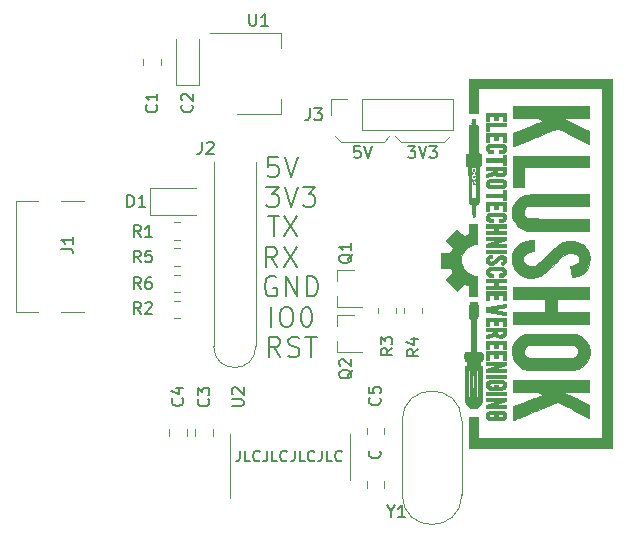
<source format=gbr>
%TF.GenerationSoftware,KiCad,Pcbnew,(5.1.9)-1*%
%TF.CreationDate,2021-09-09T22:45:53+02:00*%
%TF.ProjectId,programmer,70726f67-7261-46d6-9d65-722e6b696361,rev?*%
%TF.SameCoordinates,PX1c9c380PY4c4b400*%
%TF.FileFunction,Legend,Top*%
%TF.FilePolarity,Positive*%
%FSLAX46Y46*%
G04 Gerber Fmt 4.6, Leading zero omitted, Abs format (unit mm)*
G04 Created by KiCad (PCBNEW (5.1.9)-1) date 2021-09-09 22:45:53*
%MOMM*%
%LPD*%
G01*
G04 APERTURE LIST*
%ADD10C,0.150000*%
%ADD11C,0.120000*%
%ADD12C,0.010000*%
%ADD13O,3.000000X1.700000*%
%ADD14R,3.000000X1.700000*%
%ADD15O,1.700000X1.700000*%
%ADD16R,1.700000X1.700000*%
%ADD17R,1.450000X0.600000*%
%ADD18R,1.450000X0.300000*%
%ADD19O,2.100000X1.000000*%
%ADD20C,0.650000*%
%ADD21O,1.600000X1.000000*%
%ADD22C,3.200000*%
%ADD23C,1.500000*%
%ADD24R,2.000000X1.500000*%
%ADD25R,2.000000X3.800000*%
%ADD26R,0.900000X0.800000*%
G04 APERTURE END LIST*
D10*
X17839257Y8570058D02*
X17839257Y7927200D01*
X17796400Y7798629D01*
X17710685Y7712915D01*
X17582114Y7670058D01*
X17496400Y7670058D01*
X18696400Y7670058D02*
X18267828Y7670058D01*
X18267828Y8570058D01*
X19510685Y7755772D02*
X19467828Y7712915D01*
X19339257Y7670058D01*
X19253542Y7670058D01*
X19124971Y7712915D01*
X19039257Y7798629D01*
X18996400Y7884343D01*
X18953542Y8055772D01*
X18953542Y8184343D01*
X18996400Y8355772D01*
X19039257Y8441486D01*
X19124971Y8527200D01*
X19253542Y8570058D01*
X19339257Y8570058D01*
X19467828Y8527200D01*
X19510685Y8484343D01*
X20153542Y8570058D02*
X20153542Y7927200D01*
X20110685Y7798629D01*
X20024971Y7712915D01*
X19896400Y7670058D01*
X19810685Y7670058D01*
X21010685Y7670058D02*
X20582114Y7670058D01*
X20582114Y8570058D01*
X21824971Y7755772D02*
X21782114Y7712915D01*
X21653542Y7670058D01*
X21567828Y7670058D01*
X21439257Y7712915D01*
X21353542Y7798629D01*
X21310685Y7884343D01*
X21267828Y8055772D01*
X21267828Y8184343D01*
X21310685Y8355772D01*
X21353542Y8441486D01*
X21439257Y8527200D01*
X21567828Y8570058D01*
X21653542Y8570058D01*
X21782114Y8527200D01*
X21824971Y8484343D01*
X22467828Y8570058D02*
X22467828Y7927200D01*
X22424971Y7798629D01*
X22339257Y7712915D01*
X22210685Y7670058D01*
X22124971Y7670058D01*
X23324971Y7670058D02*
X22896400Y7670058D01*
X22896400Y8570058D01*
X24139257Y7755772D02*
X24096400Y7712915D01*
X23967828Y7670058D01*
X23882114Y7670058D01*
X23753542Y7712915D01*
X23667828Y7798629D01*
X23624971Y7884343D01*
X23582114Y8055772D01*
X23582114Y8184343D01*
X23624971Y8355772D01*
X23667828Y8441486D01*
X23753542Y8527200D01*
X23882114Y8570058D01*
X23967828Y8570058D01*
X24096400Y8527200D01*
X24139257Y8484343D01*
X24782114Y8570058D02*
X24782114Y7927200D01*
X24739257Y7798629D01*
X24653542Y7712915D01*
X24524971Y7670058D01*
X24439257Y7670058D01*
X25639257Y7670058D02*
X25210685Y7670058D01*
X25210685Y8570058D01*
X26453542Y7755772D02*
X26410685Y7712915D01*
X26282114Y7670058D01*
X26196400Y7670058D01*
X26067828Y7712915D01*
X25982114Y7798629D01*
X25939257Y7884343D01*
X25896400Y8055772D01*
X25896400Y8184343D01*
X25939257Y8355772D01*
X25982114Y8441486D01*
X26067828Y8527200D01*
X26196400Y8570058D01*
X26282114Y8570058D01*
X26410685Y8527200D01*
X26453542Y8484343D01*
D11*
X26400000Y34700000D02*
X30000000Y34700000D01*
X25900000Y35200000D02*
X26400000Y34700000D01*
X30000000Y34700000D02*
X30500000Y35200000D01*
X35100000Y34700000D02*
X35600000Y35200000D01*
X31500000Y34700000D02*
X35100000Y34700000D01*
X31000000Y35200000D02*
X31500000Y34700000D01*
D10*
X32061904Y34347620D02*
X32680952Y34347620D01*
X32347619Y33966667D01*
X32490476Y33966667D01*
X32585714Y33919048D01*
X32633333Y33871429D01*
X32680952Y33776191D01*
X32680952Y33538096D01*
X32633333Y33442858D01*
X32585714Y33395239D01*
X32490476Y33347620D01*
X32204761Y33347620D01*
X32109523Y33395239D01*
X32061904Y33442858D01*
X32966666Y34347620D02*
X33300000Y33347620D01*
X33633333Y34347620D01*
X33871428Y34347620D02*
X34490476Y34347620D01*
X34157142Y33966667D01*
X34300000Y33966667D01*
X34395238Y33919048D01*
X34442857Y33871429D01*
X34490476Y33776191D01*
X34490476Y33538096D01*
X34442857Y33442858D01*
X34395238Y33395239D01*
X34300000Y33347620D01*
X34014285Y33347620D01*
X33919047Y33395239D01*
X33871428Y33442858D01*
X28009523Y34347620D02*
X27533333Y34347620D01*
X27485714Y33871429D01*
X27533333Y33919048D01*
X27628571Y33966667D01*
X27866666Y33966667D01*
X27961904Y33919048D01*
X28009523Y33871429D01*
X28057142Y33776191D01*
X28057142Y33538096D01*
X28009523Y33442858D01*
X27961904Y33395239D01*
X27866666Y33347620D01*
X27628571Y33347620D01*
X27533333Y33395239D01*
X27485714Y33442858D01*
X28342857Y34347620D02*
X28676190Y33347620D01*
X29009523Y34347620D01*
X21068190Y33414953D02*
X20258666Y33414953D01*
X20177714Y32605429D01*
X20258666Y32686381D01*
X20420571Y32767334D01*
X20825333Y32767334D01*
X20987238Y32686381D01*
X21068190Y32605429D01*
X21149142Y32443524D01*
X21149142Y32038762D01*
X21068190Y31876858D01*
X20987238Y31795905D01*
X20825333Y31714953D01*
X20420571Y31714953D01*
X20258666Y31795905D01*
X20177714Y31876858D01*
X21634857Y33414953D02*
X22201523Y31714953D01*
X22768190Y33414953D01*
X21261047Y16514953D02*
X20694380Y17324477D01*
X20289619Y16514953D02*
X20289619Y18214953D01*
X20937238Y18214953D01*
X21099142Y18134000D01*
X21180095Y18053048D01*
X21261047Y17891143D01*
X21261047Y17648286D01*
X21180095Y17486381D01*
X21099142Y17405429D01*
X20937238Y17324477D01*
X20289619Y17324477D01*
X21908666Y16595905D02*
X22151523Y16514953D01*
X22556285Y16514953D01*
X22718190Y16595905D01*
X22799142Y16676858D01*
X22880095Y16838762D01*
X22880095Y17000667D01*
X22799142Y17162572D01*
X22718190Y17243524D01*
X22556285Y17324477D01*
X22232476Y17405429D01*
X22070571Y17486381D01*
X21989619Y17567334D01*
X21908666Y17729239D01*
X21908666Y17891143D01*
X21989619Y18053048D01*
X22070571Y18134000D01*
X22232476Y18214953D01*
X22637238Y18214953D01*
X22880095Y18134000D01*
X23365809Y18214953D02*
X24337238Y18214953D01*
X23851523Y16514953D02*
X23851523Y18214953D01*
X20492000Y19014953D02*
X20492000Y20714953D01*
X21625333Y20714953D02*
X21949142Y20714953D01*
X22111047Y20634000D01*
X22272952Y20472096D01*
X22353904Y20148286D01*
X22353904Y19581620D01*
X22272952Y19257810D01*
X22111047Y19095905D01*
X21949142Y19014953D01*
X21625333Y19014953D01*
X21463428Y19095905D01*
X21301523Y19257810D01*
X21220571Y19581620D01*
X21220571Y20148286D01*
X21301523Y20472096D01*
X21463428Y20634000D01*
X21625333Y20714953D01*
X23406285Y20714953D02*
X23568190Y20714953D01*
X23730095Y20634000D01*
X23811047Y20553048D01*
X23892000Y20391143D01*
X23972952Y20067334D01*
X23972952Y19662572D01*
X23892000Y19338762D01*
X23811047Y19176858D01*
X23730095Y19095905D01*
X23568190Y19014953D01*
X23406285Y19014953D01*
X23244380Y19095905D01*
X23163428Y19176858D01*
X23082476Y19338762D01*
X23001523Y19662572D01*
X23001523Y20067334D01*
X23082476Y20391143D01*
X23163428Y20553048D01*
X23244380Y20634000D01*
X23406285Y20714953D01*
X20896761Y23234000D02*
X20734857Y23314953D01*
X20492000Y23314953D01*
X20249142Y23234000D01*
X20087238Y23072096D01*
X20006285Y22910191D01*
X19925333Y22586381D01*
X19925333Y22343524D01*
X20006285Y22019715D01*
X20087238Y21857810D01*
X20249142Y21695905D01*
X20492000Y21614953D01*
X20653904Y21614953D01*
X20896761Y21695905D01*
X20977714Y21776858D01*
X20977714Y22343524D01*
X20653904Y22343524D01*
X21706285Y21614953D02*
X21706285Y23314953D01*
X22677714Y21614953D01*
X22677714Y23314953D01*
X23487238Y21614953D02*
X23487238Y23314953D01*
X23892000Y23314953D01*
X24134857Y23234000D01*
X24296761Y23072096D01*
X24377714Y22910191D01*
X24458666Y22586381D01*
X24458666Y22343524D01*
X24377714Y22019715D01*
X24296761Y21857810D01*
X24134857Y21695905D01*
X23892000Y21614953D01*
X23487238Y21614953D01*
X21008666Y24114953D02*
X20442000Y24924477D01*
X20037238Y24114953D02*
X20037238Y25814953D01*
X20684857Y25814953D01*
X20846761Y25734000D01*
X20927714Y25653048D01*
X21008666Y25491143D01*
X21008666Y25248286D01*
X20927714Y25086381D01*
X20846761Y25005429D01*
X20684857Y24924477D01*
X20037238Y24924477D01*
X21575333Y25814953D02*
X22708666Y24114953D01*
X22708666Y25814953D02*
X21575333Y24114953D01*
X20196761Y28414953D02*
X21168190Y28414953D01*
X20682476Y26714953D02*
X20682476Y28414953D01*
X21572952Y28414953D02*
X22706285Y26714953D01*
X22706285Y28414953D02*
X21572952Y26714953D01*
X20087238Y30914953D02*
X21139619Y30914953D01*
X20572952Y30267334D01*
X20815809Y30267334D01*
X20977714Y30186381D01*
X21058666Y30105429D01*
X21139619Y29943524D01*
X21139619Y29538762D01*
X21058666Y29376858D01*
X20977714Y29295905D01*
X20815809Y29214953D01*
X20330095Y29214953D01*
X20168190Y29295905D01*
X20087238Y29376858D01*
X21625333Y30914953D02*
X22192000Y29214953D01*
X22758666Y30914953D01*
X23163428Y30914953D02*
X24215809Y30914953D01*
X23649142Y30267334D01*
X23892000Y30267334D01*
X24053904Y30186381D01*
X24134857Y30105429D01*
X24215809Y29943524D01*
X24215809Y29538762D01*
X24134857Y29376858D01*
X24053904Y29295905D01*
X23892000Y29214953D01*
X23406285Y29214953D01*
X23244380Y29295905D01*
X23163428Y29376858D01*
D11*
%TO.C,J2*%
X15622000Y17380000D02*
X15622000Y33001000D01*
X19178000Y17380000D02*
X19178000Y33001000D01*
X19178000Y17380000D02*
G75*
G02*
X15622000Y17380000I-1778000J0D01*
G01*
%TO.C,J3*%
X25590000Y37000000D02*
X25590000Y38330000D01*
X25590000Y38330000D02*
X26920000Y38330000D01*
X28190000Y38330000D02*
X35870000Y38330000D01*
X35870000Y35670000D02*
X35870000Y38330000D01*
X28190000Y35670000D02*
X35870000Y35670000D01*
X28190000Y35670000D02*
X28190000Y38330000D01*
D12*
%TO.C,REF\u002A\u002A*%
G36*
X37231000Y21673166D02*
G01*
X37231000Y22537717D01*
X37151625Y22562857D01*
X37087795Y22585566D01*
X37006597Y22617712D01*
X36949071Y22642132D01*
X36825893Y22696267D01*
X36520339Y22391259D01*
X36214785Y22086250D01*
X35744101Y22556934D01*
X35273417Y23027619D01*
X35576801Y23331545D01*
X35880185Y23635472D01*
X35828232Y23739111D01*
X35792563Y23815727D01*
X35761250Y23892042D01*
X35750581Y23922125D01*
X35724883Y24001500D01*
X34860333Y24001500D01*
X34860333Y25335000D01*
X35275065Y25335000D01*
X35418047Y25335283D01*
X35524283Y25336460D01*
X35599357Y25339023D01*
X35648853Y25343464D01*
X35678357Y25350276D01*
X35693453Y25359951D01*
X35699581Y25372415D01*
X35711838Y25408519D01*
X35735928Y25471972D01*
X35767364Y25551061D01*
X35778664Y25578790D01*
X35847963Y25747750D01*
X35253273Y26350190D01*
X35707678Y26810970D01*
X35821501Y26925893D01*
X35926266Y27030722D01*
X36018170Y27121725D01*
X36093408Y27195172D01*
X36148179Y27247331D01*
X36178678Y27274472D01*
X36183250Y27277493D01*
X36204125Y27264984D01*
X36249598Y27226738D01*
X36314693Y27167306D01*
X36394431Y27091237D01*
X36483835Y27003083D01*
X36488430Y26998480D01*
X36772444Y26713723D01*
X36869430Y26762480D01*
X36945300Y26797548D01*
X37036571Y26835535D01*
X37094081Y26857434D01*
X37221745Y26903631D01*
X37213280Y27315232D01*
X37204816Y27726833D01*
X37908333Y27726833D01*
X37908333Y26076640D01*
X37860708Y26066932D01*
X37812305Y26058950D01*
X37741876Y26049398D01*
X37700310Y26044415D01*
X37499920Y26001218D01*
X37304500Y25920426D01*
X37119911Y25806769D01*
X36952009Y25664977D01*
X36806653Y25499779D01*
X36689701Y25315904D01*
X36627857Y25178572D01*
X36564296Y24952571D01*
X36542027Y24725834D01*
X36560227Y24501921D01*
X36618074Y24284390D01*
X36714745Y24076801D01*
X36849417Y23882712D01*
X36953820Y23768556D01*
X37125948Y23622447D01*
X37313432Y23511057D01*
X37521746Y23431866D01*
X37756364Y23382357D01*
X37807791Y23375694D01*
X37908333Y23363906D01*
X37908333Y22616740D01*
X37908711Y22438407D01*
X37909785Y22269673D01*
X37911464Y22116183D01*
X37913660Y21983577D01*
X37916281Y21877498D01*
X37919240Y21803586D01*
X37921794Y21771371D01*
X37935254Y21673166D01*
X37231000Y21673166D01*
G37*
X37231000Y21673166D02*
X37231000Y22537717D01*
X37151625Y22562857D01*
X37087795Y22585566D01*
X37006597Y22617712D01*
X36949071Y22642132D01*
X36825893Y22696267D01*
X36520339Y22391259D01*
X36214785Y22086250D01*
X35744101Y22556934D01*
X35273417Y23027619D01*
X35576801Y23331545D01*
X35880185Y23635472D01*
X35828232Y23739111D01*
X35792563Y23815727D01*
X35761250Y23892042D01*
X35750581Y23922125D01*
X35724883Y24001500D01*
X34860333Y24001500D01*
X34860333Y25335000D01*
X35275065Y25335000D01*
X35418047Y25335283D01*
X35524283Y25336460D01*
X35599357Y25339023D01*
X35648853Y25343464D01*
X35678357Y25350276D01*
X35693453Y25359951D01*
X35699581Y25372415D01*
X35711838Y25408519D01*
X35735928Y25471972D01*
X35767364Y25551061D01*
X35778664Y25578790D01*
X35847963Y25747750D01*
X35253273Y26350190D01*
X35707678Y26810970D01*
X35821501Y26925893D01*
X35926266Y27030722D01*
X36018170Y27121725D01*
X36093408Y27195172D01*
X36148179Y27247331D01*
X36178678Y27274472D01*
X36183250Y27277493D01*
X36204125Y27264984D01*
X36249598Y27226738D01*
X36314693Y27167306D01*
X36394431Y27091237D01*
X36483835Y27003083D01*
X36488430Y26998480D01*
X36772444Y26713723D01*
X36869430Y26762480D01*
X36945300Y26797548D01*
X37036571Y26835535D01*
X37094081Y26857434D01*
X37221745Y26903631D01*
X37213280Y27315232D01*
X37204816Y27726833D01*
X37908333Y27726833D01*
X37908333Y26076640D01*
X37860708Y26066932D01*
X37812305Y26058950D01*
X37741876Y26049398D01*
X37700310Y26044415D01*
X37499920Y26001218D01*
X37304500Y25920426D01*
X37119911Y25806769D01*
X36952009Y25664977D01*
X36806653Y25499779D01*
X36689701Y25315904D01*
X36627857Y25178572D01*
X36564296Y24952571D01*
X36542027Y24725834D01*
X36560227Y24501921D01*
X36618074Y24284390D01*
X36714745Y24076801D01*
X36849417Y23882712D01*
X36953820Y23768556D01*
X37125948Y23622447D01*
X37313432Y23511057D01*
X37521746Y23431866D01*
X37756364Y23382357D01*
X37807791Y23375694D01*
X37908333Y23363906D01*
X37908333Y22616740D01*
X37908711Y22438407D01*
X37909785Y22269673D01*
X37911464Y22116183D01*
X37913660Y21983577D01*
X37916281Y21877498D01*
X37919240Y21803586D01*
X37921794Y21771371D01*
X37935254Y21673166D01*
X37231000Y21673166D01*
G36*
X38395166Y16515885D02*
G01*
X38393451Y16385071D01*
X38387260Y16290936D01*
X38375030Y16227930D01*
X38355196Y16190499D01*
X38326194Y16173090D01*
X38297660Y16169833D01*
X38239015Y16151334D01*
X38183211Y16103801D01*
X38143708Y16039179D01*
X38140570Y16030443D01*
X38126501Y15932910D01*
X38153020Y15846259D01*
X38220678Y15768718D01*
X38222182Y15767473D01*
X38299916Y15703402D01*
X38313834Y15359826D01*
X38317785Y15236520D01*
X38321096Y15081445D01*
X38323767Y14900415D01*
X38325802Y14699239D01*
X38327203Y14483730D01*
X38327973Y14259700D01*
X38328114Y14032961D01*
X38327628Y13809324D01*
X38326517Y13594601D01*
X38324785Y13394604D01*
X38322434Y13215145D01*
X38319465Y13062035D01*
X38315882Y12941086D01*
X38312795Y12875012D01*
X38305422Y12760096D01*
X38297931Y12677878D01*
X38288191Y12618770D01*
X38274070Y12573184D01*
X38253437Y12531534D01*
X38226833Y12488391D01*
X38112426Y12343077D01*
X37980249Y12234430D01*
X37832663Y12163750D01*
X37672030Y12132339D01*
X37580250Y12132191D01*
X37415151Y12162818D01*
X37265782Y12232535D01*
X37132866Y12340844D01*
X37017130Y12487248D01*
X36985311Y12539494D01*
X36964170Y12577792D01*
X36948347Y12613249D01*
X36936788Y12653005D01*
X36928440Y12704203D01*
X36922248Y12773984D01*
X36917157Y12869488D01*
X36912115Y12997858D01*
X36910323Y13047494D01*
X36905868Y13199443D01*
X36902133Y13382247D01*
X36899128Y13589174D01*
X36896866Y13813493D01*
X36895358Y14048472D01*
X36894615Y14287381D01*
X36894649Y14523487D01*
X36895472Y14750061D01*
X36897094Y14960370D01*
X36899527Y15147684D01*
X36902783Y15305272D01*
X36906301Y15413125D01*
X36911870Y15538947D01*
X36917126Y15628539D01*
X36923048Y15687983D01*
X36930620Y15723363D01*
X36940824Y15740761D01*
X36954640Y15746260D01*
X36960109Y15746500D01*
X37001812Y15760759D01*
X37048912Y15795391D01*
X37052045Y15798454D01*
X37095858Y15869786D01*
X37107616Y15954921D01*
X37087747Y16040512D01*
X37042128Y16107961D01*
X36993603Y16147341D01*
X36949588Y16168615D01*
X36940528Y16169833D01*
X36906968Y16173875D01*
X36882793Y16189875D01*
X36866508Y16223649D01*
X36856618Y16281009D01*
X36851627Y16367769D01*
X36850041Y16489743D01*
X36850000Y16521805D01*
X36850818Y16646060D01*
X36853718Y16734733D01*
X36859370Y16794547D01*
X36868442Y16832230D01*
X36881603Y16854507D01*
X36883262Y16856238D01*
X36907595Y16871503D01*
X36949187Y16881504D01*
X37015533Y16887154D01*
X37114127Y16889368D01*
X37156039Y16889500D01*
X37262800Y16889500D01*
X37262800Y15458715D01*
X37231430Y15448343D01*
X37226664Y15444705D01*
X37192622Y15406740D01*
X37181910Y15386666D01*
X37179769Y15359978D01*
X37177900Y15294984D01*
X37176328Y15195712D01*
X37175082Y15066189D01*
X37174188Y14910441D01*
X37173672Y14732497D01*
X37173562Y14536384D01*
X37173884Y14326128D01*
X37174184Y14226076D01*
X37175088Y13978615D01*
X37176038Y13770054D01*
X37177166Y13596960D01*
X37178604Y13455900D01*
X37180486Y13343441D01*
X37182944Y13256150D01*
X37186110Y13190593D01*
X37190117Y13143337D01*
X37195097Y13110950D01*
X37201184Y13089998D01*
X37208510Y13077048D01*
X37217207Y13068667D01*
X37218938Y13067371D01*
X37254805Y13048831D01*
X37285840Y13061656D01*
X37298313Y13072367D01*
X37306708Y13081865D01*
X37313789Y13096183D01*
X37319668Y13118732D01*
X37324457Y13152923D01*
X37328266Y13202167D01*
X37331206Y13269875D01*
X37333389Y13359458D01*
X37334925Y13474327D01*
X37335927Y13617893D01*
X37336505Y13793568D01*
X37336770Y14004762D01*
X37336833Y14254250D01*
X37336769Y14504278D01*
X37336504Y14715385D01*
X37335925Y14890980D01*
X37334922Y15034475D01*
X37333384Y15149281D01*
X37331200Y15238808D01*
X37328258Y15306469D01*
X37324447Y15355674D01*
X37319656Y15389833D01*
X37313774Y15412359D01*
X37306689Y15426661D01*
X37298313Y15436132D01*
X37262800Y15458715D01*
X37262800Y16889500D01*
X37395553Y16889500D01*
X37411449Y17434541D01*
X37414857Y17585732D01*
X37417385Y17770052D01*
X37419004Y17978306D01*
X37419681Y18201298D01*
X37419385Y18429835D01*
X37418085Y18654719D01*
X37416206Y18833205D01*
X37405067Y19686826D01*
X37352200Y19743371D01*
X37271299Y19858167D01*
X37225524Y19993622D01*
X37215845Y20062640D01*
X37214792Y20119345D01*
X37218070Y20206473D01*
X37224941Y20316434D01*
X37234667Y20441642D01*
X37246509Y20574510D01*
X37259731Y20707449D01*
X37273593Y20832872D01*
X37287358Y20943191D01*
X37300288Y21030819D01*
X37311644Y21088168D01*
X37317192Y21104518D01*
X37329609Y21120613D01*
X37351353Y21131663D01*
X37389556Y21138595D01*
X37451350Y21142336D01*
X37543866Y21143813D01*
X37620760Y21144000D01*
X37622633Y21144000D01*
X37622633Y15458715D01*
X37591264Y15448343D01*
X37586498Y15444705D01*
X37552611Y15406770D01*
X37542022Y15386666D01*
X37538617Y15356069D01*
X37535739Y15288096D01*
X37533374Y15187650D01*
X37531510Y15059632D01*
X37530134Y14908944D01*
X37529233Y14740487D01*
X37528794Y14559164D01*
X37528805Y14369875D01*
X37529252Y14177523D01*
X37530124Y13987009D01*
X37531406Y13803235D01*
X37533087Y13631102D01*
X37535153Y13475513D01*
X37537591Y13341368D01*
X37540389Y13233570D01*
X37543534Y13157019D01*
X37547013Y13116619D01*
X37547976Y13112628D01*
X37581891Y13068895D01*
X37629096Y13060062D01*
X37671267Y13083733D01*
X37677164Y13100468D01*
X37682167Y13139603D01*
X37686329Y13203623D01*
X37689705Y13295014D01*
X37692347Y13416261D01*
X37694311Y13569849D01*
X37695649Y13758263D01*
X37696417Y13983988D01*
X37696666Y14249509D01*
X37696666Y14255203D01*
X37696603Y14505120D01*
X37696337Y14716116D01*
X37695757Y14891604D01*
X37694753Y15034997D01*
X37693214Y15149706D01*
X37691026Y15239145D01*
X37688081Y15306725D01*
X37684265Y15355860D01*
X37679468Y15389962D01*
X37673579Y15412444D01*
X37666485Y15426717D01*
X37658146Y15436132D01*
X37622633Y15458715D01*
X37622633Y21144000D01*
X37903197Y21144000D01*
X37925152Y21085791D01*
X37937089Y21036893D01*
X37950286Y20954227D01*
X37964069Y20845713D01*
X37977761Y20719268D01*
X37990687Y20582809D01*
X38002169Y20444254D01*
X38011533Y20311521D01*
X38018102Y20192527D01*
X38021200Y20095189D01*
X38020150Y20027426D01*
X38017432Y20005047D01*
X37991481Y19925113D01*
X37951793Y19841732D01*
X37905802Y19767806D01*
X37860939Y19716231D01*
X37844169Y19704311D01*
X37832278Y19696288D01*
X37822892Y19683305D01*
X37815715Y19660727D01*
X37810453Y19623922D01*
X37806808Y19568255D01*
X37804486Y19489094D01*
X37803192Y19381805D01*
X37802628Y19241755D01*
X37802500Y19064310D01*
X37802500Y19051217D01*
X37802955Y18867202D01*
X37804241Y18652504D01*
X37806243Y18418759D01*
X37808843Y18177605D01*
X37811924Y17940681D01*
X37815370Y17719624D01*
X37816515Y17654961D01*
X37830530Y16889500D01*
X37936302Y16889500D01*
X37936302Y15478135D01*
X37890568Y15432401D01*
X37880532Y15421799D01*
X37872084Y15409415D01*
X37865087Y15391757D01*
X37859403Y15365333D01*
X37854897Y15326650D01*
X37851431Y15272218D01*
X37848869Y15198544D01*
X37847074Y15102136D01*
X37845911Y14979503D01*
X37845241Y14827153D01*
X37844929Y14641594D01*
X37844839Y14419333D01*
X37844833Y14263442D01*
X37845258Y13980925D01*
X37846522Y13736205D01*
X37848612Y13530001D01*
X37851515Y13363029D01*
X37855217Y13236008D01*
X37859704Y13149656D01*
X37864964Y13104690D01*
X37866745Y13099275D01*
X37905403Y13064311D01*
X37955501Y13063050D01*
X37988767Y13083733D01*
X37994688Y13100512D01*
X37999708Y13139728D01*
X38003880Y13203876D01*
X38007259Y13295449D01*
X38009899Y13416941D01*
X38011856Y13570845D01*
X38013183Y13759655D01*
X38013935Y13985864D01*
X38014166Y14245555D01*
X38014101Y14494453D01*
X38013828Y14704489D01*
X38013233Y14879132D01*
X38012203Y15021852D01*
X38010624Y15136120D01*
X38008381Y15225406D01*
X38005360Y15293181D01*
X38001447Y15342914D01*
X37996529Y15378075D01*
X37990491Y15402136D01*
X37983218Y15418566D01*
X37975234Y15430056D01*
X37936302Y15478135D01*
X37936302Y16889500D01*
X38079898Y16889500D01*
X38192856Y16889021D01*
X38275001Y16883712D01*
X38331238Y16867761D01*
X38366471Y16835358D01*
X38385602Y16780690D01*
X38393536Y16697947D01*
X38395176Y16581318D01*
X38395166Y16515885D01*
G37*
X38395166Y16515885D02*
X38393451Y16385071D01*
X38387260Y16290936D01*
X38375030Y16227930D01*
X38355196Y16190499D01*
X38326194Y16173090D01*
X38297660Y16169833D01*
X38239015Y16151334D01*
X38183211Y16103801D01*
X38143708Y16039179D01*
X38140570Y16030443D01*
X38126501Y15932910D01*
X38153020Y15846259D01*
X38220678Y15768718D01*
X38222182Y15767473D01*
X38299916Y15703402D01*
X38313834Y15359826D01*
X38317785Y15236520D01*
X38321096Y15081445D01*
X38323767Y14900415D01*
X38325802Y14699239D01*
X38327203Y14483730D01*
X38327973Y14259700D01*
X38328114Y14032961D01*
X38327628Y13809324D01*
X38326517Y13594601D01*
X38324785Y13394604D01*
X38322434Y13215145D01*
X38319465Y13062035D01*
X38315882Y12941086D01*
X38312795Y12875012D01*
X38305422Y12760096D01*
X38297931Y12677878D01*
X38288191Y12618770D01*
X38274070Y12573184D01*
X38253437Y12531534D01*
X38226833Y12488391D01*
X38112426Y12343077D01*
X37980249Y12234430D01*
X37832663Y12163750D01*
X37672030Y12132339D01*
X37580250Y12132191D01*
X37415151Y12162818D01*
X37265782Y12232535D01*
X37132866Y12340844D01*
X37017130Y12487248D01*
X36985311Y12539494D01*
X36964170Y12577792D01*
X36948347Y12613249D01*
X36936788Y12653005D01*
X36928440Y12704203D01*
X36922248Y12773984D01*
X36917157Y12869488D01*
X36912115Y12997858D01*
X36910323Y13047494D01*
X36905868Y13199443D01*
X36902133Y13382247D01*
X36899128Y13589174D01*
X36896866Y13813493D01*
X36895358Y14048472D01*
X36894615Y14287381D01*
X36894649Y14523487D01*
X36895472Y14750061D01*
X36897094Y14960370D01*
X36899527Y15147684D01*
X36902783Y15305272D01*
X36906301Y15413125D01*
X36911870Y15538947D01*
X36917126Y15628539D01*
X36923048Y15687983D01*
X36930620Y15723363D01*
X36940824Y15740761D01*
X36954640Y15746260D01*
X36960109Y15746500D01*
X37001812Y15760759D01*
X37048912Y15795391D01*
X37052045Y15798454D01*
X37095858Y15869786D01*
X37107616Y15954921D01*
X37087747Y16040512D01*
X37042128Y16107961D01*
X36993603Y16147341D01*
X36949588Y16168615D01*
X36940528Y16169833D01*
X36906968Y16173875D01*
X36882793Y16189875D01*
X36866508Y16223649D01*
X36856618Y16281009D01*
X36851627Y16367769D01*
X36850041Y16489743D01*
X36850000Y16521805D01*
X36850818Y16646060D01*
X36853718Y16734733D01*
X36859370Y16794547D01*
X36868442Y16832230D01*
X36881603Y16854507D01*
X36883262Y16856238D01*
X36907595Y16871503D01*
X36949187Y16881504D01*
X37015533Y16887154D01*
X37114127Y16889368D01*
X37156039Y16889500D01*
X37262800Y16889500D01*
X37262800Y15458715D01*
X37231430Y15448343D01*
X37226664Y15444705D01*
X37192622Y15406740D01*
X37181910Y15386666D01*
X37179769Y15359978D01*
X37177900Y15294984D01*
X37176328Y15195712D01*
X37175082Y15066189D01*
X37174188Y14910441D01*
X37173672Y14732497D01*
X37173562Y14536384D01*
X37173884Y14326128D01*
X37174184Y14226076D01*
X37175088Y13978615D01*
X37176038Y13770054D01*
X37177166Y13596960D01*
X37178604Y13455900D01*
X37180486Y13343441D01*
X37182944Y13256150D01*
X37186110Y13190593D01*
X37190117Y13143337D01*
X37195097Y13110950D01*
X37201184Y13089998D01*
X37208510Y13077048D01*
X37217207Y13068667D01*
X37218938Y13067371D01*
X37254805Y13048831D01*
X37285840Y13061656D01*
X37298313Y13072367D01*
X37306708Y13081865D01*
X37313789Y13096183D01*
X37319668Y13118732D01*
X37324457Y13152923D01*
X37328266Y13202167D01*
X37331206Y13269875D01*
X37333389Y13359458D01*
X37334925Y13474327D01*
X37335927Y13617893D01*
X37336505Y13793568D01*
X37336770Y14004762D01*
X37336833Y14254250D01*
X37336769Y14504278D01*
X37336504Y14715385D01*
X37335925Y14890980D01*
X37334922Y15034475D01*
X37333384Y15149281D01*
X37331200Y15238808D01*
X37328258Y15306469D01*
X37324447Y15355674D01*
X37319656Y15389833D01*
X37313774Y15412359D01*
X37306689Y15426661D01*
X37298313Y15436132D01*
X37262800Y15458715D01*
X37262800Y16889500D01*
X37395553Y16889500D01*
X37411449Y17434541D01*
X37414857Y17585732D01*
X37417385Y17770052D01*
X37419004Y17978306D01*
X37419681Y18201298D01*
X37419385Y18429835D01*
X37418085Y18654719D01*
X37416206Y18833205D01*
X37405067Y19686826D01*
X37352200Y19743371D01*
X37271299Y19858167D01*
X37225524Y19993622D01*
X37215845Y20062640D01*
X37214792Y20119345D01*
X37218070Y20206473D01*
X37224941Y20316434D01*
X37234667Y20441642D01*
X37246509Y20574510D01*
X37259731Y20707449D01*
X37273593Y20832872D01*
X37287358Y20943191D01*
X37300288Y21030819D01*
X37311644Y21088168D01*
X37317192Y21104518D01*
X37329609Y21120613D01*
X37351353Y21131663D01*
X37389556Y21138595D01*
X37451350Y21142336D01*
X37543866Y21143813D01*
X37620760Y21144000D01*
X37622633Y21144000D01*
X37622633Y15458715D01*
X37591264Y15448343D01*
X37586498Y15444705D01*
X37552611Y15406770D01*
X37542022Y15386666D01*
X37538617Y15356069D01*
X37535739Y15288096D01*
X37533374Y15187650D01*
X37531510Y15059632D01*
X37530134Y14908944D01*
X37529233Y14740487D01*
X37528794Y14559164D01*
X37528805Y14369875D01*
X37529252Y14177523D01*
X37530124Y13987009D01*
X37531406Y13803235D01*
X37533087Y13631102D01*
X37535153Y13475513D01*
X37537591Y13341368D01*
X37540389Y13233570D01*
X37543534Y13157019D01*
X37547013Y13116619D01*
X37547976Y13112628D01*
X37581891Y13068895D01*
X37629096Y13060062D01*
X37671267Y13083733D01*
X37677164Y13100468D01*
X37682167Y13139603D01*
X37686329Y13203623D01*
X37689705Y13295014D01*
X37692347Y13416261D01*
X37694311Y13569849D01*
X37695649Y13758263D01*
X37696417Y13983988D01*
X37696666Y14249509D01*
X37696666Y14255203D01*
X37696603Y14505120D01*
X37696337Y14716116D01*
X37695757Y14891604D01*
X37694753Y15034997D01*
X37693214Y15149706D01*
X37691026Y15239145D01*
X37688081Y15306725D01*
X37684265Y15355860D01*
X37679468Y15389962D01*
X37673579Y15412444D01*
X37666485Y15426717D01*
X37658146Y15436132D01*
X37622633Y15458715D01*
X37622633Y21144000D01*
X37903197Y21144000D01*
X37925152Y21085791D01*
X37937089Y21036893D01*
X37950286Y20954227D01*
X37964069Y20845713D01*
X37977761Y20719268D01*
X37990687Y20582809D01*
X38002169Y20444254D01*
X38011533Y20311521D01*
X38018102Y20192527D01*
X38021200Y20095189D01*
X38020150Y20027426D01*
X38017432Y20005047D01*
X37991481Y19925113D01*
X37951793Y19841732D01*
X37905802Y19767806D01*
X37860939Y19716231D01*
X37844169Y19704311D01*
X37832278Y19696288D01*
X37822892Y19683305D01*
X37815715Y19660727D01*
X37810453Y19623922D01*
X37806808Y19568255D01*
X37804486Y19489094D01*
X37803192Y19381805D01*
X37802628Y19241755D01*
X37802500Y19064310D01*
X37802500Y19051217D01*
X37802955Y18867202D01*
X37804241Y18652504D01*
X37806243Y18418759D01*
X37808843Y18177605D01*
X37811924Y17940681D01*
X37815370Y17719624D01*
X37816515Y17654961D01*
X37830530Y16889500D01*
X37936302Y16889500D01*
X37936302Y15478135D01*
X37890568Y15432401D01*
X37880532Y15421799D01*
X37872084Y15409415D01*
X37865087Y15391757D01*
X37859403Y15365333D01*
X37854897Y15326650D01*
X37851431Y15272218D01*
X37848869Y15198544D01*
X37847074Y15102136D01*
X37845911Y14979503D01*
X37845241Y14827153D01*
X37844929Y14641594D01*
X37844839Y14419333D01*
X37844833Y14263442D01*
X37845258Y13980925D01*
X37846522Y13736205D01*
X37848612Y13530001D01*
X37851515Y13363029D01*
X37855217Y13236008D01*
X37859704Y13149656D01*
X37864964Y13104690D01*
X37866745Y13099275D01*
X37905403Y13064311D01*
X37955501Y13063050D01*
X37988767Y13083733D01*
X37994688Y13100512D01*
X37999708Y13139728D01*
X38003880Y13203876D01*
X38007259Y13295449D01*
X38009899Y13416941D01*
X38011856Y13570845D01*
X38013183Y13759655D01*
X38013935Y13985864D01*
X38014166Y14245555D01*
X38014101Y14494453D01*
X38013828Y14704489D01*
X38013233Y14879132D01*
X38012203Y15021852D01*
X38010624Y15136120D01*
X38008381Y15225406D01*
X38005360Y15293181D01*
X38001447Y15342914D01*
X37996529Y15378075D01*
X37990491Y15402136D01*
X37983218Y15418566D01*
X37975234Y15430056D01*
X37936302Y15478135D01*
X37936302Y16889500D01*
X38079898Y16889500D01*
X38192856Y16889021D01*
X38275001Y16883712D01*
X38331238Y16867761D01*
X38366471Y16835358D01*
X38385602Y16780690D01*
X38393536Y16697947D01*
X38395176Y16581318D01*
X38395166Y16515885D01*
G36*
X38162733Y32669383D02*
G01*
X38056500Y32634098D01*
X38056500Y31121331D01*
X38056407Y30827152D01*
X38056091Y30572398D01*
X38055491Y30354162D01*
X38054548Y30169536D01*
X38053203Y30015612D01*
X38051397Y29889483D01*
X38049071Y29788241D01*
X38046164Y29708979D01*
X38042618Y29648789D01*
X38038374Y29604763D01*
X38033372Y29573993D01*
X38027553Y29553572D01*
X38024392Y29546474D01*
X37973492Y29484540D01*
X37901312Y29438586D01*
X37826130Y29420174D01*
X37824718Y29420166D01*
X37807200Y29418085D01*
X37795166Y29407393D01*
X37787588Y29381416D01*
X37783441Y29333481D01*
X37781698Y29256914D01*
X37781334Y29145042D01*
X37781333Y29138002D01*
X37778338Y29017755D01*
X37770063Y28888779D01*
X37757577Y28758987D01*
X37741946Y28636292D01*
X37724239Y28528605D01*
X37705522Y28443839D01*
X37686864Y28389906D01*
X37678778Y28377811D01*
X37639710Y28358032D01*
X37604022Y28378705D01*
X37572193Y28438048D01*
X37544701Y28534278D01*
X37522026Y28665615D01*
X37504645Y28830275D01*
X37493037Y29026478D01*
X37491223Y29076208D01*
X37486755Y29204163D01*
X37482385Y29295810D01*
X37477202Y29357164D01*
X37470294Y29394238D01*
X37460751Y29413047D01*
X37447663Y29419603D01*
X37439130Y29420166D01*
X37368962Y29436952D01*
X37297262Y29479928D01*
X37243256Y29537000D01*
X37236250Y29550361D01*
X37230133Y29569582D01*
X37224812Y29597624D01*
X37220197Y29637448D01*
X37216194Y29692013D01*
X37212714Y29764282D01*
X37209663Y29857213D01*
X37206949Y29973767D01*
X37204483Y30116905D01*
X37202170Y30289588D01*
X37199921Y30494775D01*
X37197643Y30735428D01*
X37195244Y31014506D01*
X37194436Y31112321D01*
X37181979Y32632144D01*
X36987583Y32692488D01*
X36981889Y33161451D01*
X36980264Y33314775D01*
X36979836Y33431138D01*
X36980955Y33515905D01*
X36983968Y33574440D01*
X36989226Y33612106D01*
X36997076Y33634269D01*
X37007867Y33646293D01*
X37013639Y33649754D01*
X37058346Y33668974D01*
X37119764Y33691178D01*
X37130458Y33694689D01*
X37209833Y33720283D01*
X37209833Y36059121D01*
X37217825Y36066629D01*
X37217825Y33357166D01*
X37159296Y33354232D01*
X37132031Y33342122D01*
X37125171Y33315875D01*
X37125166Y33314833D01*
X37130940Y33289104D01*
X37155279Y33276482D01*
X37208711Y33272611D01*
X37217825Y33272558D01*
X37217825Y33060833D01*
X37159296Y33057899D01*
X37132031Y33045789D01*
X37125171Y33019542D01*
X37125166Y33018500D01*
X37130940Y32992771D01*
X37155279Y32980148D01*
X37208711Y32976277D01*
X37227472Y32976166D01*
X37290130Y32978830D01*
X37333708Y32985598D01*
X37343705Y32990094D01*
X37348900Y33015658D01*
X37321145Y33039378D01*
X37269693Y33056055D01*
X37217825Y33060833D01*
X37217825Y33272558D01*
X37227472Y33272500D01*
X37290130Y33275164D01*
X37333708Y33281932D01*
X37343705Y33286427D01*
X37348900Y33311991D01*
X37321145Y33335711D01*
X37269693Y33352389D01*
X37217825Y33357166D01*
X37217825Y36066629D01*
X37258822Y36105144D01*
X37281188Y36123454D01*
X37307719Y36136153D01*
X37346082Y36144256D01*
X37403944Y36148781D01*
X37488973Y36150746D01*
X37605727Y36151166D01*
X37726600Y36150545D01*
X37812795Y36148088D01*
X37823666Y36147136D01*
X37823666Y32543673D01*
X37622588Y32542961D01*
X37421510Y32542250D01*
X37421505Y32337856D01*
X37422145Y32243687D01*
X37425036Y32184530D01*
X37431629Y32153071D01*
X37443373Y32141996D01*
X37460020Y32143536D01*
X37505088Y32137101D01*
X37536795Y32100334D01*
X37545369Y32045083D01*
X37544833Y32040707D01*
X37525091Y32000618D01*
X37479708Y31985219D01*
X37421500Y31978521D01*
X37421500Y31542704D01*
X37472543Y31552461D01*
X37521318Y31547544D01*
X37547371Y31517776D01*
X37558646Y31461117D01*
X37536330Y31414062D01*
X37487888Y31389689D01*
X37473672Y31388666D01*
X37421500Y31388666D01*
X37421500Y30534008D01*
X37421796Y30309409D01*
X37422747Y30124007D01*
X37424449Y29974668D01*
X37426995Y29858259D01*
X37430480Y29771649D01*
X37435000Y29711702D01*
X37440649Y29675287D01*
X37447521Y29659271D01*
X37447958Y29658902D01*
X37481728Y29650343D01*
X37547596Y29647187D01*
X37635628Y29649814D01*
X37654333Y29651019D01*
X37834250Y29663583D01*
X37833288Y29753541D01*
X37832952Y29795067D01*
X37832421Y29873531D01*
X37831727Y29983540D01*
X37830903Y30119701D01*
X37829982Y30276621D01*
X37828996Y30448905D01*
X37827996Y30627916D01*
X37826142Y30860966D01*
X37823383Y31052404D01*
X37819725Y31202092D01*
X37815173Y31309892D01*
X37809730Y31375666D01*
X37803402Y31399275D01*
X37802310Y31399133D01*
X37766522Y31394192D01*
X37737604Y31399693D01*
X37706937Y31420164D01*
X37699502Y31462554D01*
X37700752Y31480434D01*
X37712214Y31529100D01*
X37741805Y31549931D01*
X37765458Y31554114D01*
X37823666Y31560812D01*
X37823666Y31978521D01*
X37765458Y31985219D01*
X37723088Y31997851D01*
X37704661Y32031697D01*
X37700752Y32058899D01*
X37702746Y32109985D01*
X37726200Y32135272D01*
X37737604Y32139640D01*
X37782022Y32145275D01*
X37802310Y32140200D01*
X37813052Y32153263D01*
X37820172Y32206605D01*
X37823458Y32298308D01*
X37823666Y32335337D01*
X37823666Y32543673D01*
X37823666Y36147136D01*
X37871956Y36142907D01*
X37911728Y36134113D01*
X37939755Y36120816D01*
X37953613Y36110713D01*
X38003583Y36070260D01*
X38007111Y35680124D01*
X38007111Y33357166D01*
X37947592Y33354067D01*
X37907490Y33346288D01*
X37900837Y33342614D01*
X37890260Y33313957D01*
X37918197Y33291688D01*
X37981015Y33278224D01*
X37999946Y33276632D01*
X38007111Y33276419D01*
X38007111Y33060833D01*
X37947592Y33057734D01*
X37907490Y33049955D01*
X37900837Y33046281D01*
X37890260Y33017624D01*
X37918197Y32995354D01*
X37981015Y32981891D01*
X37999946Y32980298D01*
X38060320Y32978497D01*
X38089553Y32986182D01*
X38098489Y33007414D01*
X38098833Y33017340D01*
X38092697Y33044855D01*
X38066947Y33057610D01*
X38010573Y33060829D01*
X38007111Y33060833D01*
X38007111Y33276419D01*
X38060320Y33274830D01*
X38089553Y33282515D01*
X38098489Y33303747D01*
X38098833Y33313673D01*
X38092697Y33341188D01*
X38066947Y33353944D01*
X38010573Y33357162D01*
X38007111Y33357166D01*
X38007111Y35680124D01*
X38014166Y34899961D01*
X38024750Y33729662D01*
X38141166Y33685256D01*
X38257583Y33640850D01*
X38268967Y32704668D01*
X38162733Y32669383D01*
G37*
X38162733Y32669383D02*
X38056500Y32634098D01*
X38056500Y31121331D01*
X38056407Y30827152D01*
X38056091Y30572398D01*
X38055491Y30354162D01*
X38054548Y30169536D01*
X38053203Y30015612D01*
X38051397Y29889483D01*
X38049071Y29788241D01*
X38046164Y29708979D01*
X38042618Y29648789D01*
X38038374Y29604763D01*
X38033372Y29573993D01*
X38027553Y29553572D01*
X38024392Y29546474D01*
X37973492Y29484540D01*
X37901312Y29438586D01*
X37826130Y29420174D01*
X37824718Y29420166D01*
X37807200Y29418085D01*
X37795166Y29407393D01*
X37787588Y29381416D01*
X37783441Y29333481D01*
X37781698Y29256914D01*
X37781334Y29145042D01*
X37781333Y29138002D01*
X37778338Y29017755D01*
X37770063Y28888779D01*
X37757577Y28758987D01*
X37741946Y28636292D01*
X37724239Y28528605D01*
X37705522Y28443839D01*
X37686864Y28389906D01*
X37678778Y28377811D01*
X37639710Y28358032D01*
X37604022Y28378705D01*
X37572193Y28438048D01*
X37544701Y28534278D01*
X37522026Y28665615D01*
X37504645Y28830275D01*
X37493037Y29026478D01*
X37491223Y29076208D01*
X37486755Y29204163D01*
X37482385Y29295810D01*
X37477202Y29357164D01*
X37470294Y29394238D01*
X37460751Y29413047D01*
X37447663Y29419603D01*
X37439130Y29420166D01*
X37368962Y29436952D01*
X37297262Y29479928D01*
X37243256Y29537000D01*
X37236250Y29550361D01*
X37230133Y29569582D01*
X37224812Y29597624D01*
X37220197Y29637448D01*
X37216194Y29692013D01*
X37212714Y29764282D01*
X37209663Y29857213D01*
X37206949Y29973767D01*
X37204483Y30116905D01*
X37202170Y30289588D01*
X37199921Y30494775D01*
X37197643Y30735428D01*
X37195244Y31014506D01*
X37194436Y31112321D01*
X37181979Y32632144D01*
X36987583Y32692488D01*
X36981889Y33161451D01*
X36980264Y33314775D01*
X36979836Y33431138D01*
X36980955Y33515905D01*
X36983968Y33574440D01*
X36989226Y33612106D01*
X36997076Y33634269D01*
X37007867Y33646293D01*
X37013639Y33649754D01*
X37058346Y33668974D01*
X37119764Y33691178D01*
X37130458Y33694689D01*
X37209833Y33720283D01*
X37209833Y36059121D01*
X37217825Y36066629D01*
X37217825Y33357166D01*
X37159296Y33354232D01*
X37132031Y33342122D01*
X37125171Y33315875D01*
X37125166Y33314833D01*
X37130940Y33289104D01*
X37155279Y33276482D01*
X37208711Y33272611D01*
X37217825Y33272558D01*
X37217825Y33060833D01*
X37159296Y33057899D01*
X37132031Y33045789D01*
X37125171Y33019542D01*
X37125166Y33018500D01*
X37130940Y32992771D01*
X37155279Y32980148D01*
X37208711Y32976277D01*
X37227472Y32976166D01*
X37290130Y32978830D01*
X37333708Y32985598D01*
X37343705Y32990094D01*
X37348900Y33015658D01*
X37321145Y33039378D01*
X37269693Y33056055D01*
X37217825Y33060833D01*
X37217825Y33272558D01*
X37227472Y33272500D01*
X37290130Y33275164D01*
X37333708Y33281932D01*
X37343705Y33286427D01*
X37348900Y33311991D01*
X37321145Y33335711D01*
X37269693Y33352389D01*
X37217825Y33357166D01*
X37217825Y36066629D01*
X37258822Y36105144D01*
X37281188Y36123454D01*
X37307719Y36136153D01*
X37346082Y36144256D01*
X37403944Y36148781D01*
X37488973Y36150746D01*
X37605727Y36151166D01*
X37726600Y36150545D01*
X37812795Y36148088D01*
X37823666Y36147136D01*
X37823666Y32543673D01*
X37622588Y32542961D01*
X37421510Y32542250D01*
X37421505Y32337856D01*
X37422145Y32243687D01*
X37425036Y32184530D01*
X37431629Y32153071D01*
X37443373Y32141996D01*
X37460020Y32143536D01*
X37505088Y32137101D01*
X37536795Y32100334D01*
X37545369Y32045083D01*
X37544833Y32040707D01*
X37525091Y32000618D01*
X37479708Y31985219D01*
X37421500Y31978521D01*
X37421500Y31542704D01*
X37472543Y31552461D01*
X37521318Y31547544D01*
X37547371Y31517776D01*
X37558646Y31461117D01*
X37536330Y31414062D01*
X37487888Y31389689D01*
X37473672Y31388666D01*
X37421500Y31388666D01*
X37421500Y30534008D01*
X37421796Y30309409D01*
X37422747Y30124007D01*
X37424449Y29974668D01*
X37426995Y29858259D01*
X37430480Y29771649D01*
X37435000Y29711702D01*
X37440649Y29675287D01*
X37447521Y29659271D01*
X37447958Y29658902D01*
X37481728Y29650343D01*
X37547596Y29647187D01*
X37635628Y29649814D01*
X37654333Y29651019D01*
X37834250Y29663583D01*
X37833288Y29753541D01*
X37832952Y29795067D01*
X37832421Y29873531D01*
X37831727Y29983540D01*
X37830903Y30119701D01*
X37829982Y30276621D01*
X37828996Y30448905D01*
X37827996Y30627916D01*
X37826142Y30860966D01*
X37823383Y31052404D01*
X37819725Y31202092D01*
X37815173Y31309892D01*
X37809730Y31375666D01*
X37803402Y31399275D01*
X37802310Y31399133D01*
X37766522Y31394192D01*
X37737604Y31399693D01*
X37706937Y31420164D01*
X37699502Y31462554D01*
X37700752Y31480434D01*
X37712214Y31529100D01*
X37741805Y31549931D01*
X37765458Y31554114D01*
X37823666Y31560812D01*
X37823666Y31978521D01*
X37765458Y31985219D01*
X37723088Y31997851D01*
X37704661Y32031697D01*
X37700752Y32058899D01*
X37702746Y32109985D01*
X37726200Y32135272D01*
X37737604Y32139640D01*
X37782022Y32145275D01*
X37802310Y32140200D01*
X37813052Y32153263D01*
X37820172Y32206605D01*
X37823458Y32298308D01*
X37823666Y32335337D01*
X37823666Y32543673D01*
X37823666Y36147136D01*
X37871956Y36142907D01*
X37911728Y36134113D01*
X37939755Y36120816D01*
X37953613Y36110713D01*
X38003583Y36070260D01*
X38007111Y35680124D01*
X38007111Y33357166D01*
X37947592Y33354067D01*
X37907490Y33346288D01*
X37900837Y33342614D01*
X37890260Y33313957D01*
X37918197Y33291688D01*
X37981015Y33278224D01*
X37999946Y33276632D01*
X38007111Y33276419D01*
X38007111Y33060833D01*
X37947592Y33057734D01*
X37907490Y33049955D01*
X37900837Y33046281D01*
X37890260Y33017624D01*
X37918197Y32995354D01*
X37981015Y32981891D01*
X37999946Y32980298D01*
X38060320Y32978497D01*
X38089553Y32986182D01*
X38098489Y33007414D01*
X38098833Y33017340D01*
X38092697Y33044855D01*
X38066947Y33057610D01*
X38010573Y33060829D01*
X38007111Y33060833D01*
X38007111Y33276419D01*
X38060320Y33274830D01*
X38089553Y33282515D01*
X38098489Y33303747D01*
X38098833Y33313673D01*
X38092697Y33341188D01*
X38066947Y33353944D01*
X38010573Y33357162D01*
X38007111Y33357166D01*
X38007111Y35680124D01*
X38014166Y34899961D01*
X38024750Y33729662D01*
X38141166Y33685256D01*
X38257583Y33640850D01*
X38268967Y32704668D01*
X38162733Y32669383D01*
G36*
X49306583Y8814416D02*
G01*
X37209833Y8803760D01*
X37209833Y11428500D01*
X38035333Y11428500D01*
X38035333Y9629333D01*
X48491666Y9629333D01*
X48491666Y39241500D01*
X38035333Y39241500D01*
X38035333Y37167166D01*
X37209833Y37167166D01*
X37209833Y40067000D01*
X49317195Y40067000D01*
X49306583Y8814416D01*
G37*
X49306583Y8814416D02*
X37209833Y8803760D01*
X37209833Y11428500D01*
X38035333Y11428500D01*
X38035333Y9629333D01*
X48491666Y9629333D01*
X48491666Y39241500D01*
X38035333Y39241500D01*
X38035333Y37167166D01*
X37209833Y37167166D01*
X37209833Y40067000D01*
X49317195Y40067000D01*
X49306583Y8814416D01*
G36*
X37759646Y36222222D02*
G01*
X37720976Y36216642D01*
X37650739Y36214775D01*
X37613426Y36214666D01*
X37526611Y36215127D01*
X37473735Y36221838D01*
X37448588Y36242790D01*
X37444958Y36285975D01*
X37456635Y36359385D01*
X37465372Y36405166D01*
X37479715Y36481663D01*
X37492985Y36553811D01*
X37495762Y36569208D01*
X37505891Y36610677D01*
X37525095Y36630876D01*
X37565967Y36637436D01*
X37609297Y36638000D01*
X37710509Y36638000D01*
X37736446Y36463375D01*
X37749798Y36377698D01*
X37762239Y36305133D01*
X37771565Y36258348D01*
X37773284Y36251708D01*
X37774499Y36233313D01*
X37759646Y36222222D01*
G37*
X37759646Y36222222D02*
X37720976Y36216642D01*
X37650739Y36214775D01*
X37613426Y36214666D01*
X37526611Y36215127D01*
X37473735Y36221838D01*
X37448588Y36242790D01*
X37444958Y36285975D01*
X37456635Y36359385D01*
X37465372Y36405166D01*
X37479715Y36481663D01*
X37492985Y36553811D01*
X37495762Y36569208D01*
X37505891Y36610677D01*
X37525095Y36630876D01*
X37565967Y36637436D01*
X37609297Y36638000D01*
X37710509Y36638000D01*
X37736446Y36463375D01*
X37749798Y36377698D01*
X37762239Y36305133D01*
X37771565Y36258348D01*
X37773284Y36251708D01*
X37774499Y36233313D01*
X37759646Y36222222D01*
G36*
X40373014Y34036234D02*
G01*
X40331316Y33922387D01*
X40257112Y33834638D01*
X40151779Y33774321D01*
X40016696Y33742772D01*
X39930430Y33738166D01*
X39792166Y33738166D01*
X39792166Y34013333D01*
X39909545Y34013333D01*
X39985279Y34017103D01*
X40035273Y34031723D01*
X40075709Y34062158D01*
X40078879Y34065288D01*
X40114356Y34109893D01*
X40130709Y34148457D01*
X40130833Y34150916D01*
X40116749Y34187995D01*
X40082481Y34232862D01*
X40078879Y34236545D01*
X40026924Y34288500D01*
X39533255Y34288500D01*
X39360194Y34288041D01*
X39224847Y34285945D01*
X39122596Y34281129D01*
X39048826Y34272515D01*
X38998920Y34259021D01*
X38968262Y34239567D01*
X38952235Y34213072D01*
X38946224Y34178456D01*
X38945500Y34150916D01*
X38957589Y34086691D01*
X38996747Y34044102D01*
X39067305Y34020526D01*
X39172460Y34013333D01*
X39305333Y34013333D01*
X39305333Y33734080D01*
X39106167Y33741415D01*
X39010664Y33745921D01*
X38945796Y33752995D01*
X38899872Y33765649D01*
X38861195Y33786891D01*
X38825709Y33813610D01*
X38745362Y33898753D01*
X38688751Y34001575D01*
X38661169Y34109663D01*
X38663871Y34193250D01*
X38675264Y34250299D01*
X38682046Y34282820D01*
X38707181Y34336933D01*
X38755788Y34401305D01*
X38816150Y34462658D01*
X38876554Y34507712D01*
X38884091Y34511831D01*
X38910464Y34521378D01*
X38951438Y34528826D01*
X39011705Y34534403D01*
X39095953Y34538332D01*
X39208873Y34540841D01*
X39355153Y34542154D01*
X39521571Y34542500D01*
X39706588Y34542227D01*
X39854511Y34540713D01*
X39970577Y34536919D01*
X40060024Y34529803D01*
X40128092Y34518326D01*
X40180016Y34501446D01*
X40221037Y34478123D01*
X40256392Y34447317D01*
X40291319Y34407986D01*
X40309266Y34386026D01*
X40347612Y34330225D01*
X40369034Y34271478D01*
X40379661Y34191698D01*
X40380828Y34174843D01*
X40373014Y34036234D01*
G37*
X40373014Y34036234D02*
X40331316Y33922387D01*
X40257112Y33834638D01*
X40151779Y33774321D01*
X40016696Y33742772D01*
X39930430Y33738166D01*
X39792166Y33738166D01*
X39792166Y34013333D01*
X39909545Y34013333D01*
X39985279Y34017103D01*
X40035273Y34031723D01*
X40075709Y34062158D01*
X40078879Y34065288D01*
X40114356Y34109893D01*
X40130709Y34148457D01*
X40130833Y34150916D01*
X40116749Y34187995D01*
X40082481Y34232862D01*
X40078879Y34236545D01*
X40026924Y34288500D01*
X39533255Y34288500D01*
X39360194Y34288041D01*
X39224847Y34285945D01*
X39122596Y34281129D01*
X39048826Y34272515D01*
X38998920Y34259021D01*
X38968262Y34239567D01*
X38952235Y34213072D01*
X38946224Y34178456D01*
X38945500Y34150916D01*
X38957589Y34086691D01*
X38996747Y34044102D01*
X39067305Y34020526D01*
X39172460Y34013333D01*
X39305333Y34013333D01*
X39305333Y33734080D01*
X39106167Y33741415D01*
X39010664Y33745921D01*
X38945796Y33752995D01*
X38899872Y33765649D01*
X38861195Y33786891D01*
X38825709Y33813610D01*
X38745362Y33898753D01*
X38688751Y34001575D01*
X38661169Y34109663D01*
X38663871Y34193250D01*
X38675264Y34250299D01*
X38682046Y34282820D01*
X38707181Y34336933D01*
X38755788Y34401305D01*
X38816150Y34462658D01*
X38876554Y34507712D01*
X38884091Y34511831D01*
X38910464Y34521378D01*
X38951438Y34528826D01*
X39011705Y34534403D01*
X39095953Y34538332D01*
X39208873Y34540841D01*
X39355153Y34542154D01*
X39521571Y34542500D01*
X39706588Y34542227D01*
X39854511Y34540713D01*
X39970577Y34536919D01*
X40060024Y34529803D01*
X40128092Y34518326D01*
X40180016Y34501446D01*
X40221037Y34478123D01*
X40256392Y34447317D01*
X40291319Y34407986D01*
X40309266Y34386026D01*
X40347612Y34330225D01*
X40369034Y34271478D01*
X40379661Y34191698D01*
X40380828Y34174843D01*
X40373014Y34036234D01*
G36*
X40359577Y31020693D02*
G01*
X40301079Y30913913D01*
X40210489Y30824272D01*
X40197809Y30815258D01*
X40175293Y30800372D01*
X40152818Y30788706D01*
X40125209Y30779869D01*
X40087294Y30773467D01*
X40033899Y30769109D01*
X39959850Y30766400D01*
X39859974Y30764950D01*
X39729097Y30764364D01*
X39562045Y30764250D01*
X38928019Y30764250D01*
X38838103Y30827750D01*
X38747262Y30915443D01*
X38686729Y31024086D01*
X38660396Y31143840D01*
X38669413Y31254085D01*
X38718195Y31372062D01*
X38800179Y31469960D01*
X38865079Y31516473D01*
X38894671Y31532668D01*
X38923689Y31545190D01*
X38957944Y31554594D01*
X39003246Y31561438D01*
X39065408Y31566278D01*
X39150240Y31569670D01*
X39263553Y31572172D01*
X39411159Y31574341D01*
X39478062Y31575201D01*
X39531261Y31575704D01*
X39531261Y31304000D01*
X39368726Y31303690D01*
X39243266Y31302535D01*
X39149628Y31300199D01*
X39082557Y31296346D01*
X39036799Y31290639D01*
X39007098Y31282741D01*
X38988202Y31272317D01*
X38984208Y31268969D01*
X38954423Y31218524D01*
X38946190Y31154251D01*
X38961699Y31100794D01*
X38981644Y31078019D01*
X39010754Y31060528D01*
X39054291Y31047659D01*
X39117521Y31038750D01*
X39205709Y31033138D01*
X39324118Y31030162D01*
X39478014Y31029160D01*
X39531483Y31029145D01*
X39700848Y31029828D01*
X39832691Y31032309D01*
X39931814Y31037625D01*
X40003022Y31046812D01*
X40051118Y31060905D01*
X40080907Y31080941D01*
X40097191Y31107955D01*
X40104775Y31142983D01*
X40105864Y31153004D01*
X40097606Y31227207D01*
X40076125Y31263646D01*
X40062072Y31276366D01*
X40042315Y31286100D01*
X40011509Y31293247D01*
X39964314Y31298200D01*
X39895386Y31301356D01*
X39799382Y31303111D01*
X39670962Y31303859D01*
X39531261Y31304000D01*
X39531261Y31575704D01*
X39663201Y31576952D01*
X39811497Y31576460D01*
X39928415Y31572920D01*
X40019421Y31565524D01*
X40089981Y31553467D01*
X40145560Y31535944D01*
X40191625Y31512147D01*
X40233640Y31481272D01*
X40257852Y31460215D01*
X40335121Y31364372D01*
X40377339Y31253871D01*
X40385244Y31136662D01*
X40359577Y31020693D01*
G37*
X40359577Y31020693D02*
X40301079Y30913913D01*
X40210489Y30824272D01*
X40197809Y30815258D01*
X40175293Y30800372D01*
X40152818Y30788706D01*
X40125209Y30779869D01*
X40087294Y30773467D01*
X40033899Y30769109D01*
X39959850Y30766400D01*
X39859974Y30764950D01*
X39729097Y30764364D01*
X39562045Y30764250D01*
X38928019Y30764250D01*
X38838103Y30827750D01*
X38747262Y30915443D01*
X38686729Y31024086D01*
X38660396Y31143840D01*
X38669413Y31254085D01*
X38718195Y31372062D01*
X38800179Y31469960D01*
X38865079Y31516473D01*
X38894671Y31532668D01*
X38923689Y31545190D01*
X38957944Y31554594D01*
X39003246Y31561438D01*
X39065408Y31566278D01*
X39150240Y31569670D01*
X39263553Y31572172D01*
X39411159Y31574341D01*
X39478062Y31575201D01*
X39531261Y31575704D01*
X39531261Y31304000D01*
X39368726Y31303690D01*
X39243266Y31302535D01*
X39149628Y31300199D01*
X39082557Y31296346D01*
X39036799Y31290639D01*
X39007098Y31282741D01*
X38988202Y31272317D01*
X38984208Y31268969D01*
X38954423Y31218524D01*
X38946190Y31154251D01*
X38961699Y31100794D01*
X38981644Y31078019D01*
X39010754Y31060528D01*
X39054291Y31047659D01*
X39117521Y31038750D01*
X39205709Y31033138D01*
X39324118Y31030162D01*
X39478014Y31029160D01*
X39531483Y31029145D01*
X39700848Y31029828D01*
X39832691Y31032309D01*
X39931814Y31037625D01*
X40003022Y31046812D01*
X40051118Y31060905D01*
X40080907Y31080941D01*
X40097191Y31107955D01*
X40104775Y31142983D01*
X40105864Y31153004D01*
X40097606Y31227207D01*
X40076125Y31263646D01*
X40062072Y31276366D01*
X40042315Y31286100D01*
X40011509Y31293247D01*
X39964314Y31298200D01*
X39895386Y31301356D01*
X39799382Y31303111D01*
X39670962Y31303859D01*
X39531261Y31304000D01*
X39531261Y31575704D01*
X39663201Y31576952D01*
X39811497Y31576460D01*
X39928415Y31572920D01*
X40019421Y31565524D01*
X40089981Y31553467D01*
X40145560Y31535944D01*
X40191625Y31512147D01*
X40233640Y31481272D01*
X40257852Y31460215D01*
X40335121Y31364372D01*
X40377339Y31253871D01*
X40385244Y31136662D01*
X40359577Y31020693D01*
G36*
X40365025Y28172776D02*
G01*
X40309105Y28068003D01*
X40282945Y28037152D01*
X40212864Y27975441D01*
X40134595Y27935188D01*
X40035747Y27911381D01*
X39948451Y27901876D01*
X39792166Y27890056D01*
X39792166Y28192500D01*
X39913875Y28192824D01*
X39995729Y28195534D01*
X40047299Y28206374D01*
X40080508Y28230220D01*
X40107242Y28271875D01*
X40117407Y28331884D01*
X40095257Y28393100D01*
X40058873Y28430301D01*
X40031966Y28434654D01*
X39968844Y28438563D01*
X39875625Y28441848D01*
X39758427Y28444327D01*
X39623368Y28445818D01*
X39523803Y28446176D01*
X39352472Y28445969D01*
X39218804Y28444435D01*
X39118130Y28440565D01*
X39045782Y28433350D01*
X38997092Y28421782D01*
X38967389Y28404853D01*
X38952007Y28381554D01*
X38946275Y28350877D01*
X38945500Y28321268D01*
X38957431Y28260240D01*
X38996260Y28220228D01*
X39066538Y28198552D01*
X39164125Y28192500D01*
X39305333Y28192500D01*
X39305333Y27890858D01*
X39128759Y27900126D01*
X39026717Y27908401D01*
X38952053Y27922911D01*
X38889899Y27947183D01*
X38858656Y27964204D01*
X38762654Y28043661D01*
X38696769Y28147623D01*
X38664469Y28267703D01*
X38669218Y28395516D01*
X38673000Y28413389D01*
X38718891Y28524529D01*
X38796011Y28618432D01*
X38890126Y28681172D01*
X38920735Y28693376D01*
X38955949Y28702819D01*
X39001367Y28709854D01*
X39062590Y28714832D01*
X39145216Y28718107D01*
X39254843Y28720030D01*
X39397072Y28720954D01*
X39526192Y28721202D01*
X39694000Y28721166D01*
X39825153Y28720477D01*
X39925329Y28718738D01*
X40000206Y28715550D01*
X40055462Y28710519D01*
X40096775Y28703247D01*
X40129822Y28693336D01*
X40160281Y28680391D01*
X40168884Y28676283D01*
X40266344Y28607437D01*
X40336248Y28513921D01*
X40377037Y28404477D01*
X40387149Y28287848D01*
X40365025Y28172776D01*
G37*
X40365025Y28172776D02*
X40309105Y28068003D01*
X40282945Y28037152D01*
X40212864Y27975441D01*
X40134595Y27935188D01*
X40035747Y27911381D01*
X39948451Y27901876D01*
X39792166Y27890056D01*
X39792166Y28192500D01*
X39913875Y28192824D01*
X39995729Y28195534D01*
X40047299Y28206374D01*
X40080508Y28230220D01*
X40107242Y28271875D01*
X40117407Y28331884D01*
X40095257Y28393100D01*
X40058873Y28430301D01*
X40031966Y28434654D01*
X39968844Y28438563D01*
X39875625Y28441848D01*
X39758427Y28444327D01*
X39623368Y28445818D01*
X39523803Y28446176D01*
X39352472Y28445969D01*
X39218804Y28444435D01*
X39118130Y28440565D01*
X39045782Y28433350D01*
X38997092Y28421782D01*
X38967389Y28404853D01*
X38952007Y28381554D01*
X38946275Y28350877D01*
X38945500Y28321268D01*
X38957431Y28260240D01*
X38996260Y28220228D01*
X39066538Y28198552D01*
X39164125Y28192500D01*
X39305333Y28192500D01*
X39305333Y27890858D01*
X39128759Y27900126D01*
X39026717Y27908401D01*
X38952053Y27922911D01*
X38889899Y27947183D01*
X38858656Y27964204D01*
X38762654Y28043661D01*
X38696769Y28147623D01*
X38664469Y28267703D01*
X38669218Y28395516D01*
X38673000Y28413389D01*
X38718891Y28524529D01*
X38796011Y28618432D01*
X38890126Y28681172D01*
X38920735Y28693376D01*
X38955949Y28702819D01*
X39001367Y28709854D01*
X39062590Y28714832D01*
X39145216Y28718107D01*
X39254843Y28720030D01*
X39397072Y28720954D01*
X39526192Y28721202D01*
X39694000Y28721166D01*
X39825153Y28720477D01*
X39925329Y28718738D01*
X40000206Y28715550D01*
X40055462Y28710519D01*
X40096775Y28703247D01*
X40129822Y28693336D01*
X40160281Y28680391D01*
X40168884Y28676283D01*
X40266344Y28607437D01*
X40336248Y28513921D01*
X40377037Y28404477D01*
X40387149Y28287848D01*
X40365025Y28172776D01*
G36*
X40376492Y24593342D02*
G01*
X40362320Y24537336D01*
X40310646Y24449195D01*
X40232923Y24373953D01*
X40141274Y24320581D01*
X40047820Y24298045D01*
X40038619Y24297833D01*
X40002889Y24305195D01*
X39982974Y24334970D01*
X39972994Y24377208D01*
X39960210Y24443640D01*
X39948202Y24499866D01*
X39947177Y24504208D01*
X39946616Y24541792D01*
X39970840Y24551833D01*
X40031360Y24565971D01*
X40090514Y24600874D01*
X40131153Y24645278D01*
X40138004Y24661636D01*
X40135042Y24724902D01*
X40097462Y24778774D01*
X40032976Y24813447D01*
X40015273Y24817652D01*
X39933323Y24817066D01*
X39845537Y24783951D01*
X39748643Y24716369D01*
X39639369Y24612381D01*
X39603586Y24573686D01*
X39464511Y24437989D01*
X39329447Y24343741D01*
X39197383Y24290358D01*
X39089606Y24276666D01*
X38959445Y24293862D01*
X38843998Y24342344D01*
X38751768Y24417460D01*
X38703016Y24488333D01*
X38679479Y24556494D01*
X38664011Y24641618D01*
X38659953Y24721413D01*
X38663361Y24752916D01*
X38675258Y24810444D01*
X38681734Y24841243D01*
X38717928Y24919449D01*
X38787145Y24993077D01*
X38880130Y25055435D01*
X38987625Y25099833D01*
X39061849Y25116023D01*
X39157166Y25129087D01*
X39157166Y25032691D01*
X39159664Y24967172D01*
X39165940Y24916754D01*
X39169019Y24905408D01*
X39164299Y24881444D01*
X39124501Y24864529D01*
X39102334Y24859787D01*
X39033909Y24834182D01*
X38970036Y24790956D01*
X38963413Y24784669D01*
X38925292Y24741175D01*
X38914712Y24706648D01*
X38925096Y24666242D01*
X38971524Y24594594D01*
X39040558Y24556904D01*
X39127211Y24555029D01*
X39182247Y24570572D01*
X39214307Y24591770D01*
X39269215Y24637341D01*
X39340256Y24701356D01*
X39420718Y24777884D01*
X39453589Y24810226D01*
X39550897Y24904798D01*
X39626742Y24972900D01*
X39687754Y25019735D01*
X39740556Y25050508D01*
X39780152Y25066654D01*
X39916461Y25096242D01*
X40047350Y25093402D01*
X40165820Y25060448D01*
X40264869Y24999695D01*
X40337495Y24913458D01*
X40355961Y24876293D01*
X40376975Y24793207D01*
X40383953Y24691756D01*
X40376492Y24593342D01*
G37*
X40376492Y24593342D02*
X40362320Y24537336D01*
X40310646Y24449195D01*
X40232923Y24373953D01*
X40141274Y24320581D01*
X40047820Y24298045D01*
X40038619Y24297833D01*
X40002889Y24305195D01*
X39982974Y24334970D01*
X39972994Y24377208D01*
X39960210Y24443640D01*
X39948202Y24499866D01*
X39947177Y24504208D01*
X39946616Y24541792D01*
X39970840Y24551833D01*
X40031360Y24565971D01*
X40090514Y24600874D01*
X40131153Y24645278D01*
X40138004Y24661636D01*
X40135042Y24724902D01*
X40097462Y24778774D01*
X40032976Y24813447D01*
X40015273Y24817652D01*
X39933323Y24817066D01*
X39845537Y24783951D01*
X39748643Y24716369D01*
X39639369Y24612381D01*
X39603586Y24573686D01*
X39464511Y24437989D01*
X39329447Y24343741D01*
X39197383Y24290358D01*
X39089606Y24276666D01*
X38959445Y24293862D01*
X38843998Y24342344D01*
X38751768Y24417460D01*
X38703016Y24488333D01*
X38679479Y24556494D01*
X38664011Y24641618D01*
X38659953Y24721413D01*
X38663361Y24752916D01*
X38675258Y24810444D01*
X38681734Y24841243D01*
X38717928Y24919449D01*
X38787145Y24993077D01*
X38880130Y25055435D01*
X38987625Y25099833D01*
X39061849Y25116023D01*
X39157166Y25129087D01*
X39157166Y25032691D01*
X39159664Y24967172D01*
X39165940Y24916754D01*
X39169019Y24905408D01*
X39164299Y24881444D01*
X39124501Y24864529D01*
X39102334Y24859787D01*
X39033909Y24834182D01*
X38970036Y24790956D01*
X38963413Y24784669D01*
X38925292Y24741175D01*
X38914712Y24706648D01*
X38925096Y24666242D01*
X38971524Y24594594D01*
X39040558Y24556904D01*
X39127211Y24555029D01*
X39182247Y24570572D01*
X39214307Y24591770D01*
X39269215Y24637341D01*
X39340256Y24701356D01*
X39420718Y24777884D01*
X39453589Y24810226D01*
X39550897Y24904798D01*
X39626742Y24972900D01*
X39687754Y25019735D01*
X39740556Y25050508D01*
X39780152Y25066654D01*
X39916461Y25096242D01*
X40047350Y25093402D01*
X40165820Y25060448D01*
X40264869Y24999695D01*
X40337495Y24913458D01*
X40355961Y24876293D01*
X40376975Y24793207D01*
X40383953Y24691756D01*
X40376492Y24593342D01*
G36*
X40380828Y23649490D02*
G01*
X40356421Y23521407D01*
X40300592Y23420069D01*
X40212351Y23344612D01*
X40090710Y23294171D01*
X39945247Y23268815D01*
X39792166Y23254587D01*
X39792166Y23554980D01*
X39922292Y23561281D01*
X39998399Y23567451D01*
X40045778Y23580033D01*
X40078004Y23603938D01*
X40093945Y23623362D01*
X40120835Y23667296D01*
X40120999Y23704421D01*
X40106694Y23738884D01*
X40069440Y23786632D01*
X40025000Y23813286D01*
X39988297Y23817828D01*
X39916535Y23822007D01*
X39816990Y23825575D01*
X39696937Y23828283D01*
X39563650Y23829883D01*
X39534253Y23830057D01*
X39360282Y23830004D01*
X39224078Y23827210D01*
X39121104Y23820535D01*
X39046825Y23808836D01*
X38996703Y23790972D01*
X38966203Y23765802D01*
X38950788Y23732184D01*
X38945922Y23688976D01*
X38945824Y23681989D01*
X38957998Y23622620D01*
X38998158Y23583613D01*
X39070515Y23562568D01*
X39165092Y23557000D01*
X39307267Y23557000D01*
X39301009Y23414125D01*
X39294750Y23271250D01*
X39141846Y23274108D01*
X39033479Y23278257D01*
X38955718Y23288163D01*
X38896903Y23307164D01*
X38845376Y23338601D01*
X38807223Y23369948D01*
X38718644Y23470946D01*
X38670754Y23583316D01*
X38663156Y23708376D01*
X38679270Y23795734D01*
X38726606Y23907165D01*
X38804478Y23993522D01*
X38888314Y24046845D01*
X38914823Y24059131D01*
X38944162Y24068610D01*
X38981702Y24075567D01*
X39032814Y24080287D01*
X39102869Y24083057D01*
X39197239Y24084162D01*
X39321294Y24083887D01*
X39480406Y24082519D01*
X39546082Y24081827D01*
X40123452Y24075583D01*
X40211391Y24017351D01*
X40303952Y23935079D01*
X40360304Y23833417D01*
X40381846Y23709336D01*
X40380828Y23649490D01*
G37*
X40380828Y23649490D02*
X40356421Y23521407D01*
X40300592Y23420069D01*
X40212351Y23344612D01*
X40090710Y23294171D01*
X39945247Y23268815D01*
X39792166Y23254587D01*
X39792166Y23554980D01*
X39922292Y23561281D01*
X39998399Y23567451D01*
X40045778Y23580033D01*
X40078004Y23603938D01*
X40093945Y23623362D01*
X40120835Y23667296D01*
X40120999Y23704421D01*
X40106694Y23738884D01*
X40069440Y23786632D01*
X40025000Y23813286D01*
X39988297Y23817828D01*
X39916535Y23822007D01*
X39816990Y23825575D01*
X39696937Y23828283D01*
X39563650Y23829883D01*
X39534253Y23830057D01*
X39360282Y23830004D01*
X39224078Y23827210D01*
X39121104Y23820535D01*
X39046825Y23808836D01*
X38996703Y23790972D01*
X38966203Y23765802D01*
X38950788Y23732184D01*
X38945922Y23688976D01*
X38945824Y23681989D01*
X38957998Y23622620D01*
X38998158Y23583613D01*
X39070515Y23562568D01*
X39165092Y23557000D01*
X39307267Y23557000D01*
X39301009Y23414125D01*
X39294750Y23271250D01*
X39141846Y23274108D01*
X39033479Y23278257D01*
X38955718Y23288163D01*
X38896903Y23307164D01*
X38845376Y23338601D01*
X38807223Y23369948D01*
X38718644Y23470946D01*
X38670754Y23583316D01*
X38663156Y23708376D01*
X38679270Y23795734D01*
X38726606Y23907165D01*
X38804478Y23993522D01*
X38888314Y24046845D01*
X38914823Y24059131D01*
X38944162Y24068610D01*
X38981702Y24075567D01*
X39032814Y24080287D01*
X39102869Y24083057D01*
X39197239Y24084162D01*
X39321294Y24083887D01*
X39480406Y24082519D01*
X39546082Y24081827D01*
X40123452Y24075583D01*
X40211391Y24017351D01*
X40303952Y23935079D01*
X40360304Y23833417D01*
X40381846Y23709336D01*
X40380828Y23649490D01*
G36*
X40378987Y14048088D02*
G01*
X40340483Y13931109D01*
X40323734Y13901611D01*
X40245226Y13809238D01*
X40145247Y13749067D01*
X40019400Y13718989D01*
X39933650Y13714500D01*
X39792166Y13714500D01*
X39792166Y13989666D01*
X39906238Y13989666D01*
X40002442Y14001729D01*
X40072782Y14034601D01*
X40113146Y14083314D01*
X40119423Y14142896D01*
X40087502Y14208377D01*
X40087334Y14208591D01*
X40043094Y14264833D01*
X39529327Y14264833D01*
X39367616Y14264610D01*
X39242960Y14263693D01*
X39150079Y14261709D01*
X39083697Y14258286D01*
X39038536Y14253052D01*
X39009317Y14245634D01*
X38990763Y14235661D01*
X38980530Y14226125D01*
X38955017Y14177067D01*
X38945500Y14121492D01*
X38955055Y14064903D01*
X38987209Y14026052D01*
X39047198Y14002377D01*
X39140257Y13991316D01*
X39214793Y13989666D01*
X39390000Y13989666D01*
X39390000Y14137833D01*
X39665166Y14137833D01*
X39665166Y13714500D01*
X39321208Y13714965D01*
X39163465Y13717018D01*
X39041264Y13723872D01*
X38947924Y13737291D01*
X38876764Y13759036D01*
X38821102Y13790870D01*
X38774258Y13834557D01*
X38748451Y13866079D01*
X38717076Y13919472D01*
X38686694Y13990409D01*
X38662968Y14062959D01*
X38651562Y14121190D01*
X38651851Y14137833D01*
X38657500Y14163886D01*
X38668777Y14211721D01*
X38668824Y14211916D01*
X38716154Y14324920D01*
X38794983Y14421713D01*
X38895863Y14492404D01*
X38960796Y14517560D01*
X39006141Y14524246D01*
X39086994Y14530065D01*
X39196535Y14534748D01*
X39327944Y14538030D01*
X39474399Y14539643D01*
X39527583Y14539764D01*
X39677672Y14538794D01*
X39815084Y14536062D01*
X39933000Y14531835D01*
X40024599Y14526381D01*
X40083060Y14519966D01*
X40094370Y14517560D01*
X40182190Y14477261D01*
X40266887Y14411887D01*
X40333319Y14334464D01*
X40356236Y14292302D01*
X40384671Y14173687D01*
X40378987Y14048088D01*
G37*
X40378987Y14048088D02*
X40340483Y13931109D01*
X40323734Y13901611D01*
X40245226Y13809238D01*
X40145247Y13749067D01*
X40019400Y13718989D01*
X39933650Y13714500D01*
X39792166Y13714500D01*
X39792166Y13989666D01*
X39906238Y13989666D01*
X40002442Y14001729D01*
X40072782Y14034601D01*
X40113146Y14083314D01*
X40119423Y14142896D01*
X40087502Y14208377D01*
X40087334Y14208591D01*
X40043094Y14264833D01*
X39529327Y14264833D01*
X39367616Y14264610D01*
X39242960Y14263693D01*
X39150079Y14261709D01*
X39083697Y14258286D01*
X39038536Y14253052D01*
X39009317Y14245634D01*
X38990763Y14235661D01*
X38980530Y14226125D01*
X38955017Y14177067D01*
X38945500Y14121492D01*
X38955055Y14064903D01*
X38987209Y14026052D01*
X39047198Y14002377D01*
X39140257Y13991316D01*
X39214793Y13989666D01*
X39390000Y13989666D01*
X39390000Y14137833D01*
X39665166Y14137833D01*
X39665166Y13714500D01*
X39321208Y13714965D01*
X39163465Y13717018D01*
X39041264Y13723872D01*
X38947924Y13737291D01*
X38876764Y13759036D01*
X38821102Y13790870D01*
X38774258Y13834557D01*
X38748451Y13866079D01*
X38717076Y13919472D01*
X38686694Y13990409D01*
X38662968Y14062959D01*
X38651562Y14121190D01*
X38651851Y14137833D01*
X38657500Y14163886D01*
X38668777Y14211721D01*
X38668824Y14211916D01*
X38716154Y14324920D01*
X38794983Y14421713D01*
X38895863Y14492404D01*
X38960796Y14517560D01*
X39006141Y14524246D01*
X39086994Y14530065D01*
X39196535Y14534748D01*
X39327944Y14538030D01*
X39474399Y14539643D01*
X39527583Y14539764D01*
X39677672Y14538794D01*
X39815084Y14536062D01*
X39933000Y14531835D01*
X40024599Y14526381D01*
X40083060Y14519966D01*
X40094370Y14517560D01*
X40182190Y14477261D01*
X40266887Y14411887D01*
X40333319Y14334464D01*
X40356236Y14292302D01*
X40384671Y14173687D01*
X40378987Y14048088D01*
G36*
X40375575Y11421236D02*
G01*
X40355553Y11370971D01*
X40325255Y11320425D01*
X40245884Y11227468D01*
X40145868Y11167012D01*
X40020448Y11136767D01*
X39933650Y11132166D01*
X39792166Y11132166D01*
X39792166Y11407333D01*
X39906238Y11407333D01*
X40000563Y11419152D01*
X40070863Y11450997D01*
X40112891Y11497450D01*
X40122399Y11553093D01*
X40095141Y11612508D01*
X40080193Y11629231D01*
X40026924Y11682500D01*
X39533255Y11682500D01*
X39360194Y11682041D01*
X39224847Y11679945D01*
X39122596Y11675129D01*
X39048826Y11666515D01*
X38998920Y11653021D01*
X38968262Y11633567D01*
X38952235Y11607072D01*
X38946224Y11572456D01*
X38945500Y11544916D01*
X38954192Y11486258D01*
X38983951Y11446023D01*
X39040298Y11421389D01*
X39128755Y11409537D01*
X39214793Y11407333D01*
X39390000Y11407333D01*
X39390000Y11555500D01*
X39665166Y11555500D01*
X39665166Y11132166D01*
X39321208Y11132631D01*
X39186158Y11133519D01*
X39085691Y11136243D01*
X39012072Y11141521D01*
X38957567Y11150072D01*
X38914440Y11162613D01*
X38890126Y11172661D01*
X38790190Y11240421D01*
X38714776Y11338330D01*
X38672051Y11450091D01*
X38658190Y11512153D01*
X38652735Y11547304D01*
X38654387Y11569840D01*
X38659569Y11587250D01*
X38669112Y11622442D01*
X38679371Y11666237D01*
X38707977Y11730081D01*
X38761663Y11801775D01*
X38828887Y11867929D01*
X38890434Y11911123D01*
X38914915Y11922055D01*
X38947115Y11930562D01*
X38992219Y11936937D01*
X39055409Y11941471D01*
X39141870Y11944458D01*
X39256785Y11946190D01*
X39405339Y11946960D01*
X39527583Y11947083D01*
X39710099Y11946860D01*
X39855627Y11945435D01*
X39969512Y11941677D01*
X40057098Y11934453D01*
X40123731Y11922633D01*
X40174755Y11905084D01*
X40215516Y11880674D01*
X40251358Y11848271D01*
X40287627Y11806745D01*
X40307881Y11781848D01*
X40345203Y11729232D01*
X40366470Y11676898D01*
X40377187Y11607983D01*
X40380439Y11559598D01*
X40382512Y11478225D01*
X40375575Y11421236D01*
G37*
X40375575Y11421236D02*
X40355553Y11370971D01*
X40325255Y11320425D01*
X40245884Y11227468D01*
X40145868Y11167012D01*
X40020448Y11136767D01*
X39933650Y11132166D01*
X39792166Y11132166D01*
X39792166Y11407333D01*
X39906238Y11407333D01*
X40000563Y11419152D01*
X40070863Y11450997D01*
X40112891Y11497450D01*
X40122399Y11553093D01*
X40095141Y11612508D01*
X40080193Y11629231D01*
X40026924Y11682500D01*
X39533255Y11682500D01*
X39360194Y11682041D01*
X39224847Y11679945D01*
X39122596Y11675129D01*
X39048826Y11666515D01*
X38998920Y11653021D01*
X38968262Y11633567D01*
X38952235Y11607072D01*
X38946224Y11572456D01*
X38945500Y11544916D01*
X38954192Y11486258D01*
X38983951Y11446023D01*
X39040298Y11421389D01*
X39128755Y11409537D01*
X39214793Y11407333D01*
X39390000Y11407333D01*
X39390000Y11555500D01*
X39665166Y11555500D01*
X39665166Y11132166D01*
X39321208Y11132631D01*
X39186158Y11133519D01*
X39085691Y11136243D01*
X39012072Y11141521D01*
X38957567Y11150072D01*
X38914440Y11162613D01*
X38890126Y11172661D01*
X38790190Y11240421D01*
X38714776Y11338330D01*
X38672051Y11450091D01*
X38658190Y11512153D01*
X38652735Y11547304D01*
X38654387Y11569840D01*
X38659569Y11587250D01*
X38669112Y11622442D01*
X38679371Y11666237D01*
X38707977Y11730081D01*
X38761663Y11801775D01*
X38828887Y11867929D01*
X38890434Y11911123D01*
X38914915Y11922055D01*
X38947115Y11930562D01*
X38992219Y11936937D01*
X39055409Y11941471D01*
X39141870Y11944458D01*
X39256785Y11946190D01*
X39405339Y11946960D01*
X39527583Y11947083D01*
X39710099Y11946860D01*
X39855627Y11945435D01*
X39969512Y11941677D01*
X40057098Y11934453D01*
X40123731Y11922633D01*
X40174755Y11905084D01*
X40215516Y11880674D01*
X40251358Y11848271D01*
X40287627Y11806745D01*
X40307881Y11781848D01*
X40345203Y11729232D01*
X40366470Y11676898D01*
X40377187Y11607983D01*
X40380439Y11559598D01*
X40382512Y11478225D01*
X40375575Y11421236D01*
G36*
X40231375Y36451781D02*
G01*
X40099083Y36458083D01*
X40093075Y36685625D01*
X40087068Y36913166D01*
X39665166Y36913166D01*
X39665166Y36574500D01*
X39390000Y36574500D01*
X39390000Y36913166D01*
X38945500Y36913166D01*
X38945500Y36447500D01*
X38670333Y36447500D01*
X38670333Y37188333D01*
X40363666Y37188333D01*
X40363666Y36445480D01*
X40231375Y36451781D01*
G37*
X40231375Y36451781D02*
X40099083Y36458083D01*
X40093075Y36685625D01*
X40087068Y36913166D01*
X39665166Y36913166D01*
X39665166Y36574500D01*
X39390000Y36574500D01*
X39390000Y36913166D01*
X38945500Y36913166D01*
X38945500Y36447500D01*
X38670333Y36447500D01*
X38670333Y37188333D01*
X40363666Y37188333D01*
X40363666Y36445480D01*
X40231375Y36451781D01*
G36*
X38945500Y36024166D02*
G01*
X38945500Y35600833D01*
X38670333Y35600833D01*
X38670333Y36299333D01*
X40363666Y36299333D01*
X40363666Y36024166D01*
X38945500Y36024166D01*
G37*
X38945500Y36024166D02*
X38945500Y35600833D01*
X38670333Y35600833D01*
X38670333Y36299333D01*
X40363666Y36299333D01*
X40363666Y36024166D01*
X38945500Y36024166D01*
G36*
X40088500Y34711833D02*
G01*
X40088500Y35177500D01*
X39665166Y35177500D01*
X39665166Y34838833D01*
X39390000Y34838833D01*
X39390000Y35177500D01*
X38945500Y35177500D01*
X38945500Y34711833D01*
X38670333Y34711833D01*
X38670333Y35431500D01*
X40363666Y35431500D01*
X40363666Y34711833D01*
X40088500Y34711833D01*
G37*
X40088500Y34711833D02*
X40088500Y35177500D01*
X39665166Y35177500D01*
X39665166Y34838833D01*
X39390000Y34838833D01*
X39390000Y35177500D01*
X38945500Y35177500D01*
X38945500Y34711833D01*
X38670333Y34711833D01*
X38670333Y35431500D01*
X40363666Y35431500D01*
X40363666Y34711833D01*
X40088500Y34711833D01*
G36*
X40231375Y32768781D02*
G01*
X40099083Y32775083D01*
X40092781Y32907375D01*
X40086480Y33039666D01*
X38670333Y33039666D01*
X38670333Y33314833D01*
X40086480Y33314833D01*
X40092781Y33447125D01*
X40099083Y33579416D01*
X40231375Y33585718D01*
X40363666Y33592020D01*
X40363666Y32762480D01*
X40231375Y32768781D01*
G37*
X40231375Y32768781D02*
X40099083Y32775083D01*
X40092781Y32907375D01*
X40086480Y33039666D01*
X38670333Y33039666D01*
X38670333Y33314833D01*
X40086480Y33314833D01*
X40092781Y33447125D01*
X40099083Y33579416D01*
X40231375Y33585718D01*
X40363666Y33592020D01*
X40363666Y32762480D01*
X40231375Y32768781D01*
G36*
X40363318Y32314708D02*
G01*
X40362486Y32197296D01*
X40359542Y32113200D01*
X40353305Y32053417D01*
X40342595Y32008940D01*
X40326232Y31970762D01*
X40315693Y31951455D01*
X40268587Y31884589D01*
X40210710Y31836753D01*
X40134851Y31805262D01*
X40033798Y31787434D01*
X39900342Y31780585D01*
X39855666Y31780269D01*
X39748781Y31780914D01*
X39673448Y31784131D01*
X39618891Y31791812D01*
X39574334Y31805849D01*
X39529001Y31828133D01*
X39504479Y31841927D01*
X39396708Y31903604D01*
X39044539Y31815469D01*
X38928481Y31786576D01*
X38827228Y31761661D01*
X38747696Y31742400D01*
X38696796Y31730470D01*
X38681352Y31727333D01*
X38675848Y31746685D01*
X38671898Y31797495D01*
X38670335Y31868892D01*
X38670333Y31871139D01*
X38670333Y32014945D01*
X38919041Y32075498D01*
X39053960Y32108260D01*
X39153292Y32132908D01*
X39222453Y32151846D01*
X39266862Y32167478D01*
X39291937Y32182208D01*
X39303096Y32198441D01*
X39305757Y32218581D01*
X39305338Y32245032D01*
X39305333Y32246911D01*
X39305333Y32320000D01*
X38670333Y32320000D01*
X38670333Y32595166D01*
X40088500Y32595166D01*
X40088500Y32320000D01*
X39580500Y32320000D01*
X39580500Y32224750D01*
X39590184Y32143018D01*
X39621481Y32088538D01*
X39622833Y32087166D01*
X39651503Y32065373D01*
X39690797Y32052462D01*
X39751452Y32046320D01*
X39838125Y32044833D01*
X39945486Y32048414D01*
X40017545Y32062217D01*
X40060960Y32090829D01*
X40082385Y32138840D01*
X40088476Y32210838D01*
X40088500Y32217447D01*
X40088500Y32320000D01*
X40088500Y32595166D01*
X40363666Y32595166D01*
X40363318Y32314708D01*
G37*
X40363318Y32314708D02*
X40362486Y32197296D01*
X40359542Y32113200D01*
X40353305Y32053417D01*
X40342595Y32008940D01*
X40326232Y31970762D01*
X40315693Y31951455D01*
X40268587Y31884589D01*
X40210710Y31836753D01*
X40134851Y31805262D01*
X40033798Y31787434D01*
X39900342Y31780585D01*
X39855666Y31780269D01*
X39748781Y31780914D01*
X39673448Y31784131D01*
X39618891Y31791812D01*
X39574334Y31805849D01*
X39529001Y31828133D01*
X39504479Y31841927D01*
X39396708Y31903604D01*
X39044539Y31815469D01*
X38928481Y31786576D01*
X38827228Y31761661D01*
X38747696Y31742400D01*
X38696796Y31730470D01*
X38681352Y31727333D01*
X38675848Y31746685D01*
X38671898Y31797495D01*
X38670335Y31868892D01*
X38670333Y31871139D01*
X38670333Y32014945D01*
X38919041Y32075498D01*
X39053960Y32108260D01*
X39153292Y32132908D01*
X39222453Y32151846D01*
X39266862Y32167478D01*
X39291937Y32182208D01*
X39303096Y32198441D01*
X39305757Y32218581D01*
X39305338Y32245032D01*
X39305333Y32246911D01*
X39305333Y32320000D01*
X38670333Y32320000D01*
X38670333Y32595166D01*
X40088500Y32595166D01*
X40088500Y32320000D01*
X39580500Y32320000D01*
X39580500Y32224750D01*
X39590184Y32143018D01*
X39621481Y32088538D01*
X39622833Y32087166D01*
X39651503Y32065373D01*
X39690797Y32052462D01*
X39751452Y32046320D01*
X39838125Y32044833D01*
X39945486Y32048414D01*
X40017545Y32062217D01*
X40060960Y32090829D01*
X40082385Y32138840D01*
X40088476Y32210838D01*
X40088500Y32217447D01*
X40088500Y32320000D01*
X40088500Y32595166D01*
X40363666Y32595166D01*
X40363318Y32314708D01*
G36*
X40088500Y29801166D02*
G01*
X40088500Y30055166D01*
X38670333Y30055166D01*
X38670333Y30330333D01*
X40086480Y30330333D01*
X40092781Y30462625D01*
X40099083Y30594916D01*
X40231375Y30601218D01*
X40363666Y30607520D01*
X40363666Y29801166D01*
X40088500Y29801166D01*
G37*
X40088500Y29801166D02*
X40088500Y30055166D01*
X38670333Y30055166D01*
X38670333Y30330333D01*
X40086480Y30330333D01*
X40092781Y30462625D01*
X40099083Y30594916D01*
X40231375Y30601218D01*
X40363666Y30607520D01*
X40363666Y29801166D01*
X40088500Y29801166D01*
G36*
X40231375Y28874115D02*
G01*
X40099083Y28880416D01*
X40093075Y29107958D01*
X40087068Y29335500D01*
X39665166Y29335500D01*
X39665166Y28996833D01*
X39390000Y28996833D01*
X39390000Y29335500D01*
X38945500Y29335500D01*
X38945500Y28869833D01*
X38670333Y28869833D01*
X38670333Y29610666D01*
X40363666Y29610666D01*
X40363666Y28867813D01*
X40231375Y28874115D01*
G37*
X40231375Y28874115D02*
X40099083Y28880416D01*
X40093075Y29107958D01*
X40087068Y29335500D01*
X39665166Y29335500D01*
X39665166Y28996833D01*
X39390000Y28996833D01*
X39390000Y29335500D01*
X38945500Y29335500D01*
X38945500Y28869833D01*
X38670333Y28869833D01*
X38670333Y29610666D01*
X40363666Y29610666D01*
X40363666Y28867813D01*
X40231375Y28874115D01*
G36*
X39665166Y27451666D02*
G01*
X39665166Y27155333D01*
X40363666Y27155333D01*
X40363666Y26879681D01*
X39522291Y26885215D01*
X38680916Y26890750D01*
X38674615Y27023041D01*
X38668313Y27155333D01*
X39390000Y27155333D01*
X39390000Y27451666D01*
X38670333Y27451666D01*
X38670333Y27575139D01*
X38672582Y27644058D01*
X38678401Y27694708D01*
X38684444Y27712722D01*
X38708042Y27715830D01*
X38769351Y27718702D01*
X38863752Y27721259D01*
X38986622Y27723425D01*
X39133341Y27725123D01*
X39299287Y27726276D01*
X39479840Y27726807D01*
X39531111Y27726833D01*
X40363666Y27726833D01*
X40363666Y27451666D01*
X39665166Y27451666D01*
G37*
X39665166Y27451666D02*
X39665166Y27155333D01*
X40363666Y27155333D01*
X40363666Y26879681D01*
X39522291Y26885215D01*
X38680916Y26890750D01*
X38674615Y27023041D01*
X38668313Y27155333D01*
X39390000Y27155333D01*
X39390000Y27451666D01*
X38670333Y27451666D01*
X38670333Y27575139D01*
X38672582Y27644058D01*
X38678401Y27694708D01*
X38684444Y27712722D01*
X38708042Y27715830D01*
X38769351Y27718702D01*
X38863752Y27721259D01*
X38986622Y27723425D01*
X39133341Y27725123D01*
X39299287Y27726276D01*
X39479840Y27726807D01*
X39531111Y27726833D01*
X40363666Y27726833D01*
X40363666Y27451666D01*
X39665166Y27451666D01*
G36*
X39860958Y26229182D02*
G01*
X39358250Y26078882D01*
X39860958Y26077357D01*
X40363666Y26075833D01*
X40363666Y25800666D01*
X38668399Y25800666D01*
X38674658Y25942985D01*
X38680916Y26085303D01*
X39675750Y26410917D01*
X39173041Y26412709D01*
X38670333Y26414500D01*
X38670333Y26689666D01*
X40363666Y26689666D01*
X40363666Y26379483D01*
X39860958Y26229182D01*
G37*
X39860958Y26229182D02*
X39358250Y26078882D01*
X39860958Y26077357D01*
X40363666Y26075833D01*
X40363666Y25800666D01*
X38668399Y25800666D01*
X38674658Y25942985D01*
X38680916Y26085303D01*
X39675750Y26410917D01*
X39173041Y26412709D01*
X38670333Y26414500D01*
X38670333Y26689666D01*
X40363666Y26689666D01*
X40363666Y26379483D01*
X39860958Y26229182D01*
G36*
X38670333Y25313833D02*
G01*
X38670333Y25589000D01*
X40363666Y25589000D01*
X40363666Y25313833D01*
X38670333Y25313833D01*
G37*
X38670333Y25313833D02*
X38670333Y25589000D01*
X40363666Y25589000D01*
X40363666Y25313833D01*
X38670333Y25313833D01*
G36*
X39665166Y22816166D02*
G01*
X39665166Y22541000D01*
X40363666Y22541000D01*
X40363666Y22265833D01*
X38668313Y22265833D01*
X38674615Y22398125D01*
X38680916Y22530416D01*
X39035458Y22536220D01*
X39390000Y22542023D01*
X39390000Y22816166D01*
X38670333Y22816166D01*
X38670333Y22939639D01*
X38672582Y23008558D01*
X38678401Y23059208D01*
X38684444Y23077222D01*
X38708042Y23080330D01*
X38769351Y23083202D01*
X38863752Y23085759D01*
X38986622Y23087925D01*
X39133341Y23089623D01*
X39299287Y23090776D01*
X39479840Y23091307D01*
X39531111Y23091333D01*
X40363666Y23091333D01*
X40363666Y22816166D01*
X39665166Y22816166D01*
G37*
X39665166Y22816166D02*
X39665166Y22541000D01*
X40363666Y22541000D01*
X40363666Y22265833D01*
X38668313Y22265833D01*
X38674615Y22398125D01*
X38680916Y22530416D01*
X39035458Y22536220D01*
X39390000Y22542023D01*
X39390000Y22816166D01*
X38670333Y22816166D01*
X38670333Y22939639D01*
X38672582Y23008558D01*
X38678401Y23059208D01*
X38684444Y23077222D01*
X38708042Y23080330D01*
X38769351Y23083202D01*
X38863752Y23085759D01*
X38986622Y23087925D01*
X39133341Y23089623D01*
X39299287Y23090776D01*
X39479840Y23091307D01*
X39531111Y23091333D01*
X40363666Y23091333D01*
X40363666Y22816166D01*
X39665166Y22816166D01*
G36*
X40231375Y21317615D02*
G01*
X40099083Y21323916D01*
X40093075Y21551458D01*
X40087068Y21779000D01*
X39665166Y21779000D01*
X39665166Y21440333D01*
X39390000Y21440333D01*
X39390000Y21779000D01*
X38945500Y21779000D01*
X38945500Y21313333D01*
X38670333Y21313333D01*
X38670333Y22054166D01*
X40363666Y22054166D01*
X40363666Y21311313D01*
X40231375Y21317615D01*
G37*
X40231375Y21317615D02*
X40099083Y21323916D01*
X40093075Y21551458D01*
X40087068Y21779000D01*
X39665166Y21779000D01*
X39665166Y21440333D01*
X39390000Y21440333D01*
X39390000Y21779000D01*
X38945500Y21779000D01*
X38945500Y21313333D01*
X38670333Y21313333D01*
X38670333Y22054166D01*
X40363666Y22054166D01*
X40363666Y21311313D01*
X40231375Y21317615D01*
G36*
X40306469Y20030530D02*
G01*
X40272555Y20037002D01*
X40202040Y20050075D01*
X40099985Y20068826D01*
X39971446Y20092328D01*
X39821483Y20119657D01*
X39655155Y20149888D01*
X39477519Y20182096D01*
X39474688Y20182609D01*
X39299110Y20214586D01*
X39136680Y20244518D01*
X38992107Y20271509D01*
X38870097Y20294666D01*
X38775358Y20313095D01*
X38712596Y20325901D01*
X38686521Y20332192D01*
X38686230Y20332340D01*
X38676034Y20358762D01*
X38670530Y20414083D01*
X38669351Y20485867D01*
X38672129Y20561677D01*
X38678495Y20629079D01*
X38688081Y20675636D01*
X38696791Y20689276D01*
X38722998Y20695035D01*
X38786135Y20707258D01*
X38881444Y20725072D01*
X39004164Y20747604D01*
X39149533Y20773979D01*
X39312791Y20803325D01*
X39489177Y20834767D01*
X39506416Y20837826D01*
X39684333Y20869503D01*
X39850035Y20899224D01*
X39998677Y20926102D01*
X40125414Y20949252D01*
X40225402Y20967790D01*
X40293796Y20980829D01*
X40325751Y20987484D01*
X40326625Y20987725D01*
X40346002Y20988906D01*
X40357187Y20972714D01*
X40362351Y20931023D01*
X40363663Y20855710D01*
X40363666Y20849093D01*
X40361610Y20775712D01*
X40356194Y20722429D01*
X40348548Y20699879D01*
X40347791Y20699720D01*
X40319031Y20696560D01*
X40255560Y20687555D01*
X40164157Y20673796D01*
X40051603Y20656372D01*
X39924677Y20636376D01*
X39790159Y20614898D01*
X39654828Y20593030D01*
X39525465Y20571861D01*
X39408849Y20552484D01*
X39311759Y20535988D01*
X39240976Y20523465D01*
X39203279Y20516007D01*
X39199500Y20514945D01*
X39211174Y20508536D01*
X39259777Y20496484D01*
X39340418Y20479746D01*
X39448211Y20459279D01*
X39578266Y20436037D01*
X39725696Y20410978D01*
X39760416Y20405244D01*
X40353083Y20307875D01*
X40365687Y20018359D01*
X40306469Y20030530D01*
G37*
X40306469Y20030530D02*
X40272555Y20037002D01*
X40202040Y20050075D01*
X40099985Y20068826D01*
X39971446Y20092328D01*
X39821483Y20119657D01*
X39655155Y20149888D01*
X39477519Y20182096D01*
X39474688Y20182609D01*
X39299110Y20214586D01*
X39136680Y20244518D01*
X38992107Y20271509D01*
X38870097Y20294666D01*
X38775358Y20313095D01*
X38712596Y20325901D01*
X38686521Y20332192D01*
X38686230Y20332340D01*
X38676034Y20358762D01*
X38670530Y20414083D01*
X38669351Y20485867D01*
X38672129Y20561677D01*
X38678495Y20629079D01*
X38688081Y20675636D01*
X38696791Y20689276D01*
X38722998Y20695035D01*
X38786135Y20707258D01*
X38881444Y20725072D01*
X39004164Y20747604D01*
X39149533Y20773979D01*
X39312791Y20803325D01*
X39489177Y20834767D01*
X39506416Y20837826D01*
X39684333Y20869503D01*
X39850035Y20899224D01*
X39998677Y20926102D01*
X40125414Y20949252D01*
X40225402Y20967790D01*
X40293796Y20980829D01*
X40325751Y20987484D01*
X40326625Y20987725D01*
X40346002Y20988906D01*
X40357187Y20972714D01*
X40362351Y20931023D01*
X40363663Y20855710D01*
X40363666Y20849093D01*
X40361610Y20775712D01*
X40356194Y20722429D01*
X40348548Y20699879D01*
X40347791Y20699720D01*
X40319031Y20696560D01*
X40255560Y20687555D01*
X40164157Y20673796D01*
X40051603Y20656372D01*
X39924677Y20636376D01*
X39790159Y20614898D01*
X39654828Y20593030D01*
X39525465Y20571861D01*
X39408849Y20552484D01*
X39311759Y20535988D01*
X39240976Y20523465D01*
X39203279Y20516007D01*
X39199500Y20514945D01*
X39211174Y20508536D01*
X39259777Y20496484D01*
X39340418Y20479746D01*
X39448211Y20459279D01*
X39578266Y20436037D01*
X39725696Y20410978D01*
X39760416Y20405244D01*
X40353083Y20307875D01*
X40365687Y20018359D01*
X40306469Y20030530D01*
G36*
X40231375Y19095115D02*
G01*
X40099083Y19101416D01*
X40093075Y19328958D01*
X40087068Y19556500D01*
X39665166Y19556500D01*
X39665166Y19217833D01*
X39390000Y19217833D01*
X39390000Y19556500D01*
X38945500Y19556500D01*
X38945500Y19090833D01*
X38670333Y19090833D01*
X38670333Y19831666D01*
X40363666Y19831666D01*
X40363666Y19088813D01*
X40231375Y19095115D01*
G37*
X40231375Y19095115D02*
X40099083Y19101416D01*
X40093075Y19328958D01*
X40087068Y19556500D01*
X39665166Y19556500D01*
X39665166Y19217833D01*
X39390000Y19217833D01*
X39390000Y19556500D01*
X38945500Y19556500D01*
X38945500Y19090833D01*
X38670333Y19090833D01*
X38670333Y19831666D01*
X40363666Y19831666D01*
X40363666Y19088813D01*
X40231375Y19095115D01*
G36*
X40362700Y18556423D02*
G01*
X40359002Y18471275D01*
X40351375Y18409041D01*
X40338619Y18360029D01*
X40319537Y18314541D01*
X40319102Y18313641D01*
X40280817Y18248597D01*
X40233775Y18201326D01*
X40171083Y18169249D01*
X40085845Y18149791D01*
X39971166Y18140372D01*
X39850179Y18138333D01*
X39739774Y18138827D01*
X39662025Y18141396D01*
X39607259Y18147670D01*
X39565802Y18159279D01*
X39527979Y18177853D01*
X39494794Y18198212D01*
X39400583Y18258092D01*
X39051333Y18166599D01*
X38935498Y18136479D01*
X38834010Y18110517D01*
X38753909Y18090477D01*
X38702232Y18078128D01*
X38686208Y18074970D01*
X38678335Y18094262D01*
X38672656Y18145106D01*
X38670340Y18216736D01*
X38670333Y18220931D01*
X38670333Y18367028D01*
X38911760Y18423171D01*
X39048117Y18454880D01*
X39148738Y18479010D01*
X39219041Y18497919D01*
X39264441Y18513962D01*
X39290355Y18529496D01*
X39302198Y18546877D01*
X39305387Y18568463D01*
X39305333Y18594411D01*
X39305333Y18667500D01*
X38670333Y18667500D01*
X38670333Y18942666D01*
X40088500Y18942666D01*
X40088500Y18667500D01*
X39580500Y18667500D01*
X39580500Y18572250D01*
X39590184Y18490518D01*
X39621481Y18436038D01*
X39622833Y18434666D01*
X39651503Y18412873D01*
X39690797Y18399962D01*
X39751452Y18393820D01*
X39838125Y18392333D01*
X39945486Y18395914D01*
X40017545Y18409717D01*
X40060960Y18438329D01*
X40082385Y18486340D01*
X40088476Y18558338D01*
X40088500Y18564947D01*
X40088500Y18667500D01*
X40088500Y18942666D01*
X40363666Y18942666D01*
X40363666Y18674183D01*
X40362700Y18556423D01*
G37*
X40362700Y18556423D02*
X40359002Y18471275D01*
X40351375Y18409041D01*
X40338619Y18360029D01*
X40319537Y18314541D01*
X40319102Y18313641D01*
X40280817Y18248597D01*
X40233775Y18201326D01*
X40171083Y18169249D01*
X40085845Y18149791D01*
X39971166Y18140372D01*
X39850179Y18138333D01*
X39739774Y18138827D01*
X39662025Y18141396D01*
X39607259Y18147670D01*
X39565802Y18159279D01*
X39527979Y18177853D01*
X39494794Y18198212D01*
X39400583Y18258092D01*
X39051333Y18166599D01*
X38935498Y18136479D01*
X38834010Y18110517D01*
X38753909Y18090477D01*
X38702232Y18078128D01*
X38686208Y18074970D01*
X38678335Y18094262D01*
X38672656Y18145106D01*
X38670340Y18216736D01*
X38670333Y18220931D01*
X38670333Y18367028D01*
X38911760Y18423171D01*
X39048117Y18454880D01*
X39148738Y18479010D01*
X39219041Y18497919D01*
X39264441Y18513962D01*
X39290355Y18529496D01*
X39302198Y18546877D01*
X39305387Y18568463D01*
X39305333Y18594411D01*
X39305333Y18667500D01*
X38670333Y18667500D01*
X38670333Y18942666D01*
X40088500Y18942666D01*
X40088500Y18667500D01*
X39580500Y18667500D01*
X39580500Y18572250D01*
X39590184Y18490518D01*
X39621481Y18436038D01*
X39622833Y18434666D01*
X39651503Y18412873D01*
X39690797Y18399962D01*
X39751452Y18393820D01*
X39838125Y18392333D01*
X39945486Y18395914D01*
X40017545Y18409717D01*
X40060960Y18438329D01*
X40082385Y18486340D01*
X40088476Y18558338D01*
X40088500Y18564947D01*
X40088500Y18667500D01*
X40088500Y18942666D01*
X40363666Y18942666D01*
X40363666Y18674183D01*
X40362700Y18556423D01*
G36*
X40088500Y17143500D02*
G01*
X40088500Y17609166D01*
X39665166Y17609166D01*
X39665166Y17270500D01*
X39390000Y17270500D01*
X39390000Y17609166D01*
X38945500Y17609166D01*
X38945500Y17143500D01*
X38670333Y17143500D01*
X38670333Y17884333D01*
X40363666Y17884333D01*
X40363666Y17143500D01*
X40088500Y17143500D01*
G37*
X40088500Y17143500D02*
X40088500Y17609166D01*
X39665166Y17609166D01*
X39665166Y17270500D01*
X39390000Y17270500D01*
X39390000Y17609166D01*
X38945500Y17609166D01*
X38945500Y17143500D01*
X38670333Y17143500D01*
X38670333Y17884333D01*
X40363666Y17884333D01*
X40363666Y17143500D01*
X40088500Y17143500D01*
G36*
X40088500Y16254500D02*
G01*
X40088500Y16720166D01*
X39665166Y16720166D01*
X39665166Y16381500D01*
X39390000Y16381500D01*
X39390000Y16720166D01*
X38945500Y16720166D01*
X38945500Y16254500D01*
X38670333Y16254500D01*
X38670333Y16995333D01*
X40363666Y16995333D01*
X40363666Y16254500D01*
X40088500Y16254500D01*
G37*
X40088500Y16254500D02*
X40088500Y16720166D01*
X39665166Y16720166D01*
X39665166Y16381500D01*
X39390000Y16381500D01*
X39390000Y16720166D01*
X38945500Y16720166D01*
X38945500Y16254500D01*
X38670333Y16254500D01*
X38670333Y16995333D01*
X40363666Y16995333D01*
X40363666Y16254500D01*
X40088500Y16254500D01*
G36*
X39358250Y15495548D02*
G01*
X40363666Y15492500D01*
X40363666Y15217333D01*
X38668399Y15217333D01*
X38674658Y15359652D01*
X38680916Y15501970D01*
X39675750Y15827584D01*
X39173041Y15829375D01*
X38670333Y15831166D01*
X38670333Y16106333D01*
X40363666Y16106333D01*
X40363666Y15796150D01*
X39358250Y15495548D01*
G37*
X39358250Y15495548D02*
X40363666Y15492500D01*
X40363666Y15217333D01*
X38668399Y15217333D01*
X38674658Y15359652D01*
X38680916Y15501970D01*
X39675750Y15827584D01*
X39173041Y15829375D01*
X38670333Y15831166D01*
X38670333Y16106333D01*
X40363666Y16106333D01*
X40363666Y15796150D01*
X39358250Y15495548D01*
G36*
X38670333Y14730500D02*
G01*
X38670333Y15005666D01*
X40363666Y15005666D01*
X40363666Y14730500D01*
X38670333Y14730500D01*
G37*
X38670333Y14730500D02*
X38670333Y15005666D01*
X40363666Y15005666D01*
X40363666Y14730500D01*
X38670333Y14730500D01*
G36*
X38670333Y13248833D02*
G01*
X38670333Y13372305D01*
X38672582Y13441224D01*
X38678401Y13491875D01*
X38684444Y13509889D01*
X38708042Y13512997D01*
X38769351Y13515868D01*
X38863752Y13518426D01*
X38986622Y13520592D01*
X39133341Y13522290D01*
X39299287Y13523443D01*
X39479840Y13523973D01*
X39531111Y13524000D01*
X40363666Y13524000D01*
X40363666Y13248833D01*
X38670333Y13248833D01*
G37*
X38670333Y13248833D02*
X38670333Y13372305D01*
X38672582Y13441224D01*
X38678401Y13491875D01*
X38684444Y13509889D01*
X38708042Y13512997D01*
X38769351Y13515868D01*
X38863752Y13518426D01*
X38986622Y13520592D01*
X39133341Y13522290D01*
X39299287Y13523443D01*
X39479840Y13523973D01*
X39531111Y13524000D01*
X40363666Y13524000D01*
X40363666Y13248833D01*
X38670333Y13248833D01*
G36*
X40359302Y12884399D02*
G01*
X40353083Y12731631D01*
X39845083Y12578921D01*
X39337083Y12426212D01*
X39850375Y12424773D01*
X40363666Y12423333D01*
X40363666Y12148166D01*
X38670333Y12148166D01*
X38670333Y12436897D01*
X39654583Y12758223D01*
X39162458Y12760111D01*
X38670333Y12762000D01*
X38670333Y13037166D01*
X40365521Y13037166D01*
X40359302Y12884399D01*
G37*
X40359302Y12884399D02*
X40353083Y12731631D01*
X39845083Y12578921D01*
X39337083Y12426212D01*
X39850375Y12424773D01*
X40363666Y12423333D01*
X40363666Y12148166D01*
X38670333Y12148166D01*
X38670333Y12436897D01*
X39654583Y12758223D01*
X39162458Y12760111D01*
X38670333Y12762000D01*
X38670333Y13037166D01*
X40365521Y13037166D01*
X40359302Y12884399D01*
G36*
X44845708Y29293048D02*
G01*
X44424081Y29292847D01*
X44037317Y29292286D01*
X43686155Y29291373D01*
X43371333Y29290114D01*
X43093586Y29288514D01*
X42853652Y29286580D01*
X42652269Y29284318D01*
X42490174Y29281734D01*
X42368104Y29278833D01*
X42286796Y29275623D01*
X42246987Y29272109D01*
X42244903Y29271631D01*
X42168323Y29235892D01*
X42083700Y29173965D01*
X42003395Y29096755D01*
X41939771Y29015164D01*
X41924452Y28988964D01*
X41889689Y28887836D01*
X41876294Y28768044D01*
X41884305Y28646669D01*
X41913755Y28540791D01*
X41923482Y28520583D01*
X42011004Y28398850D01*
X42127498Y28300448D01*
X42205166Y28257662D01*
X42220107Y28251197D01*
X42236314Y28245413D01*
X42256106Y28240272D01*
X42281800Y28235735D01*
X42315716Y28231764D01*
X42360171Y28228320D01*
X42417486Y28225366D01*
X42489977Y28222863D01*
X42579964Y28220772D01*
X42689765Y28219056D01*
X42821699Y28217675D01*
X42978084Y28216591D01*
X43161238Y28215767D01*
X43373481Y28215163D01*
X43617131Y28214742D01*
X43894505Y28214464D01*
X44207924Y28214292D01*
X44559705Y28214186D01*
X44835125Y28214131D01*
X47369833Y28213666D01*
X47369833Y27175227D01*
X44761041Y27181425D01*
X42152250Y27187623D01*
X41987140Y27234385D01*
X41791684Y27302093D01*
X41620495Y27390217D01*
X41461088Y27506174D01*
X41337003Y27620609D01*
X41176061Y27800007D01*
X41053575Y27980705D01*
X40966170Y28170520D01*
X40910472Y28377267D01*
X40883108Y28608765D01*
X40880057Y28679333D01*
X40879505Y28857325D01*
X40889153Y28998041D01*
X40901398Y29070916D01*
X40976441Y29306560D01*
X41088184Y29525260D01*
X41233145Y29723391D01*
X41407840Y29897326D01*
X41608785Y30043440D01*
X41832498Y30158108D01*
X42004083Y30218689D01*
X42025249Y30224184D01*
X42050500Y30229125D01*
X42082129Y30233547D01*
X42122428Y30237486D01*
X42173689Y30240979D01*
X42238203Y30244060D01*
X42318263Y30246767D01*
X42416160Y30249135D01*
X42534186Y30251201D01*
X42674633Y30252999D01*
X42839793Y30254566D01*
X43031957Y30255939D01*
X43253418Y30257152D01*
X43506467Y30258243D01*
X43793397Y30259246D01*
X44116499Y30260198D01*
X44478065Y30261136D01*
X44750458Y30261791D01*
X47369833Y30267950D01*
X47369833Y29293166D01*
X44845708Y29293048D01*
G37*
X44845708Y29293048D02*
X44424081Y29292847D01*
X44037317Y29292286D01*
X43686155Y29291373D01*
X43371333Y29290114D01*
X43093586Y29288514D01*
X42853652Y29286580D01*
X42652269Y29284318D01*
X42490174Y29281734D01*
X42368104Y29278833D01*
X42286796Y29275623D01*
X42246987Y29272109D01*
X42244903Y29271631D01*
X42168323Y29235892D01*
X42083700Y29173965D01*
X42003395Y29096755D01*
X41939771Y29015164D01*
X41924452Y28988964D01*
X41889689Y28887836D01*
X41876294Y28768044D01*
X41884305Y28646669D01*
X41913755Y28540791D01*
X41923482Y28520583D01*
X42011004Y28398850D01*
X42127498Y28300448D01*
X42205166Y28257662D01*
X42220107Y28251197D01*
X42236314Y28245413D01*
X42256106Y28240272D01*
X42281800Y28235735D01*
X42315716Y28231764D01*
X42360171Y28228320D01*
X42417486Y28225366D01*
X42489977Y28222863D01*
X42579964Y28220772D01*
X42689765Y28219056D01*
X42821699Y28217675D01*
X42978084Y28216591D01*
X43161238Y28215767D01*
X43373481Y28215163D01*
X43617131Y28214742D01*
X43894505Y28214464D01*
X44207924Y28214292D01*
X44559705Y28214186D01*
X44835125Y28214131D01*
X47369833Y28213666D01*
X47369833Y27175227D01*
X44761041Y27181425D01*
X42152250Y27187623D01*
X41987140Y27234385D01*
X41791684Y27302093D01*
X41620495Y27390217D01*
X41461088Y27506174D01*
X41337003Y27620609D01*
X41176061Y27800007D01*
X41053575Y27980705D01*
X40966170Y28170520D01*
X40910472Y28377267D01*
X40883108Y28608765D01*
X40880057Y28679333D01*
X40879505Y28857325D01*
X40889153Y28998041D01*
X40901398Y29070916D01*
X40976441Y29306560D01*
X41088184Y29525260D01*
X41233145Y29723391D01*
X41407840Y29897326D01*
X41608785Y30043440D01*
X41832498Y30158108D01*
X42004083Y30218689D01*
X42025249Y30224184D01*
X42050500Y30229125D01*
X42082129Y30233547D01*
X42122428Y30237486D01*
X42173689Y30240979D01*
X42238203Y30244060D01*
X42318263Y30246767D01*
X42416160Y30249135D01*
X42534186Y30251201D01*
X42674633Y30252999D01*
X42839793Y30254566D01*
X43031957Y30255939D01*
X43253418Y30257152D01*
X43506467Y30258243D01*
X43793397Y30259246D01*
X44116499Y30260198D01*
X44478065Y30261136D01*
X44750458Y30261791D01*
X47369833Y30267950D01*
X47369833Y29293166D01*
X44845708Y29293048D01*
G36*
X47436155Y24596494D02*
G01*
X47416229Y24433617D01*
X47395363Y24337295D01*
X47311249Y24103807D01*
X47192720Y23893523D01*
X47042206Y23708802D01*
X46862140Y23552003D01*
X46654952Y23425486D01*
X46423072Y23331610D01*
X46332666Y23305915D01*
X46237697Y23283552D01*
X46142010Y23263838D01*
X46067170Y23251171D01*
X45960423Y23236732D01*
X45791119Y24180834D01*
X45962200Y24215470D01*
X46152527Y24268085D01*
X46307373Y24341427D01*
X46426137Y24434991D01*
X46508214Y24548271D01*
X46553000Y24680764D01*
X46557939Y24713706D01*
X46555867Y24855247D01*
X46515653Y24980660D01*
X46439049Y25087972D01*
X46327811Y25175212D01*
X46183692Y25240406D01*
X46061028Y25272494D01*
X45865076Y25289630D01*
X45662971Y25265769D01*
X45456465Y25201503D01*
X45247307Y25097426D01*
X45037247Y24954130D01*
X44976227Y24905170D01*
X44919914Y24853660D01*
X44843018Y24776499D01*
X44752039Y24680571D01*
X44653474Y24572764D01*
X44553824Y24459962D01*
X44530168Y24432562D01*
X44323017Y24198879D01*
X44130902Y23998732D01*
X43948996Y23828274D01*
X43772468Y23683658D01*
X43596489Y23561038D01*
X43416231Y23456565D01*
X43226865Y23366394D01*
X43153421Y23335844D01*
X42965731Y23268207D01*
X42794996Y23225116D01*
X42625768Y23203869D01*
X42442601Y23201768D01*
X42397273Y23203689D01*
X42218373Y23217542D01*
X42065457Y23241809D01*
X41922661Y23280512D01*
X41774123Y23337677D01*
X41656883Y23391480D01*
X41444217Y23514986D01*
X41264500Y23665068D01*
X41117644Y23841832D01*
X41003561Y24045380D01*
X40924793Y24266083D01*
X40905943Y24362453D01*
X40891914Y24488660D01*
X40883031Y24632448D01*
X40879619Y24781561D01*
X40882004Y24923741D01*
X40890513Y25046733D01*
X40902002Y25123333D01*
X40973765Y25367080D01*
X41080473Y25587304D01*
X41221466Y25783381D01*
X41396085Y25954690D01*
X41603669Y26100605D01*
X41843558Y26220505D01*
X42115094Y26313766D01*
X42180824Y26331100D01*
X42247948Y26345819D01*
X42333326Y26361627D01*
X42427471Y26377146D01*
X42520899Y26390993D01*
X42604126Y26401788D01*
X42667667Y26408151D01*
X42702038Y26408700D01*
X42705307Y26407450D01*
X42707423Y26386264D01*
X42711661Y26329473D01*
X42717561Y26243726D01*
X42724668Y26135672D01*
X42732499Y26012333D01*
X42741002Y25881988D01*
X42749564Y25760976D01*
X42757534Y25657768D01*
X42764263Y25580831D01*
X42768672Y25541375D01*
X42773979Y25489659D01*
X42764112Y25467282D01*
X42731600Y25461956D01*
X42720319Y25461852D01*
X42643818Y25454010D01*
X42541492Y25433188D01*
X42426461Y25403000D01*
X42311843Y25367060D01*
X42210760Y25328983D01*
X42168480Y25309824D01*
X42066221Y25247631D01*
X41968907Y25167438D01*
X41885789Y25078698D01*
X41826120Y24990868D01*
X41803869Y24937240D01*
X41783579Y24792735D01*
X41801634Y24655271D01*
X41854164Y24528727D01*
X41937299Y24416982D01*
X42047169Y24323916D01*
X42179905Y24253408D01*
X42331635Y24209337D01*
X42498490Y24195582D01*
X42542035Y24197330D01*
X42668360Y24210562D01*
X42782993Y24235144D01*
X42891334Y24274349D01*
X42998782Y24331451D01*
X43110737Y24409726D01*
X43232601Y24512446D01*
X43369772Y24642887D01*
X43506198Y24781917D01*
X43724298Y25008233D01*
X43916582Y25205682D01*
X44085765Y25376676D01*
X44234556Y25523627D01*
X44365669Y25648945D01*
X44481816Y25755044D01*
X44585708Y25844333D01*
X44680058Y25919226D01*
X44767578Y25982133D01*
X44850979Y26035466D01*
X44932975Y26081637D01*
X45012353Y26121210D01*
X45192541Y26196632D01*
X45369089Y26248853D01*
X45554764Y26280504D01*
X45762329Y26294219D01*
X45856416Y26295270D01*
X46126114Y26282089D01*
X46365975Y26242376D01*
X46580477Y26174392D01*
X46774098Y26076396D01*
X46951315Y25946648D01*
X47085234Y25817807D01*
X47216217Y25654687D01*
X47316240Y25475866D01*
X47391355Y25270428D01*
X47394306Y25260173D01*
X47422969Y25120283D01*
X47439508Y24953754D01*
X47443909Y24774515D01*
X47436155Y24596494D01*
G37*
X47436155Y24596494D02*
X47416229Y24433617D01*
X47395363Y24337295D01*
X47311249Y24103807D01*
X47192720Y23893523D01*
X47042206Y23708802D01*
X46862140Y23552003D01*
X46654952Y23425486D01*
X46423072Y23331610D01*
X46332666Y23305915D01*
X46237697Y23283552D01*
X46142010Y23263838D01*
X46067170Y23251171D01*
X45960423Y23236732D01*
X45791119Y24180834D01*
X45962200Y24215470D01*
X46152527Y24268085D01*
X46307373Y24341427D01*
X46426137Y24434991D01*
X46508214Y24548271D01*
X46553000Y24680764D01*
X46557939Y24713706D01*
X46555867Y24855247D01*
X46515653Y24980660D01*
X46439049Y25087972D01*
X46327811Y25175212D01*
X46183692Y25240406D01*
X46061028Y25272494D01*
X45865076Y25289630D01*
X45662971Y25265769D01*
X45456465Y25201503D01*
X45247307Y25097426D01*
X45037247Y24954130D01*
X44976227Y24905170D01*
X44919914Y24853660D01*
X44843018Y24776499D01*
X44752039Y24680571D01*
X44653474Y24572764D01*
X44553824Y24459962D01*
X44530168Y24432562D01*
X44323017Y24198879D01*
X44130902Y23998732D01*
X43948996Y23828274D01*
X43772468Y23683658D01*
X43596489Y23561038D01*
X43416231Y23456565D01*
X43226865Y23366394D01*
X43153421Y23335844D01*
X42965731Y23268207D01*
X42794996Y23225116D01*
X42625768Y23203869D01*
X42442601Y23201768D01*
X42397273Y23203689D01*
X42218373Y23217542D01*
X42065457Y23241809D01*
X41922661Y23280512D01*
X41774123Y23337677D01*
X41656883Y23391480D01*
X41444217Y23514986D01*
X41264500Y23665068D01*
X41117644Y23841832D01*
X41003561Y24045380D01*
X40924793Y24266083D01*
X40905943Y24362453D01*
X40891914Y24488660D01*
X40883031Y24632448D01*
X40879619Y24781561D01*
X40882004Y24923741D01*
X40890513Y25046733D01*
X40902002Y25123333D01*
X40973765Y25367080D01*
X41080473Y25587304D01*
X41221466Y25783381D01*
X41396085Y25954690D01*
X41603669Y26100605D01*
X41843558Y26220505D01*
X42115094Y26313766D01*
X42180824Y26331100D01*
X42247948Y26345819D01*
X42333326Y26361627D01*
X42427471Y26377146D01*
X42520899Y26390993D01*
X42604126Y26401788D01*
X42667667Y26408151D01*
X42702038Y26408700D01*
X42705307Y26407450D01*
X42707423Y26386264D01*
X42711661Y26329473D01*
X42717561Y26243726D01*
X42724668Y26135672D01*
X42732499Y26012333D01*
X42741002Y25881988D01*
X42749564Y25760976D01*
X42757534Y25657768D01*
X42764263Y25580831D01*
X42768672Y25541375D01*
X42773979Y25489659D01*
X42764112Y25467282D01*
X42731600Y25461956D01*
X42720319Y25461852D01*
X42643818Y25454010D01*
X42541492Y25433188D01*
X42426461Y25403000D01*
X42311843Y25367060D01*
X42210760Y25328983D01*
X42168480Y25309824D01*
X42066221Y25247631D01*
X41968907Y25167438D01*
X41885789Y25078698D01*
X41826120Y24990868D01*
X41803869Y24937240D01*
X41783579Y24792735D01*
X41801634Y24655271D01*
X41854164Y24528727D01*
X41937299Y24416982D01*
X42047169Y24323916D01*
X42179905Y24253408D01*
X42331635Y24209337D01*
X42498490Y24195582D01*
X42542035Y24197330D01*
X42668360Y24210562D01*
X42782993Y24235144D01*
X42891334Y24274349D01*
X42998782Y24331451D01*
X43110737Y24409726D01*
X43232601Y24512446D01*
X43369772Y24642887D01*
X43506198Y24781917D01*
X43724298Y25008233D01*
X43916582Y25205682D01*
X44085765Y25376676D01*
X44234556Y25523627D01*
X44365669Y25648945D01*
X44481816Y25755044D01*
X44585708Y25844333D01*
X44680058Y25919226D01*
X44767578Y25982133D01*
X44850979Y26035466D01*
X44932975Y26081637D01*
X45012353Y26121210D01*
X45192541Y26196632D01*
X45369089Y26248853D01*
X45554764Y26280504D01*
X45762329Y26294219D01*
X45856416Y26295270D01*
X46126114Y26282089D01*
X46365975Y26242376D01*
X46580477Y26174392D01*
X46774098Y26076396D01*
X46951315Y25946648D01*
X47085234Y25817807D01*
X47216217Y25654687D01*
X47316240Y25475866D01*
X47391355Y25270428D01*
X47394306Y25260173D01*
X47422969Y25120283D01*
X47439508Y24953754D01*
X47443909Y24774515D01*
X47436155Y24596494D01*
G36*
X47437257Y16732421D02*
G01*
X47416830Y16584785D01*
X47403902Y16529666D01*
X47319773Y16301094D01*
X47198575Y16086986D01*
X47044537Y15892506D01*
X46861888Y15722821D01*
X46654858Y15583094D01*
X46607833Y15557600D01*
X46558234Y15531441D01*
X46514338Y15508328D01*
X46473344Y15488066D01*
X46432448Y15470456D01*
X46388849Y15455303D01*
X46339743Y15442409D01*
X46282328Y15431578D01*
X46213802Y15422612D01*
X46131362Y15415316D01*
X46032206Y15409493D01*
X45913530Y15404946D01*
X45772533Y15401477D01*
X45606412Y15398891D01*
X45412364Y15396990D01*
X45187587Y15395578D01*
X44929278Y15394459D01*
X44634635Y15393434D01*
X44300856Y15392308D01*
X44250791Y15392131D01*
X43903318Y15390935D01*
X43595409Y15390050D01*
X43324294Y15389591D01*
X43087202Y15389670D01*
X42881364Y15390402D01*
X42704010Y15391900D01*
X42552371Y15394278D01*
X42423677Y15397649D01*
X42315157Y15402128D01*
X42224044Y15407827D01*
X42147566Y15414861D01*
X42082954Y15423342D01*
X42027439Y15433386D01*
X41978250Y15445105D01*
X41932618Y15458612D01*
X41887773Y15474023D01*
X41842247Y15490957D01*
X41644356Y15586938D01*
X41456217Y15718632D01*
X41284605Y15879524D01*
X41136294Y16063096D01*
X41018057Y16262834D01*
X41000013Y16301055D01*
X40931625Y16494696D01*
X40889093Y16710520D01*
X40873582Y16936326D01*
X40886258Y17159909D01*
X40906416Y17281083D01*
X40974832Y17505031D01*
X41080564Y17715662D01*
X41219603Y17908836D01*
X41387939Y18080413D01*
X41581561Y18226255D01*
X41796459Y18342220D01*
X42008306Y18418626D01*
X42037840Y18426706D01*
X42066985Y18433799D01*
X42098602Y18439982D01*
X42135550Y18445332D01*
X42180689Y18449923D01*
X42236878Y18453834D01*
X42306977Y18457140D01*
X42393845Y18459917D01*
X42500343Y18462241D01*
X42629329Y18464190D01*
X42783663Y18465839D01*
X42966205Y18467265D01*
X43179814Y18468544D01*
X43427350Y18469752D01*
X43711672Y18470966D01*
X44014916Y18472179D01*
X44172145Y18472678D01*
X44172145Y17503215D01*
X43846018Y17503160D01*
X43559545Y17502921D01*
X43310050Y17502452D01*
X43094855Y17501710D01*
X42911282Y17500648D01*
X42756653Y17499223D01*
X42628291Y17497390D01*
X42523517Y17495104D01*
X42439653Y17492320D01*
X42374023Y17488994D01*
X42323948Y17485080D01*
X42286751Y17480534D01*
X42259753Y17475311D01*
X42244793Y17470993D01*
X42114143Y17405383D01*
X42009629Y17309285D01*
X41935078Y17188188D01*
X41894317Y17047580D01*
X41887666Y16958747D01*
X41892363Y16874681D01*
X41904499Y16796930D01*
X41916769Y16754989D01*
X41978892Y16651080D01*
X42069639Y16555861D01*
X42175585Y16482938D01*
X42194429Y16473603D01*
X42300416Y16424247D01*
X44160627Y16424040D01*
X44513338Y16424170D01*
X44825501Y16424658D01*
X45098898Y16425528D01*
X45335313Y16426801D01*
X45536530Y16428500D01*
X45704332Y16430648D01*
X45840503Y16433268D01*
X45946825Y16436382D01*
X46025082Y16440012D01*
X46077059Y16444183D01*
X46103922Y16448726D01*
X46193700Y16491747D01*
X46285337Y16562261D01*
X46365411Y16648280D01*
X46415560Y16727088D01*
X46454316Y16852034D01*
X46460549Y16989846D01*
X46434687Y17126809D01*
X46400554Y17209488D01*
X46325966Y17317338D01*
X46228731Y17407074D01*
X46120755Y17468499D01*
X46083424Y17481201D01*
X46045754Y17485579D01*
X45966327Y17489489D01*
X45845714Y17492923D01*
X45684489Y17495876D01*
X45483223Y17498340D01*
X45242490Y17500309D01*
X44962862Y17501778D01*
X44644912Y17502737D01*
X44289212Y17503183D01*
X44172145Y17503215D01*
X44172145Y18472678D01*
X44401741Y18473409D01*
X44749984Y18473890D01*
X45059175Y18473626D01*
X45328841Y18472621D01*
X45558513Y18470879D01*
X45747717Y18468402D01*
X45895985Y18465194D01*
X46002843Y18461259D01*
X46065475Y18456861D01*
X46282604Y18422078D01*
X46473806Y18365131D01*
X46648328Y18281503D01*
X46815419Y18166682D01*
X46984329Y18016152D01*
X46999879Y18000755D01*
X47133812Y17855276D01*
X47237097Y17713134D01*
X47317945Y17560877D01*
X47384572Y17385052D01*
X47394048Y17355166D01*
X47423239Y17223867D01*
X47440287Y17066571D01*
X47445018Y16897886D01*
X47437257Y16732421D01*
G37*
X47437257Y16732421D02*
X47416830Y16584785D01*
X47403902Y16529666D01*
X47319773Y16301094D01*
X47198575Y16086986D01*
X47044537Y15892506D01*
X46861888Y15722821D01*
X46654858Y15583094D01*
X46607833Y15557600D01*
X46558234Y15531441D01*
X46514338Y15508328D01*
X46473344Y15488066D01*
X46432448Y15470456D01*
X46388849Y15455303D01*
X46339743Y15442409D01*
X46282328Y15431578D01*
X46213802Y15422612D01*
X46131362Y15415316D01*
X46032206Y15409493D01*
X45913530Y15404946D01*
X45772533Y15401477D01*
X45606412Y15398891D01*
X45412364Y15396990D01*
X45187587Y15395578D01*
X44929278Y15394459D01*
X44634635Y15393434D01*
X44300856Y15392308D01*
X44250791Y15392131D01*
X43903318Y15390935D01*
X43595409Y15390050D01*
X43324294Y15389591D01*
X43087202Y15389670D01*
X42881364Y15390402D01*
X42704010Y15391900D01*
X42552371Y15394278D01*
X42423677Y15397649D01*
X42315157Y15402128D01*
X42224044Y15407827D01*
X42147566Y15414861D01*
X42082954Y15423342D01*
X42027439Y15433386D01*
X41978250Y15445105D01*
X41932618Y15458612D01*
X41887773Y15474023D01*
X41842247Y15490957D01*
X41644356Y15586938D01*
X41456217Y15718632D01*
X41284605Y15879524D01*
X41136294Y16063096D01*
X41018057Y16262834D01*
X41000013Y16301055D01*
X40931625Y16494696D01*
X40889093Y16710520D01*
X40873582Y16936326D01*
X40886258Y17159909D01*
X40906416Y17281083D01*
X40974832Y17505031D01*
X41080564Y17715662D01*
X41219603Y17908836D01*
X41387939Y18080413D01*
X41581561Y18226255D01*
X41796459Y18342220D01*
X42008306Y18418626D01*
X42037840Y18426706D01*
X42066985Y18433799D01*
X42098602Y18439982D01*
X42135550Y18445332D01*
X42180689Y18449923D01*
X42236878Y18453834D01*
X42306977Y18457140D01*
X42393845Y18459917D01*
X42500343Y18462241D01*
X42629329Y18464190D01*
X42783663Y18465839D01*
X42966205Y18467265D01*
X43179814Y18468544D01*
X43427350Y18469752D01*
X43711672Y18470966D01*
X44014916Y18472179D01*
X44172145Y18472678D01*
X44172145Y17503215D01*
X43846018Y17503160D01*
X43559545Y17502921D01*
X43310050Y17502452D01*
X43094855Y17501710D01*
X42911282Y17500648D01*
X42756653Y17499223D01*
X42628291Y17497390D01*
X42523517Y17495104D01*
X42439653Y17492320D01*
X42374023Y17488994D01*
X42323948Y17485080D01*
X42286751Y17480534D01*
X42259753Y17475311D01*
X42244793Y17470993D01*
X42114143Y17405383D01*
X42009629Y17309285D01*
X41935078Y17188188D01*
X41894317Y17047580D01*
X41887666Y16958747D01*
X41892363Y16874681D01*
X41904499Y16796930D01*
X41916769Y16754989D01*
X41978892Y16651080D01*
X42069639Y16555861D01*
X42175585Y16482938D01*
X42194429Y16473603D01*
X42300416Y16424247D01*
X44160627Y16424040D01*
X44513338Y16424170D01*
X44825501Y16424658D01*
X45098898Y16425528D01*
X45335313Y16426801D01*
X45536530Y16428500D01*
X45704332Y16430648D01*
X45840503Y16433268D01*
X45946825Y16436382D01*
X46025082Y16440012D01*
X46077059Y16444183D01*
X46103922Y16448726D01*
X46193700Y16491747D01*
X46285337Y16562261D01*
X46365411Y16648280D01*
X46415560Y16727088D01*
X46454316Y16852034D01*
X46460549Y16989846D01*
X46434687Y17126809D01*
X46400554Y17209488D01*
X46325966Y17317338D01*
X46228731Y17407074D01*
X46120755Y17468499D01*
X46083424Y17481201D01*
X46045754Y17485579D01*
X45966327Y17489489D01*
X45845714Y17492923D01*
X45684489Y17495876D01*
X45483223Y17498340D01*
X45242490Y17500309D01*
X44962862Y17501778D01*
X44644912Y17502737D01*
X44289212Y17503183D01*
X44172145Y17503215D01*
X44172145Y18472678D01*
X44401741Y18473409D01*
X44749984Y18473890D01*
X45059175Y18473626D01*
X45328841Y18472621D01*
X45558513Y18470879D01*
X45747717Y18468402D01*
X45895985Y18465194D01*
X46002843Y18461259D01*
X46065475Y18456861D01*
X46282604Y18422078D01*
X46473806Y18365131D01*
X46648328Y18281503D01*
X46815419Y18166682D01*
X46984329Y18016152D01*
X46999879Y18000755D01*
X47133812Y17855276D01*
X47237097Y17713134D01*
X47317945Y17560877D01*
X47384572Y17385052D01*
X47394048Y17355166D01*
X47423239Y17223867D01*
X47440287Y17066571D01*
X47445018Y16897886D01*
X47437257Y16732421D01*
G36*
X46063158Y35197341D02*
G01*
X45844146Y35307418D01*
X45636197Y35411717D01*
X45442400Y35508704D01*
X45265847Y35596841D01*
X45109627Y35674592D01*
X44976830Y35740422D01*
X44870546Y35792793D01*
X44793865Y35830171D01*
X44749878Y35851018D01*
X44740278Y35854977D01*
X44718878Y35847125D01*
X44661029Y35824348D01*
X44569462Y35787753D01*
X44446908Y35738446D01*
X44296098Y35677535D01*
X44119764Y35606124D01*
X43920636Y35525321D01*
X43701447Y35436231D01*
X43464927Y35339962D01*
X43213808Y35237620D01*
X42950820Y35130311D01*
X42877612Y35100416D01*
X42611290Y34991701D01*
X42355694Y34887467D01*
X42113596Y34788841D01*
X41887771Y34696947D01*
X41680995Y34612912D01*
X41496042Y34537861D01*
X41335685Y34472920D01*
X41202700Y34419214D01*
X41099862Y34377869D01*
X41029944Y34350011D01*
X40995721Y34336764D01*
X40993030Y34335858D01*
X40981951Y34335042D01*
X40973385Y34342373D01*
X40967075Y34362412D01*
X40962765Y34399719D01*
X40960202Y34458854D01*
X40959129Y34544378D01*
X40959290Y34660851D01*
X40960431Y34812833D01*
X40961280Y34902679D01*
X40966916Y35479642D01*
X42041149Y35898437D01*
X42250937Y35980215D01*
X42454867Y36059692D01*
X42648394Y36135098D01*
X42826976Y36204665D01*
X42986070Y36266622D01*
X43121134Y36319201D01*
X43227625Y36360632D01*
X43301000Y36389146D01*
X43319750Y36396419D01*
X43524119Y36475605D01*
X43261518Y36608619D01*
X42998916Y36741634D01*
X41977625Y36742733D01*
X40956333Y36743833D01*
X40956333Y37738666D01*
X47369833Y37738666D01*
X47369833Y36744211D01*
X46263927Y36738730D01*
X45158021Y36733250D01*
X46258635Y36168359D01*
X47359250Y35603469D01*
X47370566Y34539561D01*
X46063158Y35197341D01*
G37*
X46063158Y35197341D02*
X45844146Y35307418D01*
X45636197Y35411717D01*
X45442400Y35508704D01*
X45265847Y35596841D01*
X45109627Y35674592D01*
X44976830Y35740422D01*
X44870546Y35792793D01*
X44793865Y35830171D01*
X44749878Y35851018D01*
X44740278Y35854977D01*
X44718878Y35847125D01*
X44661029Y35824348D01*
X44569462Y35787753D01*
X44446908Y35738446D01*
X44296098Y35677535D01*
X44119764Y35606124D01*
X43920636Y35525321D01*
X43701447Y35436231D01*
X43464927Y35339962D01*
X43213808Y35237620D01*
X42950820Y35130311D01*
X42877612Y35100416D01*
X42611290Y34991701D01*
X42355694Y34887467D01*
X42113596Y34788841D01*
X41887771Y34696947D01*
X41680995Y34612912D01*
X41496042Y34537861D01*
X41335685Y34472920D01*
X41202700Y34419214D01*
X41099862Y34377869D01*
X41029944Y34350011D01*
X40995721Y34336764D01*
X40993030Y34335858D01*
X40981951Y34335042D01*
X40973385Y34342373D01*
X40967075Y34362412D01*
X40962765Y34399719D01*
X40960202Y34458854D01*
X40959129Y34544378D01*
X40959290Y34660851D01*
X40960431Y34812833D01*
X40961280Y34902679D01*
X40966916Y35479642D01*
X42041149Y35898437D01*
X42250937Y35980215D01*
X42454867Y36059692D01*
X42648394Y36135098D01*
X42826976Y36204665D01*
X42986070Y36266622D01*
X43121134Y36319201D01*
X43227625Y36360632D01*
X43301000Y36389146D01*
X43319750Y36396419D01*
X43524119Y36475605D01*
X43261518Y36608619D01*
X42998916Y36741634D01*
X41977625Y36742733D01*
X40956333Y36743833D01*
X40956333Y37738666D01*
X47369833Y37738666D01*
X47369833Y36744211D01*
X46263927Y36738730D01*
X45158021Y36733250D01*
X46258635Y36168359D01*
X47359250Y35603469D01*
X47370566Y34539561D01*
X46063158Y35197341D01*
G36*
X41930000Y32574000D02*
G01*
X41930000Y30901833D01*
X40956333Y30901833D01*
X40956333Y33547666D01*
X47369833Y33547666D01*
X47369833Y32574000D01*
X41930000Y32574000D01*
G37*
X41930000Y32574000D02*
X41930000Y30901833D01*
X40956333Y30901833D01*
X40956333Y33547666D01*
X47369833Y33547666D01*
X47369833Y32574000D01*
X41930000Y32574000D01*
G36*
X44660500Y21419166D02*
G01*
X44660500Y20297333D01*
X47369833Y20297333D01*
X47369833Y19302500D01*
X40956333Y19302500D01*
X40956333Y20297333D01*
X43665666Y20297333D01*
X43665666Y21419166D01*
X40956333Y21419166D01*
X40956333Y22414000D01*
X47369833Y22414000D01*
X47369833Y21419166D01*
X44660500Y21419166D01*
G37*
X44660500Y21419166D02*
X44660500Y20297333D01*
X47369833Y20297333D01*
X47369833Y19302500D01*
X40956333Y19302500D01*
X40956333Y20297333D01*
X43665666Y20297333D01*
X43665666Y21419166D01*
X40956333Y21419166D01*
X40956333Y22414000D01*
X47369833Y22414000D01*
X47369833Y21419166D01*
X44660500Y21419166D01*
G36*
X46253291Y13566033D02*
G01*
X45136750Y13565732D01*
X46253291Y12992923D01*
X47369833Y12420114D01*
X47369833Y11363739D01*
X46060113Y12020536D01*
X45840943Y12130363D01*
X45632940Y12234436D01*
X45439183Y12331225D01*
X45262749Y12419198D01*
X45106718Y12496826D01*
X44974169Y12562578D01*
X44868180Y12614924D01*
X44791831Y12652334D01*
X44748199Y12673276D01*
X44738823Y12677333D01*
X44717996Y12669509D01*
X44660692Y12646768D01*
X44569620Y12610211D01*
X44447490Y12560935D01*
X44297010Y12500040D01*
X44120891Y12428624D01*
X43921841Y12347788D01*
X43702571Y12258629D01*
X43465789Y12162247D01*
X43214205Y12059741D01*
X42950530Y11952209D01*
X42860160Y11915333D01*
X42592877Y11806328D01*
X42336651Y11701984D01*
X42094203Y11603403D01*
X41868256Y11511683D01*
X41661533Y11427926D01*
X41476758Y11353231D01*
X41316652Y11288699D01*
X41183938Y11235429D01*
X41081339Y11194523D01*
X41011579Y11167080D01*
X40977379Y11154200D01*
X40974360Y11153333D01*
X40969501Y11173648D01*
X40965562Y11231201D01*
X40962660Y11320904D01*
X40960910Y11437669D01*
X40960429Y11576409D01*
X40961285Y11727312D01*
X40966916Y12301291D01*
X41940583Y12680411D01*
X42145634Y12760260D01*
X42349051Y12839486D01*
X42545331Y12915946D01*
X42728975Y12987497D01*
X42894480Y13051995D01*
X43036345Y13107296D01*
X43149070Y13151257D01*
X43219404Y13178707D01*
X43524558Y13297885D01*
X43261737Y13431009D01*
X42998916Y13564134D01*
X41977625Y13565233D01*
X40956333Y13566333D01*
X40956333Y14561166D01*
X47369833Y14561166D01*
X47369833Y13566333D01*
X46253291Y13566033D01*
G37*
X46253291Y13566033D02*
X45136750Y13565732D01*
X46253291Y12992923D01*
X47369833Y12420114D01*
X47369833Y11363739D01*
X46060113Y12020536D01*
X45840943Y12130363D01*
X45632940Y12234436D01*
X45439183Y12331225D01*
X45262749Y12419198D01*
X45106718Y12496826D01*
X44974169Y12562578D01*
X44868180Y12614924D01*
X44791831Y12652334D01*
X44748199Y12673276D01*
X44738823Y12677333D01*
X44717996Y12669509D01*
X44660692Y12646768D01*
X44569620Y12610211D01*
X44447490Y12560935D01*
X44297010Y12500040D01*
X44120891Y12428624D01*
X43921841Y12347788D01*
X43702571Y12258629D01*
X43465789Y12162247D01*
X43214205Y12059741D01*
X42950530Y11952209D01*
X42860160Y11915333D01*
X42592877Y11806328D01*
X42336651Y11701984D01*
X42094203Y11603403D01*
X41868256Y11511683D01*
X41661533Y11427926D01*
X41476758Y11353231D01*
X41316652Y11288699D01*
X41183938Y11235429D01*
X41081339Y11194523D01*
X41011579Y11167080D01*
X40977379Y11154200D01*
X40974360Y11153333D01*
X40969501Y11173648D01*
X40965562Y11231201D01*
X40962660Y11320904D01*
X40960910Y11437669D01*
X40960429Y11576409D01*
X40961285Y11727312D01*
X40966916Y12301291D01*
X41940583Y12680411D01*
X42145634Y12760260D01*
X42349051Y12839486D01*
X42545331Y12915946D01*
X42728975Y12987497D01*
X42894480Y13051995D01*
X43036345Y13107296D01*
X43149070Y13151257D01*
X43219404Y13178707D01*
X43524558Y13297885D01*
X43261737Y13431009D01*
X42998916Y13564134D01*
X41977625Y13565233D01*
X40956333Y13566333D01*
X40956333Y14561166D01*
X47369833Y14561166D01*
X47369833Y13566333D01*
X46253291Y13566033D01*
G36*
X37744282Y29794268D02*
G01*
X37717833Y29758833D01*
X37659355Y29721615D01*
X37596869Y29725649D01*
X37553210Y29749450D01*
X37518444Y29795557D01*
X37505717Y29858048D01*
X37516330Y29918480D01*
X37539044Y29950269D01*
X37583424Y29970074D01*
X37633166Y29976982D01*
X37633166Y29864666D01*
X37615744Y29856922D01*
X37619055Y29850555D01*
X37644175Y29848022D01*
X37647278Y29850555D01*
X37644372Y29863139D01*
X37633166Y29864666D01*
X37633166Y29976982D01*
X37637290Y29977555D01*
X37702343Y29960426D01*
X37744645Y29916602D01*
X37760018Y29857433D01*
X37744282Y29794268D01*
G37*
X37744282Y29794268D02*
X37717833Y29758833D01*
X37659355Y29721615D01*
X37596869Y29725649D01*
X37553210Y29749450D01*
X37518444Y29795557D01*
X37505717Y29858048D01*
X37516330Y29918480D01*
X37539044Y29950269D01*
X37583424Y29970074D01*
X37633166Y29976982D01*
X37633166Y29864666D01*
X37615744Y29856922D01*
X37619055Y29850555D01*
X37644175Y29848022D01*
X37647278Y29850555D01*
X37644372Y29863139D01*
X37633166Y29864666D01*
X37633166Y29976982D01*
X37637290Y29977555D01*
X37702343Y29960426D01*
X37744645Y29916602D01*
X37760018Y29857433D01*
X37744282Y29794268D01*
G36*
X37681219Y32299307D02*
G01*
X37643690Y32272926D01*
X37597300Y32275306D01*
X37555271Y32309145D01*
X37547772Y32321359D01*
X37539338Y32359585D01*
X37563519Y32398341D01*
X37569666Y32404666D01*
X37618758Y32431730D01*
X37663845Y32422516D01*
X37692446Y32382224D01*
X37696666Y32351750D01*
X37681219Y32299307D01*
G37*
X37681219Y32299307D02*
X37643690Y32272926D01*
X37597300Y32275306D01*
X37555271Y32309145D01*
X37547772Y32321359D01*
X37539338Y32359585D01*
X37563519Y32398341D01*
X37569666Y32404666D01*
X37618758Y32431730D01*
X37663845Y32422516D01*
X37692446Y32382224D01*
X37696666Y32351750D01*
X37681219Y32299307D01*
G36*
X37695167Y31724531D02*
G01*
X37658771Y31691903D01*
X37615868Y31689023D01*
X37574376Y31701896D01*
X37556259Y31736582D01*
X37552585Y31762566D01*
X37554867Y31814336D01*
X37578686Y31839454D01*
X37586645Y31842421D01*
X37648173Y31846064D01*
X37691488Y31820027D01*
X37708182Y31773444D01*
X37695167Y31724531D01*
G37*
X37695167Y31724531D02*
X37658771Y31691903D01*
X37615868Y31689023D01*
X37574376Y31701896D01*
X37556259Y31736582D01*
X37552585Y31762566D01*
X37554867Y31814336D01*
X37578686Y31839454D01*
X37586645Y31842421D01*
X37648173Y31846064D01*
X37691488Y31820027D01*
X37708182Y31773444D01*
X37695167Y31724531D01*
G36*
X37705219Y31147589D02*
G01*
X37672047Y31111540D01*
X37622096Y31099352D01*
X37579234Y31114343D01*
X37555712Y31153650D01*
X37548595Y31205092D01*
X37560771Y31245541D01*
X37562611Y31247555D01*
X37605054Y31265631D01*
X37652096Y31253905D01*
X37691093Y31221240D01*
X37709403Y31176498D01*
X37705219Y31147589D01*
G37*
X37705219Y31147589D02*
X37672047Y31111540D01*
X37622096Y31099352D01*
X37579234Y31114343D01*
X37555712Y31153650D01*
X37548595Y31205092D01*
X37560771Y31245541D01*
X37562611Y31247555D01*
X37605054Y31265631D01*
X37652096Y31253905D01*
X37691093Y31221240D01*
X37709403Y31176498D01*
X37705219Y31147589D01*
D11*
%TO.C,R6*%
X12727064Y21965000D02*
X12272936Y21965000D01*
X12727064Y23435000D02*
X12272936Y23435000D01*
%TO.C,R5*%
X12727064Y24215000D02*
X12272936Y24215000D01*
X12727064Y25685000D02*
X12272936Y25685000D01*
%TO.C,J1*%
X750000Y29700000D02*
X-1150000Y29700000D01*
X4650000Y29700000D02*
X2650000Y29700000D01*
X750000Y20300000D02*
X-1150000Y20300000D01*
X4650000Y20300000D02*
X2650000Y20300000D01*
X-1150000Y29700000D02*
X-1150000Y20300000D01*
%TO.C,Y1*%
X31575000Y11085000D02*
X31575000Y4835000D01*
X36625000Y11085000D02*
X36625000Y4835000D01*
X31575000Y4835000D02*
G75*
G03*
X36625000Y4835000I2525000J0D01*
G01*
X31575000Y11085000D02*
G75*
G02*
X36625000Y11085000I2525000J0D01*
G01*
%TO.C,U2*%
X17040000Y8000000D02*
X17040000Y4550000D01*
X17040000Y8000000D02*
X17040000Y9950000D01*
X27160000Y8000000D02*
X27160000Y6050000D01*
X27160000Y8000000D02*
X27160000Y9950000D01*
%TO.C,U1*%
X15300000Y43910000D02*
X21310000Y43910000D01*
X17550000Y37090000D02*
X21310000Y37090000D01*
X21310000Y43910000D02*
X21310000Y42650000D01*
X21310000Y37090000D02*
X21310000Y38350000D01*
%TO.C,R4*%
X31765000Y20172936D02*
X31765000Y20627064D01*
X33235000Y20172936D02*
X33235000Y20627064D01*
%TO.C,R3*%
X31035000Y20627064D02*
X31035000Y20172936D01*
X29565000Y20627064D02*
X29565000Y20172936D01*
%TO.C,R2*%
X12727064Y21235000D02*
X12272936Y21235000D01*
X12727064Y19765000D02*
X12272936Y19765000D01*
%TO.C,R1*%
X12727064Y27885000D02*
X12272936Y27885000D01*
X12727064Y26415000D02*
X12272936Y26415000D01*
%TO.C,Q2*%
X26040000Y20080000D02*
X26040000Y19150000D01*
X26040000Y16920000D02*
X26040000Y17850000D01*
X26040000Y16920000D02*
X28200000Y16920000D01*
X26040000Y20080000D02*
X27500000Y20080000D01*
%TO.C,Q1*%
X26040000Y23880000D02*
X26040000Y22950000D01*
X26040000Y20720000D02*
X26040000Y21650000D01*
X26040000Y20720000D02*
X28200000Y20720000D01*
X26040000Y23880000D02*
X27500000Y23880000D01*
%TO.C,D1*%
X10265000Y28515000D02*
X14150000Y28515000D01*
X10265000Y30785000D02*
X10265000Y28515000D01*
X14150000Y30785000D02*
X10265000Y30785000D01*
%TO.C,C6*%
X30035000Y5438748D02*
X30035000Y5961252D01*
X28565000Y5438748D02*
X28565000Y5961252D01*
%TO.C,C5*%
X28565000Y10461252D02*
X28565000Y9938748D01*
X30035000Y10461252D02*
X30035000Y9938748D01*
%TO.C,C4*%
X11865000Y10361252D02*
X11865000Y9838748D01*
X13335000Y10361252D02*
X13335000Y9838748D01*
%TO.C,C3*%
X14065000Y10361252D02*
X14065000Y9838748D01*
X15535000Y10361252D02*
X15535000Y9838748D01*
%TO.C,C2*%
X14335000Y39540000D02*
X14335000Y43450000D01*
X12465000Y39540000D02*
X14335000Y39540000D01*
X12465000Y43450000D02*
X12465000Y39540000D01*
%TO.C,C1*%
X11135000Y41238748D02*
X11135000Y41761252D01*
X9665000Y41238748D02*
X9665000Y41761252D01*
%TO.C,J2*%
D10*
X14624666Y34700620D02*
X14624666Y33986334D01*
X14577047Y33843477D01*
X14481809Y33748239D01*
X14338952Y33700620D01*
X14243714Y33700620D01*
X15053238Y34605381D02*
X15100857Y34653000D01*
X15196095Y34700620D01*
X15434190Y34700620D01*
X15529428Y34653000D01*
X15577047Y34605381D01*
X15624666Y34510143D01*
X15624666Y34414905D01*
X15577047Y34272048D01*
X15005619Y33700620D01*
X15624666Y33700620D01*
%TO.C,J3*%
X23766666Y37547620D02*
X23766666Y36833334D01*
X23719047Y36690477D01*
X23623809Y36595239D01*
X23480952Y36547620D01*
X23385714Y36547620D01*
X24147619Y37547620D02*
X24766666Y37547620D01*
X24433333Y37166667D01*
X24576190Y37166667D01*
X24671428Y37119048D01*
X24719047Y37071429D01*
X24766666Y36976191D01*
X24766666Y36738096D01*
X24719047Y36642858D01*
X24671428Y36595239D01*
X24576190Y36547620D01*
X24290476Y36547620D01*
X24195238Y36595239D01*
X24147619Y36642858D01*
%TO.C,R6*%
X9433333Y22247620D02*
X9100000Y22723810D01*
X8861904Y22247620D02*
X8861904Y23247620D01*
X9242857Y23247620D01*
X9338095Y23200000D01*
X9385714Y23152381D01*
X9433333Y23057143D01*
X9433333Y22914286D01*
X9385714Y22819048D01*
X9338095Y22771429D01*
X9242857Y22723810D01*
X8861904Y22723810D01*
X10290476Y23247620D02*
X10100000Y23247620D01*
X10004761Y23200000D01*
X9957142Y23152381D01*
X9861904Y23009524D01*
X9814285Y22819048D01*
X9814285Y22438096D01*
X9861904Y22342858D01*
X9909523Y22295239D01*
X10004761Y22247620D01*
X10195238Y22247620D01*
X10290476Y22295239D01*
X10338095Y22342858D01*
X10385714Y22438096D01*
X10385714Y22676191D01*
X10338095Y22771429D01*
X10290476Y22819048D01*
X10195238Y22866667D01*
X10004761Y22866667D01*
X9909523Y22819048D01*
X9861904Y22771429D01*
X9814285Y22676191D01*
%TO.C,R5*%
X9433333Y24497620D02*
X9100000Y24973810D01*
X8861904Y24497620D02*
X8861904Y25497620D01*
X9242857Y25497620D01*
X9338095Y25450000D01*
X9385714Y25402381D01*
X9433333Y25307143D01*
X9433333Y25164286D01*
X9385714Y25069048D01*
X9338095Y25021429D01*
X9242857Y24973810D01*
X8861904Y24973810D01*
X10338095Y25497620D02*
X9861904Y25497620D01*
X9814285Y25021429D01*
X9861904Y25069048D01*
X9957142Y25116667D01*
X10195238Y25116667D01*
X10290476Y25069048D01*
X10338095Y25021429D01*
X10385714Y24926191D01*
X10385714Y24688096D01*
X10338095Y24592858D01*
X10290476Y24545239D01*
X10195238Y24497620D01*
X9957142Y24497620D01*
X9861904Y24545239D01*
X9814285Y24592858D01*
%TO.C,J1*%
X2702380Y25666667D02*
X3416666Y25666667D01*
X3559523Y25619048D01*
X3654761Y25523810D01*
X3702380Y25380953D01*
X3702380Y25285715D01*
X3702380Y26666667D02*
X3702380Y26095239D01*
X3702380Y26380953D02*
X2702380Y26380953D01*
X2845238Y26285715D01*
X2940476Y26190477D01*
X2988095Y26095239D01*
%TO.C,Y1*%
X30623809Y3423810D02*
X30623809Y2947620D01*
X30290476Y3947620D02*
X30623809Y3423810D01*
X30957142Y3947620D01*
X31814285Y2947620D02*
X31242857Y2947620D01*
X31528571Y2947620D02*
X31528571Y3947620D01*
X31433333Y3804762D01*
X31338095Y3709524D01*
X31242857Y3661905D01*
%TO.C,U2*%
X17152380Y12338096D02*
X17961904Y12338096D01*
X18057142Y12385715D01*
X18104761Y12433334D01*
X18152380Y12528572D01*
X18152380Y12719048D01*
X18104761Y12814286D01*
X18057142Y12861905D01*
X17961904Y12909524D01*
X17152380Y12909524D01*
X17247619Y13338096D02*
X17200000Y13385715D01*
X17152380Y13480953D01*
X17152380Y13719048D01*
X17200000Y13814286D01*
X17247619Y13861905D01*
X17342857Y13909524D01*
X17438095Y13909524D01*
X17580952Y13861905D01*
X18152380Y13290477D01*
X18152380Y13909524D01*
%TO.C,U1*%
X18638095Y45547620D02*
X18638095Y44738096D01*
X18685714Y44642858D01*
X18733333Y44595239D01*
X18828571Y44547620D01*
X19019047Y44547620D01*
X19114285Y44595239D01*
X19161904Y44642858D01*
X19209523Y44738096D01*
X19209523Y45547620D01*
X20209523Y44547620D02*
X19638095Y44547620D01*
X19923809Y44547620D02*
X19923809Y45547620D01*
X19828571Y45404762D01*
X19733333Y45309524D01*
X19638095Y45261905D01*
%TO.C,R4*%
X32952380Y17145834D02*
X32476190Y16812500D01*
X32952380Y16574405D02*
X31952380Y16574405D01*
X31952380Y16955358D01*
X32000000Y17050596D01*
X32047619Y17098215D01*
X32142857Y17145834D01*
X32285714Y17145834D01*
X32380952Y17098215D01*
X32428571Y17050596D01*
X32476190Y16955358D01*
X32476190Y16574405D01*
X32285714Y18002977D02*
X32952380Y18002977D01*
X31904761Y17764881D02*
X32619047Y17526786D01*
X32619047Y18145834D01*
%TO.C,R3*%
X30752380Y17233334D02*
X30276190Y16900000D01*
X30752380Y16661905D02*
X29752380Y16661905D01*
X29752380Y17042858D01*
X29800000Y17138096D01*
X29847619Y17185715D01*
X29942857Y17233334D01*
X30085714Y17233334D01*
X30180952Y17185715D01*
X30228571Y17138096D01*
X30276190Y17042858D01*
X30276190Y16661905D01*
X29752380Y17566667D02*
X29752380Y18185715D01*
X30133333Y17852381D01*
X30133333Y17995239D01*
X30180952Y18090477D01*
X30228571Y18138096D01*
X30323809Y18185715D01*
X30561904Y18185715D01*
X30657142Y18138096D01*
X30704761Y18090477D01*
X30752380Y17995239D01*
X30752380Y17709524D01*
X30704761Y17614286D01*
X30657142Y17566667D01*
%TO.C,R2*%
X9433333Y20147620D02*
X9100000Y20623810D01*
X8861904Y20147620D02*
X8861904Y21147620D01*
X9242857Y21147620D01*
X9338095Y21100000D01*
X9385714Y21052381D01*
X9433333Y20957143D01*
X9433333Y20814286D01*
X9385714Y20719048D01*
X9338095Y20671429D01*
X9242857Y20623810D01*
X8861904Y20623810D01*
X9814285Y21052381D02*
X9861904Y21100000D01*
X9957142Y21147620D01*
X10195238Y21147620D01*
X10290476Y21100000D01*
X10338095Y21052381D01*
X10385714Y20957143D01*
X10385714Y20861905D01*
X10338095Y20719048D01*
X9766666Y20147620D01*
X10385714Y20147620D01*
%TO.C,R1*%
X9433333Y26647620D02*
X9100000Y27123810D01*
X8861904Y26647620D02*
X8861904Y27647620D01*
X9242857Y27647620D01*
X9338095Y27600000D01*
X9385714Y27552381D01*
X9433333Y27457143D01*
X9433333Y27314286D01*
X9385714Y27219048D01*
X9338095Y27171429D01*
X9242857Y27123810D01*
X8861904Y27123810D01*
X10385714Y26647620D02*
X9814285Y26647620D01*
X10100000Y26647620D02*
X10100000Y27647620D01*
X10004761Y27504762D01*
X9909523Y27409524D01*
X9814285Y27361905D01*
%TO.C,Q2*%
X27347619Y15404762D02*
X27300000Y15309524D01*
X27204761Y15214286D01*
X27061904Y15071429D01*
X27014285Y14976191D01*
X27014285Y14880953D01*
X27252380Y14928572D02*
X27204761Y14833334D01*
X27109523Y14738096D01*
X26919047Y14690477D01*
X26585714Y14690477D01*
X26395238Y14738096D01*
X26300000Y14833334D01*
X26252380Y14928572D01*
X26252380Y15119048D01*
X26300000Y15214286D01*
X26395238Y15309524D01*
X26585714Y15357143D01*
X26919047Y15357143D01*
X27109523Y15309524D01*
X27204761Y15214286D01*
X27252380Y15119048D01*
X27252380Y14928572D01*
X26347619Y15738096D02*
X26300000Y15785715D01*
X26252380Y15880953D01*
X26252380Y16119048D01*
X26300000Y16214286D01*
X26347619Y16261905D01*
X26442857Y16309524D01*
X26538095Y16309524D01*
X26680952Y16261905D01*
X27252380Y15690477D01*
X27252380Y16309524D01*
%TO.C,Q1*%
X27347619Y25204762D02*
X27300000Y25109524D01*
X27204761Y25014286D01*
X27061904Y24871429D01*
X27014285Y24776191D01*
X27014285Y24680953D01*
X27252380Y24728572D02*
X27204761Y24633334D01*
X27109523Y24538096D01*
X26919047Y24490477D01*
X26585714Y24490477D01*
X26395238Y24538096D01*
X26300000Y24633334D01*
X26252380Y24728572D01*
X26252380Y24919048D01*
X26300000Y25014286D01*
X26395238Y25109524D01*
X26585714Y25157143D01*
X26919047Y25157143D01*
X27109523Y25109524D01*
X27204761Y25014286D01*
X27252380Y24919048D01*
X27252380Y24728572D01*
X27252380Y26109524D02*
X27252380Y25538096D01*
X27252380Y25823810D02*
X26252380Y25823810D01*
X26395238Y25728572D01*
X26490476Y25633334D01*
X26538095Y25538096D01*
%TO.C,D1*%
X8311904Y29197620D02*
X8311904Y30197620D01*
X8550000Y30197620D01*
X8692857Y30150000D01*
X8788095Y30054762D01*
X8835714Y29959524D01*
X8883333Y29769048D01*
X8883333Y29626191D01*
X8835714Y29435715D01*
X8788095Y29340477D01*
X8692857Y29245239D01*
X8550000Y29197620D01*
X8311904Y29197620D01*
X9835714Y29197620D02*
X9264285Y29197620D01*
X9550000Y29197620D02*
X9550000Y30197620D01*
X9454761Y30054762D01*
X9359523Y29959524D01*
X9264285Y29911905D01*
%TO.C,C6*%
X29657142Y8533334D02*
X29704761Y8485715D01*
X29752380Y8342858D01*
X29752380Y8247620D01*
X29704761Y8104762D01*
X29609523Y8009524D01*
X29514285Y7961905D01*
X29323809Y7914286D01*
X29180952Y7914286D01*
X28990476Y7961905D01*
X28895238Y8009524D01*
X28800000Y8104762D01*
X28752380Y8247620D01*
X28752380Y8342858D01*
X28800000Y8485715D01*
X28847619Y8533334D01*
X28752380Y9390477D02*
X28752380Y9200000D01*
X28800000Y9104762D01*
X28847619Y9057143D01*
X28990476Y8961905D01*
X29180952Y8914286D01*
X29561904Y8914286D01*
X29657142Y8961905D01*
X29704761Y9009524D01*
X29752380Y9104762D01*
X29752380Y9295239D01*
X29704761Y9390477D01*
X29657142Y9438096D01*
X29561904Y9485715D01*
X29323809Y9485715D01*
X29228571Y9438096D01*
X29180952Y9390477D01*
X29133333Y9295239D01*
X29133333Y9104762D01*
X29180952Y9009524D01*
X29228571Y8961905D01*
X29323809Y8914286D01*
%TO.C,C5*%
X29657142Y13033334D02*
X29704761Y12985715D01*
X29752380Y12842858D01*
X29752380Y12747620D01*
X29704761Y12604762D01*
X29609523Y12509524D01*
X29514285Y12461905D01*
X29323809Y12414286D01*
X29180952Y12414286D01*
X28990476Y12461905D01*
X28895238Y12509524D01*
X28800000Y12604762D01*
X28752380Y12747620D01*
X28752380Y12842858D01*
X28800000Y12985715D01*
X28847619Y13033334D01*
X28752380Y13938096D02*
X28752380Y13461905D01*
X29228571Y13414286D01*
X29180952Y13461905D01*
X29133333Y13557143D01*
X29133333Y13795239D01*
X29180952Y13890477D01*
X29228571Y13938096D01*
X29323809Y13985715D01*
X29561904Y13985715D01*
X29657142Y13938096D01*
X29704761Y13890477D01*
X29752380Y13795239D01*
X29752380Y13557143D01*
X29704761Y13461905D01*
X29657142Y13414286D01*
%TO.C,C4*%
X12957142Y12983334D02*
X13004761Y12935715D01*
X13052380Y12792858D01*
X13052380Y12697620D01*
X13004761Y12554762D01*
X12909523Y12459524D01*
X12814285Y12411905D01*
X12623809Y12364286D01*
X12480952Y12364286D01*
X12290476Y12411905D01*
X12195238Y12459524D01*
X12100000Y12554762D01*
X12052380Y12697620D01*
X12052380Y12792858D01*
X12100000Y12935715D01*
X12147619Y12983334D01*
X12385714Y13840477D02*
X13052380Y13840477D01*
X12004761Y13602381D02*
X12719047Y13364286D01*
X12719047Y13983334D01*
%TO.C,C3*%
X15157142Y12933334D02*
X15204761Y12885715D01*
X15252380Y12742858D01*
X15252380Y12647620D01*
X15204761Y12504762D01*
X15109523Y12409524D01*
X15014285Y12361905D01*
X14823809Y12314286D01*
X14680952Y12314286D01*
X14490476Y12361905D01*
X14395238Y12409524D01*
X14300000Y12504762D01*
X14252380Y12647620D01*
X14252380Y12742858D01*
X14300000Y12885715D01*
X14347619Y12933334D01*
X14252380Y13266667D02*
X14252380Y13885715D01*
X14633333Y13552381D01*
X14633333Y13695239D01*
X14680952Y13790477D01*
X14728571Y13838096D01*
X14823809Y13885715D01*
X15061904Y13885715D01*
X15157142Y13838096D01*
X15204761Y13790477D01*
X15252380Y13695239D01*
X15252380Y13409524D01*
X15204761Y13314286D01*
X15157142Y13266667D01*
%TO.C,C2*%
X13757142Y37833334D02*
X13804761Y37785715D01*
X13852380Y37642858D01*
X13852380Y37547620D01*
X13804761Y37404762D01*
X13709523Y37309524D01*
X13614285Y37261905D01*
X13423809Y37214286D01*
X13280952Y37214286D01*
X13090476Y37261905D01*
X12995238Y37309524D01*
X12900000Y37404762D01*
X12852380Y37547620D01*
X12852380Y37642858D01*
X12900000Y37785715D01*
X12947619Y37833334D01*
X12947619Y38214286D02*
X12900000Y38261905D01*
X12852380Y38357143D01*
X12852380Y38595239D01*
X12900000Y38690477D01*
X12947619Y38738096D01*
X13042857Y38785715D01*
X13138095Y38785715D01*
X13280952Y38738096D01*
X13852380Y38166667D01*
X13852380Y38785715D01*
%TO.C,C1*%
X10757142Y37833334D02*
X10804761Y37785715D01*
X10852380Y37642858D01*
X10852380Y37547620D01*
X10804761Y37404762D01*
X10709523Y37309524D01*
X10614285Y37261905D01*
X10423809Y37214286D01*
X10280952Y37214286D01*
X10090476Y37261905D01*
X9995238Y37309524D01*
X9900000Y37404762D01*
X9852380Y37547620D01*
X9852380Y37642858D01*
X9900000Y37785715D01*
X9947619Y37833334D01*
X10852380Y38785715D02*
X10852380Y38214286D01*
X10852380Y38500000D02*
X9852380Y38500000D01*
X9995238Y38404762D01*
X10090476Y38309524D01*
X10138095Y38214286D01*
%TD*%
%LPC*%
D13*
%TO.C,J2*%
X17400000Y17380000D03*
X17400000Y22460000D03*
X17400000Y27540000D03*
D14*
X17400000Y32620000D03*
D13*
X17400000Y30080000D03*
X17400000Y25000000D03*
X17400000Y19920000D03*
%TD*%
D15*
%TO.C,J3*%
X34540000Y37000000D03*
X32000000Y37000000D03*
X29460000Y37000000D03*
D16*
X26920000Y37000000D03*
%TD*%
%TO.C,R6*%
G36*
G01*
X12100000Y23150002D02*
X12100000Y22249998D01*
G75*
G02*
X11850002Y22000000I-249998J0D01*
G01*
X11324998Y22000000D01*
G75*
G02*
X11075000Y22249998I0J249998D01*
G01*
X11075000Y23150002D01*
G75*
G02*
X11324998Y23400000I249998J0D01*
G01*
X11850002Y23400000D01*
G75*
G02*
X12100000Y23150002I0J-249998D01*
G01*
G37*
G36*
G01*
X13925000Y23150002D02*
X13925000Y22249998D01*
G75*
G02*
X13675002Y22000000I-249998J0D01*
G01*
X13149998Y22000000D01*
G75*
G02*
X12900000Y22249998I0J249998D01*
G01*
X12900000Y23150002D01*
G75*
G02*
X13149998Y23400000I249998J0D01*
G01*
X13675002Y23400000D01*
G75*
G02*
X13925000Y23150002I0J-249998D01*
G01*
G37*
%TD*%
%TO.C,R5*%
G36*
G01*
X12100000Y25400002D02*
X12100000Y24499998D01*
G75*
G02*
X11850002Y24250000I-249998J0D01*
G01*
X11324998Y24250000D01*
G75*
G02*
X11075000Y24499998I0J249998D01*
G01*
X11075000Y25400002D01*
G75*
G02*
X11324998Y25650000I249998J0D01*
G01*
X11850002Y25650000D01*
G75*
G02*
X12100000Y25400002I0J-249998D01*
G01*
G37*
G36*
G01*
X13925000Y25400002D02*
X13925000Y24499998D01*
G75*
G02*
X13675002Y24250000I-249998J0D01*
G01*
X13149998Y24250000D01*
G75*
G02*
X12900000Y24499998I0J249998D01*
G01*
X12900000Y25400002D01*
G75*
G02*
X13149998Y25650000I249998J0D01*
G01*
X13675002Y25650000D01*
G75*
G02*
X13925000Y25400002I0J-249998D01*
G01*
G37*
%TD*%
D17*
%TO.C,J1*%
X6795000Y21750000D03*
X6795000Y22550000D03*
X6795000Y27450000D03*
X6795000Y28250000D03*
X6795000Y28250000D03*
X6795000Y27450000D03*
X6795000Y22550000D03*
X6795000Y21750000D03*
D18*
X6795000Y26750000D03*
X6795000Y26250000D03*
X6795000Y25750000D03*
X6795000Y24750000D03*
X6795000Y24250000D03*
X6795000Y23750000D03*
X6795000Y23250000D03*
X6795000Y25250000D03*
D19*
X5880000Y20680000D03*
X5880000Y29320000D03*
D20*
X5350000Y27890000D03*
D21*
X1700000Y29320000D03*
D20*
X5350000Y22110000D03*
D21*
X1700000Y20680000D03*
%TD*%
D22*
%TO.C,REF\u002A\u002A*%
X45000000Y5000000D03*
%TD*%
%TO.C,REF\u002A\u002A*%
X5000000Y5000000D03*
%TD*%
%TO.C,REF\u002A\u002A*%
X45000000Y45000000D03*
%TD*%
%TO.C,REF\u002A\u002A*%
X5000000Y45000000D03*
%TD*%
D23*
%TO.C,Y1*%
X34100000Y5520000D03*
X34100000Y10400000D03*
%TD*%
%TO.C,U2*%
G36*
G01*
X17805000Y9500000D02*
X17505000Y9500000D01*
G75*
G02*
X17355000Y9650000I0J150000D01*
G01*
X17355000Y11300000D01*
G75*
G02*
X17505000Y11450000I150000J0D01*
G01*
X17805000Y11450000D01*
G75*
G02*
X17955000Y11300000I0J-150000D01*
G01*
X17955000Y9650000D01*
G75*
G02*
X17805000Y9500000I-150000J0D01*
G01*
G37*
G36*
G01*
X19075000Y9500000D02*
X18775000Y9500000D01*
G75*
G02*
X18625000Y9650000I0J150000D01*
G01*
X18625000Y11300000D01*
G75*
G02*
X18775000Y11450000I150000J0D01*
G01*
X19075000Y11450000D01*
G75*
G02*
X19225000Y11300000I0J-150000D01*
G01*
X19225000Y9650000D01*
G75*
G02*
X19075000Y9500000I-150000J0D01*
G01*
G37*
G36*
G01*
X20345000Y9500000D02*
X20045000Y9500000D01*
G75*
G02*
X19895000Y9650000I0J150000D01*
G01*
X19895000Y11300000D01*
G75*
G02*
X20045000Y11450000I150000J0D01*
G01*
X20345000Y11450000D01*
G75*
G02*
X20495000Y11300000I0J-150000D01*
G01*
X20495000Y9650000D01*
G75*
G02*
X20345000Y9500000I-150000J0D01*
G01*
G37*
G36*
G01*
X21615000Y9500000D02*
X21315000Y9500000D01*
G75*
G02*
X21165000Y9650000I0J150000D01*
G01*
X21165000Y11300000D01*
G75*
G02*
X21315000Y11450000I150000J0D01*
G01*
X21615000Y11450000D01*
G75*
G02*
X21765000Y11300000I0J-150000D01*
G01*
X21765000Y9650000D01*
G75*
G02*
X21615000Y9500000I-150000J0D01*
G01*
G37*
G36*
G01*
X22885000Y9500000D02*
X22585000Y9500000D01*
G75*
G02*
X22435000Y9650000I0J150000D01*
G01*
X22435000Y11300000D01*
G75*
G02*
X22585000Y11450000I150000J0D01*
G01*
X22885000Y11450000D01*
G75*
G02*
X23035000Y11300000I0J-150000D01*
G01*
X23035000Y9650000D01*
G75*
G02*
X22885000Y9500000I-150000J0D01*
G01*
G37*
G36*
G01*
X24155000Y9500000D02*
X23855000Y9500000D01*
G75*
G02*
X23705000Y9650000I0J150000D01*
G01*
X23705000Y11300000D01*
G75*
G02*
X23855000Y11450000I150000J0D01*
G01*
X24155000Y11450000D01*
G75*
G02*
X24305000Y11300000I0J-150000D01*
G01*
X24305000Y9650000D01*
G75*
G02*
X24155000Y9500000I-150000J0D01*
G01*
G37*
G36*
G01*
X25425000Y9500000D02*
X25125000Y9500000D01*
G75*
G02*
X24975000Y9650000I0J150000D01*
G01*
X24975000Y11300000D01*
G75*
G02*
X25125000Y11450000I150000J0D01*
G01*
X25425000Y11450000D01*
G75*
G02*
X25575000Y11300000I0J-150000D01*
G01*
X25575000Y9650000D01*
G75*
G02*
X25425000Y9500000I-150000J0D01*
G01*
G37*
G36*
G01*
X26695000Y9500000D02*
X26395000Y9500000D01*
G75*
G02*
X26245000Y9650000I0J150000D01*
G01*
X26245000Y11300000D01*
G75*
G02*
X26395000Y11450000I150000J0D01*
G01*
X26695000Y11450000D01*
G75*
G02*
X26845000Y11300000I0J-150000D01*
G01*
X26845000Y9650000D01*
G75*
G02*
X26695000Y9500000I-150000J0D01*
G01*
G37*
G36*
G01*
X26695000Y4550000D02*
X26395000Y4550000D01*
G75*
G02*
X26245000Y4700000I0J150000D01*
G01*
X26245000Y6350000D01*
G75*
G02*
X26395000Y6500000I150000J0D01*
G01*
X26695000Y6500000D01*
G75*
G02*
X26845000Y6350000I0J-150000D01*
G01*
X26845000Y4700000D01*
G75*
G02*
X26695000Y4550000I-150000J0D01*
G01*
G37*
G36*
G01*
X25425000Y4550000D02*
X25125000Y4550000D01*
G75*
G02*
X24975000Y4700000I0J150000D01*
G01*
X24975000Y6350000D01*
G75*
G02*
X25125000Y6500000I150000J0D01*
G01*
X25425000Y6500000D01*
G75*
G02*
X25575000Y6350000I0J-150000D01*
G01*
X25575000Y4700000D01*
G75*
G02*
X25425000Y4550000I-150000J0D01*
G01*
G37*
G36*
G01*
X24155000Y4550000D02*
X23855000Y4550000D01*
G75*
G02*
X23705000Y4700000I0J150000D01*
G01*
X23705000Y6350000D01*
G75*
G02*
X23855000Y6500000I150000J0D01*
G01*
X24155000Y6500000D01*
G75*
G02*
X24305000Y6350000I0J-150000D01*
G01*
X24305000Y4700000D01*
G75*
G02*
X24155000Y4550000I-150000J0D01*
G01*
G37*
G36*
G01*
X22885000Y4550000D02*
X22585000Y4550000D01*
G75*
G02*
X22435000Y4700000I0J150000D01*
G01*
X22435000Y6350000D01*
G75*
G02*
X22585000Y6500000I150000J0D01*
G01*
X22885000Y6500000D01*
G75*
G02*
X23035000Y6350000I0J-150000D01*
G01*
X23035000Y4700000D01*
G75*
G02*
X22885000Y4550000I-150000J0D01*
G01*
G37*
G36*
G01*
X21615000Y4550000D02*
X21315000Y4550000D01*
G75*
G02*
X21165000Y4700000I0J150000D01*
G01*
X21165000Y6350000D01*
G75*
G02*
X21315000Y6500000I150000J0D01*
G01*
X21615000Y6500000D01*
G75*
G02*
X21765000Y6350000I0J-150000D01*
G01*
X21765000Y4700000D01*
G75*
G02*
X21615000Y4550000I-150000J0D01*
G01*
G37*
G36*
G01*
X20345000Y4550000D02*
X20045000Y4550000D01*
G75*
G02*
X19895000Y4700000I0J150000D01*
G01*
X19895000Y6350000D01*
G75*
G02*
X20045000Y6500000I150000J0D01*
G01*
X20345000Y6500000D01*
G75*
G02*
X20495000Y6350000I0J-150000D01*
G01*
X20495000Y4700000D01*
G75*
G02*
X20345000Y4550000I-150000J0D01*
G01*
G37*
G36*
G01*
X19075000Y4550000D02*
X18775000Y4550000D01*
G75*
G02*
X18625000Y4700000I0J150000D01*
G01*
X18625000Y6350000D01*
G75*
G02*
X18775000Y6500000I150000J0D01*
G01*
X19075000Y6500000D01*
G75*
G02*
X19225000Y6350000I0J-150000D01*
G01*
X19225000Y4700000D01*
G75*
G02*
X19075000Y4550000I-150000J0D01*
G01*
G37*
G36*
G01*
X17805000Y4550000D02*
X17505000Y4550000D01*
G75*
G02*
X17355000Y4700000I0J150000D01*
G01*
X17355000Y6350000D01*
G75*
G02*
X17505000Y6500000I150000J0D01*
G01*
X17805000Y6500000D01*
G75*
G02*
X17955000Y6350000I0J-150000D01*
G01*
X17955000Y4700000D01*
G75*
G02*
X17805000Y4550000I-150000J0D01*
G01*
G37*
%TD*%
D24*
%TO.C,U1*%
X16250000Y42800000D03*
X16250000Y38200000D03*
X16250000Y40500000D03*
D25*
X22550000Y40500000D03*
%TD*%
%TO.C,R4*%
G36*
G01*
X32950002Y18975000D02*
X32049998Y18975000D01*
G75*
G02*
X31800000Y19224998I0J249998D01*
G01*
X31800000Y19750002D01*
G75*
G02*
X32049998Y20000000I249998J0D01*
G01*
X32950002Y20000000D01*
G75*
G02*
X33200000Y19750002I0J-249998D01*
G01*
X33200000Y19224998D01*
G75*
G02*
X32950002Y18975000I-249998J0D01*
G01*
G37*
G36*
G01*
X32950002Y20800000D02*
X32049998Y20800000D01*
G75*
G02*
X31800000Y21049998I0J249998D01*
G01*
X31800000Y21575002D01*
G75*
G02*
X32049998Y21825000I249998J0D01*
G01*
X32950002Y21825000D01*
G75*
G02*
X33200000Y21575002I0J-249998D01*
G01*
X33200000Y21049998D01*
G75*
G02*
X32950002Y20800000I-249998J0D01*
G01*
G37*
%TD*%
%TO.C,R3*%
G36*
G01*
X29849998Y21825000D02*
X30750002Y21825000D01*
G75*
G02*
X31000000Y21575002I0J-249998D01*
G01*
X31000000Y21049998D01*
G75*
G02*
X30750002Y20800000I-249998J0D01*
G01*
X29849998Y20800000D01*
G75*
G02*
X29600000Y21049998I0J249998D01*
G01*
X29600000Y21575002D01*
G75*
G02*
X29849998Y21825000I249998J0D01*
G01*
G37*
G36*
G01*
X29849998Y20000000D02*
X30750002Y20000000D01*
G75*
G02*
X31000000Y19750002I0J-249998D01*
G01*
X31000000Y19224998D01*
G75*
G02*
X30750002Y18975000I-249998J0D01*
G01*
X29849998Y18975000D01*
G75*
G02*
X29600000Y19224998I0J249998D01*
G01*
X29600000Y19750002D01*
G75*
G02*
X29849998Y20000000I249998J0D01*
G01*
G37*
%TD*%
%TO.C,R2*%
G36*
G01*
X12100000Y20950002D02*
X12100000Y20049998D01*
G75*
G02*
X11850002Y19800000I-249998J0D01*
G01*
X11324998Y19800000D01*
G75*
G02*
X11075000Y20049998I0J249998D01*
G01*
X11075000Y20950002D01*
G75*
G02*
X11324998Y21200000I249998J0D01*
G01*
X11850002Y21200000D01*
G75*
G02*
X12100000Y20950002I0J-249998D01*
G01*
G37*
G36*
G01*
X13925000Y20950002D02*
X13925000Y20049998D01*
G75*
G02*
X13675002Y19800000I-249998J0D01*
G01*
X13149998Y19800000D01*
G75*
G02*
X12900000Y20049998I0J249998D01*
G01*
X12900000Y20950002D01*
G75*
G02*
X13149998Y21200000I249998J0D01*
G01*
X13675002Y21200000D01*
G75*
G02*
X13925000Y20950002I0J-249998D01*
G01*
G37*
%TD*%
%TO.C,R1*%
G36*
G01*
X12100000Y27600002D02*
X12100000Y26699998D01*
G75*
G02*
X11850002Y26450000I-249998J0D01*
G01*
X11324998Y26450000D01*
G75*
G02*
X11075000Y26699998I0J249998D01*
G01*
X11075000Y27600002D01*
G75*
G02*
X11324998Y27850000I249998J0D01*
G01*
X11850002Y27850000D01*
G75*
G02*
X12100000Y27600002I0J-249998D01*
G01*
G37*
G36*
G01*
X13925000Y27600002D02*
X13925000Y26699998D01*
G75*
G02*
X13675002Y26450000I-249998J0D01*
G01*
X13149998Y26450000D01*
G75*
G02*
X12900000Y26699998I0J249998D01*
G01*
X12900000Y27600002D01*
G75*
G02*
X13149998Y27850000I249998J0D01*
G01*
X13675002Y27850000D01*
G75*
G02*
X13925000Y27600002I0J-249998D01*
G01*
G37*
%TD*%
D26*
%TO.C,Q2*%
X27800000Y17550000D03*
X27800000Y19450000D03*
X25800000Y18500000D03*
%TD*%
%TO.C,Q1*%
X27800000Y21350000D03*
X27800000Y23250000D03*
X25800000Y22300000D03*
%TD*%
%TO.C,D1*%
G36*
G01*
X13325000Y29025000D02*
X13325000Y30275000D01*
G75*
G02*
X13575000Y30525000I250000J0D01*
G01*
X14325000Y30525000D01*
G75*
G02*
X14575000Y30275000I0J-250000D01*
G01*
X14575000Y29025000D01*
G75*
G02*
X14325000Y28775000I-250000J0D01*
G01*
X13575000Y28775000D01*
G75*
G02*
X13325000Y29025000I0J250000D01*
G01*
G37*
G36*
G01*
X10525000Y29025000D02*
X10525000Y30275000D01*
G75*
G02*
X10775000Y30525000I250000J0D01*
G01*
X11525000Y30525000D01*
G75*
G02*
X11775000Y30275000I0J-250000D01*
G01*
X11775000Y29025000D01*
G75*
G02*
X11525000Y28775000I-250000J0D01*
G01*
X10775000Y28775000D01*
G75*
G02*
X10525000Y29025000I0J250000D01*
G01*
G37*
%TD*%
%TO.C,C6*%
G36*
G01*
X29775000Y6150000D02*
X28825000Y6150000D01*
G75*
G02*
X28575000Y6400000I0J250000D01*
G01*
X28575000Y6900000D01*
G75*
G02*
X28825000Y7150000I250000J0D01*
G01*
X29775000Y7150000D01*
G75*
G02*
X30025000Y6900000I0J-250000D01*
G01*
X30025000Y6400000D01*
G75*
G02*
X29775000Y6150000I-250000J0D01*
G01*
G37*
G36*
G01*
X29775000Y4250000D02*
X28825000Y4250000D01*
G75*
G02*
X28575000Y4500000I0J250000D01*
G01*
X28575000Y5000000D01*
G75*
G02*
X28825000Y5250000I250000J0D01*
G01*
X29775000Y5250000D01*
G75*
G02*
X30025000Y5000000I0J-250000D01*
G01*
X30025000Y4500000D01*
G75*
G02*
X29775000Y4250000I-250000J0D01*
G01*
G37*
%TD*%
%TO.C,C5*%
G36*
G01*
X28825000Y9750000D02*
X29775000Y9750000D01*
G75*
G02*
X30025000Y9500000I0J-250000D01*
G01*
X30025000Y9000000D01*
G75*
G02*
X29775000Y8750000I-250000J0D01*
G01*
X28825000Y8750000D01*
G75*
G02*
X28575000Y9000000I0J250000D01*
G01*
X28575000Y9500000D01*
G75*
G02*
X28825000Y9750000I250000J0D01*
G01*
G37*
G36*
G01*
X28825000Y11650000D02*
X29775000Y11650000D01*
G75*
G02*
X30025000Y11400000I0J-250000D01*
G01*
X30025000Y10900000D01*
G75*
G02*
X29775000Y10650000I-250000J0D01*
G01*
X28825000Y10650000D01*
G75*
G02*
X28575000Y10900000I0J250000D01*
G01*
X28575000Y11400000D01*
G75*
G02*
X28825000Y11650000I250000J0D01*
G01*
G37*
%TD*%
%TO.C,C4*%
G36*
G01*
X12125000Y9650000D02*
X13075000Y9650000D01*
G75*
G02*
X13325000Y9400000I0J-250000D01*
G01*
X13325000Y8900000D01*
G75*
G02*
X13075000Y8650000I-250000J0D01*
G01*
X12125000Y8650000D01*
G75*
G02*
X11875000Y8900000I0J250000D01*
G01*
X11875000Y9400000D01*
G75*
G02*
X12125000Y9650000I250000J0D01*
G01*
G37*
G36*
G01*
X12125000Y11550000D02*
X13075000Y11550000D01*
G75*
G02*
X13325000Y11300000I0J-250000D01*
G01*
X13325000Y10800000D01*
G75*
G02*
X13075000Y10550000I-250000J0D01*
G01*
X12125000Y10550000D01*
G75*
G02*
X11875000Y10800000I0J250000D01*
G01*
X11875000Y11300000D01*
G75*
G02*
X12125000Y11550000I250000J0D01*
G01*
G37*
%TD*%
%TO.C,C3*%
G36*
G01*
X14325000Y9650000D02*
X15275000Y9650000D01*
G75*
G02*
X15525000Y9400000I0J-250000D01*
G01*
X15525000Y8900000D01*
G75*
G02*
X15275000Y8650000I-250000J0D01*
G01*
X14325000Y8650000D01*
G75*
G02*
X14075000Y8900000I0J250000D01*
G01*
X14075000Y9400000D01*
G75*
G02*
X14325000Y9650000I250000J0D01*
G01*
G37*
G36*
G01*
X14325000Y11550000D02*
X15275000Y11550000D01*
G75*
G02*
X15525000Y11300000I0J-250000D01*
G01*
X15525000Y10800000D01*
G75*
G02*
X15275000Y10550000I-250000J0D01*
G01*
X14325000Y10550000D01*
G75*
G02*
X14075000Y10800000I0J250000D01*
G01*
X14075000Y11300000D01*
G75*
G02*
X14325000Y11550000I250000J0D01*
G01*
G37*
%TD*%
%TO.C,C2*%
G36*
G01*
X13825001Y42500000D02*
X12974999Y42500000D01*
G75*
G02*
X12725000Y42749999I0J249999D01*
G01*
X12725000Y43650001D01*
G75*
G02*
X12974999Y43900000I249999J0D01*
G01*
X13825001Y43900000D01*
G75*
G02*
X14075000Y43650001I0J-249999D01*
G01*
X14075000Y42749999D01*
G75*
G02*
X13825001Y42500000I-249999J0D01*
G01*
G37*
G36*
G01*
X13825001Y39800000D02*
X12974999Y39800000D01*
G75*
G02*
X12725000Y40049999I0J249999D01*
G01*
X12725000Y40950001D01*
G75*
G02*
X12974999Y41200000I249999J0D01*
G01*
X13825001Y41200000D01*
G75*
G02*
X14075000Y40950001I0J-249999D01*
G01*
X14075000Y40049999D01*
G75*
G02*
X13825001Y39800000I-249999J0D01*
G01*
G37*
%TD*%
%TO.C,C1*%
G36*
G01*
X10875000Y41950000D02*
X9925000Y41950000D01*
G75*
G02*
X9675000Y42200000I0J250000D01*
G01*
X9675000Y42700000D01*
G75*
G02*
X9925000Y42950000I250000J0D01*
G01*
X10875000Y42950000D01*
G75*
G02*
X11125000Y42700000I0J-250000D01*
G01*
X11125000Y42200000D01*
G75*
G02*
X10875000Y41950000I-250000J0D01*
G01*
G37*
G36*
G01*
X10875000Y40050000D02*
X9925000Y40050000D01*
G75*
G02*
X9675000Y40300000I0J250000D01*
G01*
X9675000Y40800000D01*
G75*
G02*
X9925000Y41050000I250000J0D01*
G01*
X10875000Y41050000D01*
G75*
G02*
X11125000Y40800000I0J-250000D01*
G01*
X11125000Y40300000D01*
G75*
G02*
X10875000Y40050000I-250000J0D01*
G01*
G37*
%TD*%
M02*

</source>
